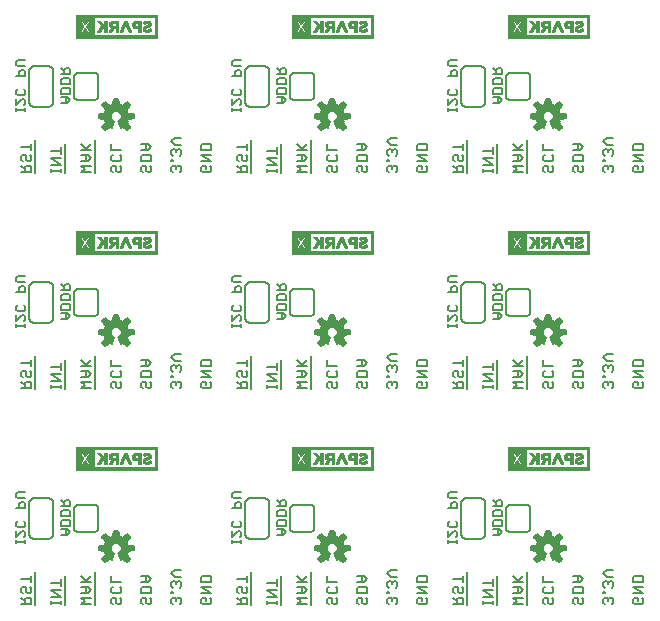
<source format=gbo>
G75*
%MOIN*%
%OFA0B0*%
%FSLAX25Y25*%
%IPPOS*%
%LPD*%
%AMOC8*
5,1,8,0,0,1.08239X$1,22.5*
%
%ADD10C,0.00600*%
%ADD11C,0.00500*%
%ADD12C,0.00591*%
%ADD13C,0.00039*%
D10*
X0005550Y0016360D02*
X0008953Y0016360D01*
X0008953Y0018061D01*
X0008386Y0018629D01*
X0007251Y0018629D01*
X0006684Y0018061D01*
X0006684Y0016360D01*
X0006684Y0017494D02*
X0005550Y0018629D01*
X0006117Y0020043D02*
X0005550Y0020610D01*
X0005550Y0021745D01*
X0006117Y0022312D01*
X0006684Y0022312D01*
X0007251Y0021745D01*
X0007251Y0020610D01*
X0007819Y0020043D01*
X0008386Y0020043D01*
X0008953Y0020610D01*
X0008953Y0021745D01*
X0008386Y0022312D01*
X0008953Y0023726D02*
X0008953Y0025995D01*
X0008953Y0024861D02*
X0005550Y0024861D01*
X0010150Y0027109D02*
X0010150Y0016060D01*
X0015550Y0016360D02*
X0015550Y0017494D01*
X0015550Y0016927D02*
X0018953Y0016927D01*
X0018953Y0016360D02*
X0018953Y0017494D01*
X0018953Y0018815D02*
X0015550Y0018815D01*
X0015550Y0021084D02*
X0018953Y0021084D01*
X0018953Y0022499D02*
X0018953Y0024767D01*
X0018953Y0023633D02*
X0015550Y0023633D01*
X0015550Y0021084D02*
X0018953Y0018815D01*
X0020150Y0016060D02*
X0020150Y0025882D01*
X0025550Y0025995D02*
X0027251Y0024293D01*
X0026684Y0023726D02*
X0028953Y0025995D01*
X0030150Y0027109D02*
X0030150Y0016060D01*
X0028953Y0016360D02*
X0025550Y0016360D01*
X0026684Y0017494D01*
X0025550Y0018629D01*
X0028953Y0018629D01*
X0027819Y0020043D02*
X0028953Y0021177D01*
X0027819Y0022312D01*
X0025550Y0022312D01*
X0025550Y0023726D02*
X0028953Y0023726D01*
X0027251Y0022312D02*
X0027251Y0020043D01*
X0027819Y0020043D02*
X0025550Y0020043D01*
X0035550Y0020610D02*
X0035550Y0021745D01*
X0036117Y0022312D01*
X0035550Y0023726D02*
X0035550Y0025995D01*
X0035550Y0023726D02*
X0038953Y0023726D01*
X0038386Y0022312D02*
X0038953Y0021745D01*
X0038953Y0020610D01*
X0038386Y0020043D01*
X0036117Y0020043D01*
X0035550Y0020610D01*
X0036117Y0018629D02*
X0035550Y0018061D01*
X0035550Y0016927D01*
X0036117Y0016360D01*
X0037251Y0016927D02*
X0037251Y0018061D01*
X0036684Y0018629D01*
X0036117Y0018629D01*
X0037251Y0016927D02*
X0037819Y0016360D01*
X0038386Y0016360D01*
X0038953Y0016927D01*
X0038953Y0018061D01*
X0038386Y0018629D01*
X0045550Y0018061D02*
X0045550Y0016927D01*
X0046117Y0016360D01*
X0047251Y0016927D02*
X0047251Y0018061D01*
X0046684Y0018629D01*
X0046117Y0018629D01*
X0045550Y0018061D01*
X0045550Y0020043D02*
X0045550Y0021745D01*
X0046117Y0022312D01*
X0048386Y0022312D01*
X0048953Y0021745D01*
X0048953Y0020043D01*
X0045550Y0020043D01*
X0045550Y0023726D02*
X0047819Y0023726D01*
X0048953Y0024861D01*
X0047819Y0025995D01*
X0045550Y0025995D01*
X0047251Y0025995D02*
X0047251Y0023726D01*
X0048386Y0018629D02*
X0048953Y0018061D01*
X0048953Y0016927D01*
X0048386Y0016360D01*
X0047819Y0016360D01*
X0047251Y0016927D01*
X0055550Y0016927D02*
X0056117Y0016360D01*
X0055550Y0016927D02*
X0055550Y0018061D01*
X0056117Y0018629D01*
X0056684Y0018629D01*
X0057251Y0018061D01*
X0057251Y0017494D01*
X0057251Y0018061D02*
X0057819Y0018629D01*
X0058386Y0018629D01*
X0058953Y0018061D01*
X0058953Y0016927D01*
X0058386Y0016360D01*
X0056117Y0020043D02*
X0056117Y0020610D01*
X0055550Y0020610D01*
X0055550Y0020043D01*
X0056117Y0020043D01*
X0056117Y0021885D02*
X0055550Y0022452D01*
X0055550Y0023586D01*
X0056117Y0024153D01*
X0056684Y0024153D01*
X0057251Y0023586D01*
X0057251Y0023019D01*
X0057251Y0023586D02*
X0057819Y0024153D01*
X0058386Y0024153D01*
X0058953Y0023586D01*
X0058953Y0022452D01*
X0058386Y0021885D01*
X0058953Y0025568D02*
X0056684Y0025568D01*
X0055550Y0026702D01*
X0056684Y0027836D01*
X0058953Y0027836D01*
X0065550Y0025428D02*
X0065550Y0023726D01*
X0068953Y0023726D01*
X0068953Y0025428D01*
X0068386Y0025995D01*
X0066117Y0025995D01*
X0065550Y0025428D01*
X0065550Y0022312D02*
X0068953Y0022312D01*
X0068953Y0020043D02*
X0065550Y0022312D01*
X0065550Y0020043D02*
X0068953Y0020043D01*
X0068386Y0018629D02*
X0068953Y0018061D01*
X0068953Y0016927D01*
X0068386Y0016360D01*
X0066117Y0016360D01*
X0065550Y0016927D01*
X0065550Y0018061D01*
X0066117Y0018629D01*
X0067251Y0018629D01*
X0067251Y0017494D01*
X0077550Y0016360D02*
X0080953Y0016360D01*
X0080953Y0018061D01*
X0080386Y0018629D01*
X0079251Y0018629D01*
X0078684Y0018061D01*
X0078684Y0016360D01*
X0078684Y0017494D02*
X0077550Y0018629D01*
X0078117Y0020043D02*
X0077550Y0020610D01*
X0077550Y0021745D01*
X0078117Y0022312D01*
X0078684Y0022312D01*
X0079251Y0021745D01*
X0079251Y0020610D01*
X0079819Y0020043D01*
X0080386Y0020043D01*
X0080953Y0020610D01*
X0080953Y0021745D01*
X0080386Y0022312D01*
X0080953Y0023726D02*
X0080953Y0025995D01*
X0080953Y0024861D02*
X0077550Y0024861D01*
X0082150Y0027109D02*
X0082150Y0016060D01*
X0087550Y0016360D02*
X0087550Y0017494D01*
X0087550Y0016927D02*
X0090953Y0016927D01*
X0090953Y0016360D02*
X0090953Y0017494D01*
X0090953Y0018815D02*
X0087550Y0021084D01*
X0090953Y0021084D01*
X0090953Y0022499D02*
X0090953Y0024767D01*
X0090953Y0023633D02*
X0087550Y0023633D01*
X0087550Y0018815D02*
X0090953Y0018815D01*
X0092150Y0016060D02*
X0092150Y0025882D01*
X0097550Y0025995D02*
X0099251Y0024293D01*
X0098684Y0023726D02*
X0100953Y0025995D01*
X0102150Y0027109D02*
X0102150Y0016060D01*
X0100953Y0016360D02*
X0097550Y0016360D01*
X0098684Y0017494D01*
X0097550Y0018629D01*
X0100953Y0018629D01*
X0099819Y0020043D02*
X0100953Y0021177D01*
X0099819Y0022312D01*
X0097550Y0022312D01*
X0097550Y0023726D02*
X0100953Y0023726D01*
X0099251Y0022312D02*
X0099251Y0020043D01*
X0099819Y0020043D02*
X0097550Y0020043D01*
X0107550Y0020610D02*
X0107550Y0021745D01*
X0108117Y0022312D01*
X0107550Y0023726D02*
X0107550Y0025995D01*
X0107550Y0023726D02*
X0110953Y0023726D01*
X0110386Y0022312D02*
X0110953Y0021745D01*
X0110953Y0020610D01*
X0110386Y0020043D01*
X0108117Y0020043D01*
X0107550Y0020610D01*
X0108117Y0018629D02*
X0107550Y0018061D01*
X0107550Y0016927D01*
X0108117Y0016360D01*
X0109251Y0016927D02*
X0109251Y0018061D01*
X0108684Y0018629D01*
X0108117Y0018629D01*
X0109251Y0016927D02*
X0109819Y0016360D01*
X0110386Y0016360D01*
X0110953Y0016927D01*
X0110953Y0018061D01*
X0110386Y0018629D01*
X0117550Y0018061D02*
X0117550Y0016927D01*
X0118117Y0016360D01*
X0119251Y0016927D02*
X0119251Y0018061D01*
X0118684Y0018629D01*
X0118117Y0018629D01*
X0117550Y0018061D01*
X0117550Y0020043D02*
X0117550Y0021745D01*
X0118117Y0022312D01*
X0120386Y0022312D01*
X0120953Y0021745D01*
X0120953Y0020043D01*
X0117550Y0020043D01*
X0120386Y0018629D02*
X0120953Y0018061D01*
X0120953Y0016927D01*
X0120386Y0016360D01*
X0119819Y0016360D01*
X0119251Y0016927D01*
X0119251Y0023726D02*
X0119251Y0025995D01*
X0119819Y0025995D02*
X0117550Y0025995D01*
X0119819Y0025995D02*
X0120953Y0024861D01*
X0119819Y0023726D01*
X0117550Y0023726D01*
X0127550Y0023586D02*
X0127550Y0022452D01*
X0128117Y0021885D01*
X0128117Y0020610D02*
X0127550Y0020610D01*
X0127550Y0020043D01*
X0128117Y0020043D01*
X0128117Y0020610D01*
X0128117Y0018629D02*
X0127550Y0018061D01*
X0127550Y0016927D01*
X0128117Y0016360D01*
X0129251Y0017494D02*
X0129251Y0018061D01*
X0128684Y0018629D01*
X0128117Y0018629D01*
X0129251Y0018061D02*
X0129819Y0018629D01*
X0130386Y0018629D01*
X0130953Y0018061D01*
X0130953Y0016927D01*
X0130386Y0016360D01*
X0130386Y0021885D02*
X0130953Y0022452D01*
X0130953Y0023586D01*
X0130386Y0024153D01*
X0129819Y0024153D01*
X0129251Y0023586D01*
X0128684Y0024153D01*
X0128117Y0024153D01*
X0127550Y0023586D01*
X0129251Y0023586D02*
X0129251Y0023019D01*
X0128684Y0025568D02*
X0127550Y0026702D01*
X0128684Y0027836D01*
X0130953Y0027836D01*
X0130953Y0025568D02*
X0128684Y0025568D01*
X0137550Y0025428D02*
X0137550Y0023726D01*
X0140953Y0023726D01*
X0140953Y0025428D01*
X0140386Y0025995D01*
X0138117Y0025995D01*
X0137550Y0025428D01*
X0137550Y0022312D02*
X0140953Y0022312D01*
X0140953Y0020043D02*
X0137550Y0022312D01*
X0137550Y0020043D02*
X0140953Y0020043D01*
X0140386Y0018629D02*
X0140953Y0018061D01*
X0140953Y0016927D01*
X0140386Y0016360D01*
X0138117Y0016360D01*
X0137550Y0016927D01*
X0137550Y0018061D01*
X0138117Y0018629D01*
X0139251Y0018629D01*
X0139251Y0017494D01*
X0149550Y0016360D02*
X0152953Y0016360D01*
X0152953Y0018061D01*
X0152386Y0018629D01*
X0151251Y0018629D01*
X0150684Y0018061D01*
X0150684Y0016360D01*
X0150684Y0017494D02*
X0149550Y0018629D01*
X0150117Y0020043D02*
X0149550Y0020610D01*
X0149550Y0021745D01*
X0150117Y0022312D01*
X0150684Y0022312D01*
X0151251Y0021745D01*
X0151251Y0020610D01*
X0151819Y0020043D01*
X0152386Y0020043D01*
X0152953Y0020610D01*
X0152953Y0021745D01*
X0152386Y0022312D01*
X0152953Y0023726D02*
X0152953Y0025995D01*
X0152953Y0024861D02*
X0149550Y0024861D01*
X0154150Y0027109D02*
X0154150Y0016060D01*
X0159550Y0016360D02*
X0159550Y0017494D01*
X0159550Y0016927D02*
X0162953Y0016927D01*
X0162953Y0016360D02*
X0162953Y0017494D01*
X0162953Y0018815D02*
X0159550Y0021084D01*
X0162953Y0021084D01*
X0162953Y0022499D02*
X0162953Y0024767D01*
X0162953Y0023633D02*
X0159550Y0023633D01*
X0159550Y0018815D02*
X0162953Y0018815D01*
X0164150Y0016060D02*
X0164150Y0025882D01*
X0169550Y0025995D02*
X0171251Y0024293D01*
X0170684Y0023726D02*
X0172953Y0025995D01*
X0174150Y0027109D02*
X0174150Y0016060D01*
X0172953Y0016360D02*
X0169550Y0016360D01*
X0170684Y0017494D01*
X0169550Y0018629D01*
X0172953Y0018629D01*
X0171819Y0020043D02*
X0169550Y0020043D01*
X0171251Y0020043D02*
X0171251Y0022312D01*
X0171819Y0022312D02*
X0169550Y0022312D01*
X0169550Y0023726D02*
X0172953Y0023726D01*
X0171819Y0022312D02*
X0172953Y0021177D01*
X0171819Y0020043D01*
X0179550Y0020610D02*
X0179550Y0021745D01*
X0180117Y0022312D01*
X0179550Y0023726D02*
X0179550Y0025995D01*
X0179550Y0023726D02*
X0182953Y0023726D01*
X0182386Y0022312D02*
X0182953Y0021745D01*
X0182953Y0020610D01*
X0182386Y0020043D01*
X0180117Y0020043D01*
X0179550Y0020610D01*
X0180117Y0018629D02*
X0179550Y0018061D01*
X0179550Y0016927D01*
X0180117Y0016360D01*
X0181251Y0016927D02*
X0181251Y0018061D01*
X0180684Y0018629D01*
X0180117Y0018629D01*
X0181251Y0016927D02*
X0181819Y0016360D01*
X0182386Y0016360D01*
X0182953Y0016927D01*
X0182953Y0018061D01*
X0182386Y0018629D01*
X0189550Y0018061D02*
X0189550Y0016927D01*
X0190117Y0016360D01*
X0191251Y0016927D02*
X0191251Y0018061D01*
X0190684Y0018629D01*
X0190117Y0018629D01*
X0189550Y0018061D01*
X0189550Y0020043D02*
X0189550Y0021745D01*
X0190117Y0022312D01*
X0192386Y0022312D01*
X0192953Y0021745D01*
X0192953Y0020043D01*
X0189550Y0020043D01*
X0192386Y0018629D02*
X0192953Y0018061D01*
X0192953Y0016927D01*
X0192386Y0016360D01*
X0191819Y0016360D01*
X0191251Y0016927D01*
X0191251Y0023726D02*
X0191251Y0025995D01*
X0191819Y0025995D02*
X0189550Y0025995D01*
X0191819Y0025995D02*
X0192953Y0024861D01*
X0191819Y0023726D01*
X0189550Y0023726D01*
X0199550Y0023586D02*
X0199550Y0022452D01*
X0200117Y0021885D01*
X0200117Y0020610D02*
X0199550Y0020610D01*
X0199550Y0020043D01*
X0200117Y0020043D01*
X0200117Y0020610D01*
X0200117Y0018629D02*
X0199550Y0018061D01*
X0199550Y0016927D01*
X0200117Y0016360D01*
X0201251Y0017494D02*
X0201251Y0018061D01*
X0200684Y0018629D01*
X0200117Y0018629D01*
X0201251Y0018061D02*
X0201819Y0018629D01*
X0202386Y0018629D01*
X0202953Y0018061D01*
X0202953Y0016927D01*
X0202386Y0016360D01*
X0202386Y0021885D02*
X0202953Y0022452D01*
X0202953Y0023586D01*
X0202386Y0024153D01*
X0201819Y0024153D01*
X0201251Y0023586D01*
X0200684Y0024153D01*
X0200117Y0024153D01*
X0199550Y0023586D01*
X0201251Y0023586D02*
X0201251Y0023019D01*
X0200684Y0025568D02*
X0199550Y0026702D01*
X0200684Y0027836D01*
X0202953Y0027836D01*
X0202953Y0025568D02*
X0200684Y0025568D01*
X0209550Y0025428D02*
X0209550Y0023726D01*
X0212953Y0023726D01*
X0212953Y0025428D01*
X0212386Y0025995D01*
X0210117Y0025995D01*
X0209550Y0025428D01*
X0209550Y0022312D02*
X0212953Y0022312D01*
X0212953Y0020043D02*
X0209550Y0022312D01*
X0209550Y0020043D02*
X0212953Y0020043D01*
X0212386Y0018629D02*
X0212953Y0018061D01*
X0212953Y0016927D01*
X0212386Y0016360D01*
X0210117Y0016360D01*
X0209550Y0016927D01*
X0209550Y0018061D01*
X0210117Y0018629D01*
X0211251Y0018629D01*
X0211251Y0017494D01*
X0175250Y0041660D02*
X0175250Y0048460D01*
X0175248Y0048520D01*
X0175243Y0048581D01*
X0175234Y0048640D01*
X0175221Y0048699D01*
X0175205Y0048758D01*
X0175185Y0048815D01*
X0175162Y0048870D01*
X0175135Y0048925D01*
X0175106Y0048977D01*
X0175073Y0049028D01*
X0175037Y0049077D01*
X0174999Y0049123D01*
X0174957Y0049167D01*
X0174913Y0049209D01*
X0174867Y0049247D01*
X0174818Y0049283D01*
X0174767Y0049316D01*
X0174715Y0049345D01*
X0174660Y0049372D01*
X0174605Y0049395D01*
X0174548Y0049415D01*
X0174489Y0049431D01*
X0174430Y0049444D01*
X0174371Y0049453D01*
X0174310Y0049458D01*
X0174250Y0049460D01*
X0168250Y0049460D01*
X0168190Y0049458D01*
X0168129Y0049453D01*
X0168070Y0049444D01*
X0168011Y0049431D01*
X0167952Y0049415D01*
X0167895Y0049395D01*
X0167840Y0049372D01*
X0167785Y0049345D01*
X0167733Y0049316D01*
X0167682Y0049283D01*
X0167633Y0049247D01*
X0167587Y0049209D01*
X0167543Y0049167D01*
X0167501Y0049123D01*
X0167463Y0049077D01*
X0167427Y0049028D01*
X0167394Y0048977D01*
X0167365Y0048925D01*
X0167338Y0048870D01*
X0167315Y0048815D01*
X0167295Y0048758D01*
X0167279Y0048699D01*
X0167266Y0048640D01*
X0167257Y0048581D01*
X0167252Y0048520D01*
X0167250Y0048460D01*
X0167250Y0041660D01*
X0167252Y0041600D01*
X0167257Y0041539D01*
X0167266Y0041480D01*
X0167279Y0041421D01*
X0167295Y0041362D01*
X0167315Y0041305D01*
X0167338Y0041250D01*
X0167365Y0041195D01*
X0167394Y0041143D01*
X0167427Y0041092D01*
X0167463Y0041043D01*
X0167501Y0040997D01*
X0167543Y0040953D01*
X0167587Y0040911D01*
X0167633Y0040873D01*
X0167682Y0040837D01*
X0167733Y0040804D01*
X0167785Y0040775D01*
X0167840Y0040748D01*
X0167895Y0040725D01*
X0167952Y0040705D01*
X0168011Y0040689D01*
X0168070Y0040676D01*
X0168129Y0040667D01*
X0168190Y0040662D01*
X0168250Y0040660D01*
X0174250Y0040660D01*
X0174310Y0040662D01*
X0174371Y0040667D01*
X0174430Y0040676D01*
X0174489Y0040689D01*
X0174548Y0040705D01*
X0174605Y0040725D01*
X0174660Y0040748D01*
X0174715Y0040775D01*
X0174767Y0040804D01*
X0174818Y0040837D01*
X0174867Y0040873D01*
X0174913Y0040911D01*
X0174957Y0040953D01*
X0174999Y0040997D01*
X0175037Y0041043D01*
X0175073Y0041092D01*
X0175106Y0041143D01*
X0175135Y0041195D01*
X0175162Y0041250D01*
X0175185Y0041305D01*
X0175205Y0041362D01*
X0175221Y0041421D01*
X0175234Y0041480D01*
X0175243Y0041539D01*
X0175248Y0041600D01*
X0175250Y0041660D01*
X0160250Y0040060D02*
X0160250Y0050060D01*
X0160248Y0050143D01*
X0160242Y0050226D01*
X0160233Y0050309D01*
X0160219Y0050391D01*
X0160202Y0050472D01*
X0160181Y0050553D01*
X0160157Y0050632D01*
X0160128Y0050710D01*
X0160097Y0050787D01*
X0160061Y0050862D01*
X0160023Y0050936D01*
X0159980Y0051008D01*
X0159935Y0051077D01*
X0159886Y0051145D01*
X0159835Y0051210D01*
X0159780Y0051273D01*
X0159723Y0051333D01*
X0159663Y0051390D01*
X0159600Y0051445D01*
X0159535Y0051496D01*
X0159467Y0051545D01*
X0159398Y0051590D01*
X0159326Y0051633D01*
X0159252Y0051671D01*
X0159177Y0051707D01*
X0159100Y0051738D01*
X0159022Y0051767D01*
X0158943Y0051791D01*
X0158862Y0051812D01*
X0158781Y0051829D01*
X0158699Y0051843D01*
X0158616Y0051852D01*
X0158533Y0051858D01*
X0158450Y0051860D01*
X0154050Y0051860D01*
X0153967Y0051858D01*
X0153884Y0051852D01*
X0153801Y0051843D01*
X0153719Y0051829D01*
X0153638Y0051812D01*
X0153557Y0051791D01*
X0153478Y0051767D01*
X0153400Y0051738D01*
X0153323Y0051707D01*
X0153248Y0051671D01*
X0153174Y0051633D01*
X0153102Y0051590D01*
X0153033Y0051545D01*
X0152965Y0051496D01*
X0152900Y0051445D01*
X0152837Y0051390D01*
X0152777Y0051333D01*
X0152720Y0051273D01*
X0152665Y0051210D01*
X0152614Y0051145D01*
X0152565Y0051077D01*
X0152520Y0051008D01*
X0152477Y0050936D01*
X0152439Y0050862D01*
X0152403Y0050787D01*
X0152372Y0050710D01*
X0152343Y0050632D01*
X0152319Y0050553D01*
X0152298Y0050472D01*
X0152281Y0050391D01*
X0152267Y0050309D01*
X0152258Y0050226D01*
X0152252Y0050143D01*
X0152250Y0050060D01*
X0152250Y0040060D01*
X0152252Y0039977D01*
X0152258Y0039894D01*
X0152267Y0039811D01*
X0152281Y0039729D01*
X0152298Y0039648D01*
X0152319Y0039567D01*
X0152343Y0039488D01*
X0152372Y0039410D01*
X0152403Y0039333D01*
X0152439Y0039258D01*
X0152477Y0039184D01*
X0152520Y0039112D01*
X0152565Y0039043D01*
X0152614Y0038975D01*
X0152665Y0038910D01*
X0152720Y0038847D01*
X0152777Y0038787D01*
X0152837Y0038730D01*
X0152900Y0038675D01*
X0152965Y0038624D01*
X0153033Y0038575D01*
X0153102Y0038530D01*
X0153174Y0038487D01*
X0153248Y0038449D01*
X0153323Y0038413D01*
X0153400Y0038382D01*
X0153478Y0038353D01*
X0153557Y0038329D01*
X0153638Y0038308D01*
X0153719Y0038291D01*
X0153801Y0038277D01*
X0153884Y0038268D01*
X0153967Y0038262D01*
X0154050Y0038260D01*
X0158450Y0038260D01*
X0158533Y0038262D01*
X0158616Y0038268D01*
X0158699Y0038277D01*
X0158781Y0038291D01*
X0158862Y0038308D01*
X0158943Y0038329D01*
X0159022Y0038353D01*
X0159100Y0038382D01*
X0159177Y0038413D01*
X0159252Y0038449D01*
X0159326Y0038487D01*
X0159398Y0038530D01*
X0159467Y0038575D01*
X0159535Y0038624D01*
X0159600Y0038675D01*
X0159663Y0038730D01*
X0159723Y0038787D01*
X0159780Y0038847D01*
X0159835Y0038910D01*
X0159886Y0038975D01*
X0159935Y0039043D01*
X0159980Y0039112D01*
X0160023Y0039184D01*
X0160061Y0039258D01*
X0160097Y0039333D01*
X0160128Y0039410D01*
X0160157Y0039488D01*
X0160181Y0039567D01*
X0160202Y0039648D01*
X0160219Y0039729D01*
X0160233Y0039811D01*
X0160242Y0039894D01*
X0160248Y0039977D01*
X0160250Y0040060D01*
X0164150Y0088060D02*
X0164150Y0097882D01*
X0162953Y0096767D02*
X0162953Y0094499D01*
X0162953Y0095633D02*
X0159550Y0095633D01*
X0159550Y0093084D02*
X0162953Y0093084D01*
X0162953Y0090815D02*
X0159550Y0090815D01*
X0159550Y0089494D02*
X0159550Y0088360D01*
X0159550Y0088927D02*
X0162953Y0088927D01*
X0162953Y0088360D02*
X0162953Y0089494D01*
X0162953Y0090815D02*
X0159550Y0093084D01*
X0154150Y0088060D02*
X0154150Y0099109D01*
X0152953Y0097995D02*
X0152953Y0095726D01*
X0152953Y0096861D02*
X0149550Y0096861D01*
X0150117Y0094312D02*
X0149550Y0093745D01*
X0149550Y0092610D01*
X0150117Y0092043D01*
X0151251Y0092610D02*
X0151251Y0093745D01*
X0150684Y0094312D01*
X0150117Y0094312D01*
X0151251Y0092610D02*
X0151819Y0092043D01*
X0152386Y0092043D01*
X0152953Y0092610D01*
X0152953Y0093745D01*
X0152386Y0094312D01*
X0152386Y0090629D02*
X0151251Y0090629D01*
X0150684Y0090061D01*
X0150684Y0088360D01*
X0149550Y0088360D02*
X0152953Y0088360D01*
X0152953Y0090061D01*
X0152386Y0090629D01*
X0150684Y0089494D02*
X0149550Y0090629D01*
X0140953Y0090061D02*
X0140953Y0088927D01*
X0140386Y0088360D01*
X0138117Y0088360D01*
X0137550Y0088927D01*
X0137550Y0090061D01*
X0138117Y0090629D01*
X0139251Y0090629D01*
X0139251Y0089494D01*
X0140386Y0090629D02*
X0140953Y0090061D01*
X0140953Y0092043D02*
X0137550Y0094312D01*
X0140953Y0094312D01*
X0140953Y0095726D02*
X0140953Y0097428D01*
X0140386Y0097995D01*
X0138117Y0097995D01*
X0137550Y0097428D01*
X0137550Y0095726D01*
X0140953Y0095726D01*
X0140953Y0092043D02*
X0137550Y0092043D01*
X0130953Y0090061D02*
X0130386Y0090629D01*
X0129819Y0090629D01*
X0129251Y0090061D01*
X0128684Y0090629D01*
X0128117Y0090629D01*
X0127550Y0090061D01*
X0127550Y0088927D01*
X0128117Y0088360D01*
X0129251Y0089494D02*
X0129251Y0090061D01*
X0130953Y0090061D02*
X0130953Y0088927D01*
X0130386Y0088360D01*
X0128117Y0092043D02*
X0128117Y0092610D01*
X0127550Y0092610D01*
X0127550Y0092043D01*
X0128117Y0092043D01*
X0128117Y0093885D02*
X0127550Y0094452D01*
X0127550Y0095586D01*
X0128117Y0096153D01*
X0128684Y0096153D01*
X0129251Y0095586D01*
X0129251Y0095019D01*
X0129251Y0095586D02*
X0129819Y0096153D01*
X0130386Y0096153D01*
X0130953Y0095586D01*
X0130953Y0094452D01*
X0130386Y0093885D01*
X0130953Y0097568D02*
X0128684Y0097568D01*
X0127550Y0098702D01*
X0128684Y0099836D01*
X0130953Y0099836D01*
X0120953Y0096861D02*
X0119819Y0097995D01*
X0117550Y0097995D01*
X0119251Y0097995D02*
X0119251Y0095726D01*
X0119819Y0095726D02*
X0120953Y0096861D01*
X0119819Y0095726D02*
X0117550Y0095726D01*
X0118117Y0094312D02*
X0120386Y0094312D01*
X0120953Y0093745D01*
X0120953Y0092043D01*
X0117550Y0092043D01*
X0117550Y0093745D01*
X0118117Y0094312D01*
X0118117Y0090629D02*
X0117550Y0090061D01*
X0117550Y0088927D01*
X0118117Y0088360D01*
X0119251Y0088927D02*
X0119251Y0090061D01*
X0118684Y0090629D01*
X0118117Y0090629D01*
X0119251Y0088927D02*
X0119819Y0088360D01*
X0120386Y0088360D01*
X0120953Y0088927D01*
X0120953Y0090061D01*
X0120386Y0090629D01*
X0110953Y0090061D02*
X0110953Y0088927D01*
X0110386Y0088360D01*
X0109819Y0088360D01*
X0109251Y0088927D01*
X0109251Y0090061D01*
X0108684Y0090629D01*
X0108117Y0090629D01*
X0107550Y0090061D01*
X0107550Y0088927D01*
X0108117Y0088360D01*
X0110386Y0090629D02*
X0110953Y0090061D01*
X0110386Y0092043D02*
X0108117Y0092043D01*
X0107550Y0092610D01*
X0107550Y0093745D01*
X0108117Y0094312D01*
X0107550Y0095726D02*
X0107550Y0097995D01*
X0107550Y0095726D02*
X0110953Y0095726D01*
X0110386Y0094312D02*
X0110953Y0093745D01*
X0110953Y0092610D01*
X0110386Y0092043D01*
X0102150Y0088060D02*
X0102150Y0099109D01*
X0100953Y0097995D02*
X0098684Y0095726D01*
X0099251Y0096293D02*
X0097550Y0097995D01*
X0097550Y0095726D02*
X0100953Y0095726D01*
X0099819Y0094312D02*
X0097550Y0094312D01*
X0099251Y0094312D02*
X0099251Y0092043D01*
X0099819Y0092043D02*
X0100953Y0093177D01*
X0099819Y0094312D01*
X0099819Y0092043D02*
X0097550Y0092043D01*
X0097550Y0090629D02*
X0100953Y0090629D01*
X0100953Y0088360D02*
X0097550Y0088360D01*
X0098684Y0089494D01*
X0097550Y0090629D01*
X0092150Y0088060D02*
X0092150Y0097882D01*
X0090953Y0096767D02*
X0090953Y0094499D01*
X0090953Y0095633D02*
X0087550Y0095633D01*
X0087550Y0093084D02*
X0090953Y0093084D01*
X0090953Y0090815D02*
X0087550Y0090815D01*
X0087550Y0089494D02*
X0087550Y0088360D01*
X0087550Y0088927D02*
X0090953Y0088927D01*
X0090953Y0088360D02*
X0090953Y0089494D01*
X0090953Y0090815D02*
X0087550Y0093084D01*
X0082150Y0088060D02*
X0082150Y0099109D01*
X0080953Y0097995D02*
X0080953Y0095726D01*
X0080953Y0096861D02*
X0077550Y0096861D01*
X0078117Y0094312D02*
X0077550Y0093745D01*
X0077550Y0092610D01*
X0078117Y0092043D01*
X0079251Y0092610D02*
X0079251Y0093745D01*
X0078684Y0094312D01*
X0078117Y0094312D01*
X0079251Y0092610D02*
X0079819Y0092043D01*
X0080386Y0092043D01*
X0080953Y0092610D01*
X0080953Y0093745D01*
X0080386Y0094312D01*
X0080386Y0090629D02*
X0079251Y0090629D01*
X0078684Y0090061D01*
X0078684Y0088360D01*
X0077550Y0088360D02*
X0080953Y0088360D01*
X0080953Y0090061D01*
X0080386Y0090629D01*
X0078684Y0089494D02*
X0077550Y0090629D01*
X0068953Y0090061D02*
X0068953Y0088927D01*
X0068386Y0088360D01*
X0066117Y0088360D01*
X0065550Y0088927D01*
X0065550Y0090061D01*
X0066117Y0090629D01*
X0067251Y0090629D01*
X0067251Y0089494D01*
X0068386Y0090629D02*
X0068953Y0090061D01*
X0068953Y0092043D02*
X0065550Y0094312D01*
X0068953Y0094312D01*
X0068953Y0095726D02*
X0068953Y0097428D01*
X0068386Y0097995D01*
X0066117Y0097995D01*
X0065550Y0097428D01*
X0065550Y0095726D01*
X0068953Y0095726D01*
X0068953Y0092043D02*
X0065550Y0092043D01*
X0058953Y0090061D02*
X0058386Y0090629D01*
X0057819Y0090629D01*
X0057251Y0090061D01*
X0056684Y0090629D01*
X0056117Y0090629D01*
X0055550Y0090061D01*
X0055550Y0088927D01*
X0056117Y0088360D01*
X0057251Y0089494D02*
X0057251Y0090061D01*
X0058953Y0090061D02*
X0058953Y0088927D01*
X0058386Y0088360D01*
X0056117Y0092043D02*
X0056117Y0092610D01*
X0055550Y0092610D01*
X0055550Y0092043D01*
X0056117Y0092043D01*
X0056117Y0093885D02*
X0055550Y0094452D01*
X0055550Y0095586D01*
X0056117Y0096153D01*
X0056684Y0096153D01*
X0057251Y0095586D01*
X0057251Y0095019D01*
X0057251Y0095586D02*
X0057819Y0096153D01*
X0058386Y0096153D01*
X0058953Y0095586D01*
X0058953Y0094452D01*
X0058386Y0093885D01*
X0058953Y0097568D02*
X0056684Y0097568D01*
X0055550Y0098702D01*
X0056684Y0099836D01*
X0058953Y0099836D01*
X0048953Y0096861D02*
X0047819Y0097995D01*
X0045550Y0097995D01*
X0047251Y0097995D02*
X0047251Y0095726D01*
X0047819Y0095726D02*
X0048953Y0096861D01*
X0047819Y0095726D02*
X0045550Y0095726D01*
X0046117Y0094312D02*
X0045550Y0093745D01*
X0045550Y0092043D01*
X0048953Y0092043D01*
X0048953Y0093745D01*
X0048386Y0094312D01*
X0046117Y0094312D01*
X0046117Y0090629D02*
X0045550Y0090061D01*
X0045550Y0088927D01*
X0046117Y0088360D01*
X0047251Y0088927D02*
X0047819Y0088360D01*
X0048386Y0088360D01*
X0048953Y0088927D01*
X0048953Y0090061D01*
X0048386Y0090629D01*
X0047251Y0090061D02*
X0046684Y0090629D01*
X0046117Y0090629D01*
X0047251Y0090061D02*
X0047251Y0088927D01*
X0038953Y0088927D02*
X0038386Y0088360D01*
X0037819Y0088360D01*
X0037251Y0088927D01*
X0037251Y0090061D01*
X0036684Y0090629D01*
X0036117Y0090629D01*
X0035550Y0090061D01*
X0035550Y0088927D01*
X0036117Y0088360D01*
X0038953Y0088927D02*
X0038953Y0090061D01*
X0038386Y0090629D01*
X0038386Y0092043D02*
X0036117Y0092043D01*
X0035550Y0092610D01*
X0035550Y0093745D01*
X0036117Y0094312D01*
X0035550Y0095726D02*
X0035550Y0097995D01*
X0035550Y0095726D02*
X0038953Y0095726D01*
X0038386Y0094312D02*
X0038953Y0093745D01*
X0038953Y0092610D01*
X0038386Y0092043D01*
X0030150Y0088060D02*
X0030150Y0099109D01*
X0028953Y0097995D02*
X0026684Y0095726D01*
X0027251Y0096293D02*
X0025550Y0097995D01*
X0025550Y0095726D02*
X0028953Y0095726D01*
X0027819Y0094312D02*
X0025550Y0094312D01*
X0027251Y0094312D02*
X0027251Y0092043D01*
X0027819Y0092043D02*
X0028953Y0093177D01*
X0027819Y0094312D01*
X0027819Y0092043D02*
X0025550Y0092043D01*
X0025550Y0090629D02*
X0028953Y0090629D01*
X0028953Y0088360D02*
X0025550Y0088360D01*
X0026684Y0089494D01*
X0025550Y0090629D01*
X0020150Y0088060D02*
X0020150Y0097882D01*
X0018953Y0096767D02*
X0018953Y0094499D01*
X0018953Y0095633D02*
X0015550Y0095633D01*
X0015550Y0093084D02*
X0018953Y0093084D01*
X0018953Y0090815D02*
X0015550Y0093084D01*
X0015550Y0090815D02*
X0018953Y0090815D01*
X0018953Y0089494D02*
X0018953Y0088360D01*
X0018953Y0088927D02*
X0015550Y0088927D01*
X0015550Y0088360D02*
X0015550Y0089494D01*
X0010150Y0088060D02*
X0010150Y0099109D01*
X0008953Y0097995D02*
X0008953Y0095726D01*
X0008953Y0096861D02*
X0005550Y0096861D01*
X0006117Y0094312D02*
X0005550Y0093745D01*
X0005550Y0092610D01*
X0006117Y0092043D01*
X0007251Y0092610D02*
X0007251Y0093745D01*
X0006684Y0094312D01*
X0006117Y0094312D01*
X0007251Y0092610D02*
X0007819Y0092043D01*
X0008386Y0092043D01*
X0008953Y0092610D01*
X0008953Y0093745D01*
X0008386Y0094312D01*
X0008386Y0090629D02*
X0007251Y0090629D01*
X0006684Y0090061D01*
X0006684Y0088360D01*
X0005550Y0088360D02*
X0008953Y0088360D01*
X0008953Y0090061D01*
X0008386Y0090629D01*
X0006684Y0089494D02*
X0005550Y0090629D01*
X0010050Y0110260D02*
X0014450Y0110260D01*
X0014533Y0110262D01*
X0014616Y0110268D01*
X0014699Y0110277D01*
X0014781Y0110291D01*
X0014862Y0110308D01*
X0014943Y0110329D01*
X0015022Y0110353D01*
X0015100Y0110382D01*
X0015177Y0110413D01*
X0015252Y0110449D01*
X0015326Y0110487D01*
X0015398Y0110530D01*
X0015467Y0110575D01*
X0015535Y0110624D01*
X0015600Y0110675D01*
X0015663Y0110730D01*
X0015723Y0110787D01*
X0015780Y0110847D01*
X0015835Y0110910D01*
X0015886Y0110975D01*
X0015935Y0111043D01*
X0015980Y0111112D01*
X0016023Y0111184D01*
X0016061Y0111258D01*
X0016097Y0111333D01*
X0016128Y0111410D01*
X0016157Y0111488D01*
X0016181Y0111567D01*
X0016202Y0111648D01*
X0016219Y0111729D01*
X0016233Y0111811D01*
X0016242Y0111894D01*
X0016248Y0111977D01*
X0016250Y0112060D01*
X0016250Y0122060D01*
X0016248Y0122143D01*
X0016242Y0122226D01*
X0016233Y0122309D01*
X0016219Y0122391D01*
X0016202Y0122472D01*
X0016181Y0122553D01*
X0016157Y0122632D01*
X0016128Y0122710D01*
X0016097Y0122787D01*
X0016061Y0122862D01*
X0016023Y0122936D01*
X0015980Y0123008D01*
X0015935Y0123077D01*
X0015886Y0123145D01*
X0015835Y0123210D01*
X0015780Y0123273D01*
X0015723Y0123333D01*
X0015663Y0123390D01*
X0015600Y0123445D01*
X0015535Y0123496D01*
X0015467Y0123545D01*
X0015398Y0123590D01*
X0015326Y0123633D01*
X0015252Y0123671D01*
X0015177Y0123707D01*
X0015100Y0123738D01*
X0015022Y0123767D01*
X0014943Y0123791D01*
X0014862Y0123812D01*
X0014781Y0123829D01*
X0014699Y0123843D01*
X0014616Y0123852D01*
X0014533Y0123858D01*
X0014450Y0123860D01*
X0010050Y0123860D01*
X0009967Y0123858D01*
X0009884Y0123852D01*
X0009801Y0123843D01*
X0009719Y0123829D01*
X0009638Y0123812D01*
X0009557Y0123791D01*
X0009478Y0123767D01*
X0009400Y0123738D01*
X0009323Y0123707D01*
X0009248Y0123671D01*
X0009174Y0123633D01*
X0009102Y0123590D01*
X0009033Y0123545D01*
X0008965Y0123496D01*
X0008900Y0123445D01*
X0008837Y0123390D01*
X0008777Y0123333D01*
X0008720Y0123273D01*
X0008665Y0123210D01*
X0008614Y0123145D01*
X0008565Y0123077D01*
X0008520Y0123008D01*
X0008477Y0122936D01*
X0008439Y0122862D01*
X0008403Y0122787D01*
X0008372Y0122710D01*
X0008343Y0122632D01*
X0008319Y0122553D01*
X0008298Y0122472D01*
X0008281Y0122391D01*
X0008267Y0122309D01*
X0008258Y0122226D01*
X0008252Y0122143D01*
X0008250Y0122060D01*
X0008250Y0112060D01*
X0008252Y0111977D01*
X0008258Y0111894D01*
X0008267Y0111811D01*
X0008281Y0111729D01*
X0008298Y0111648D01*
X0008319Y0111567D01*
X0008343Y0111488D01*
X0008372Y0111410D01*
X0008403Y0111333D01*
X0008439Y0111258D01*
X0008477Y0111184D01*
X0008520Y0111112D01*
X0008565Y0111043D01*
X0008614Y0110975D01*
X0008665Y0110910D01*
X0008720Y0110847D01*
X0008777Y0110787D01*
X0008837Y0110730D01*
X0008900Y0110675D01*
X0008965Y0110624D01*
X0009033Y0110575D01*
X0009102Y0110530D01*
X0009174Y0110487D01*
X0009248Y0110449D01*
X0009323Y0110413D01*
X0009400Y0110382D01*
X0009478Y0110353D01*
X0009557Y0110329D01*
X0009638Y0110308D01*
X0009719Y0110291D01*
X0009801Y0110277D01*
X0009884Y0110268D01*
X0009967Y0110262D01*
X0010050Y0110260D01*
X0023250Y0113660D02*
X0023250Y0120460D01*
X0023252Y0120520D01*
X0023257Y0120581D01*
X0023266Y0120640D01*
X0023279Y0120699D01*
X0023295Y0120758D01*
X0023315Y0120815D01*
X0023338Y0120870D01*
X0023365Y0120925D01*
X0023394Y0120977D01*
X0023427Y0121028D01*
X0023463Y0121077D01*
X0023501Y0121123D01*
X0023543Y0121167D01*
X0023587Y0121209D01*
X0023633Y0121247D01*
X0023682Y0121283D01*
X0023733Y0121316D01*
X0023785Y0121345D01*
X0023840Y0121372D01*
X0023895Y0121395D01*
X0023952Y0121415D01*
X0024011Y0121431D01*
X0024070Y0121444D01*
X0024129Y0121453D01*
X0024190Y0121458D01*
X0024250Y0121460D01*
X0030250Y0121460D01*
X0030310Y0121458D01*
X0030371Y0121453D01*
X0030430Y0121444D01*
X0030489Y0121431D01*
X0030548Y0121415D01*
X0030605Y0121395D01*
X0030660Y0121372D01*
X0030715Y0121345D01*
X0030767Y0121316D01*
X0030818Y0121283D01*
X0030867Y0121247D01*
X0030913Y0121209D01*
X0030957Y0121167D01*
X0030999Y0121123D01*
X0031037Y0121077D01*
X0031073Y0121028D01*
X0031106Y0120977D01*
X0031135Y0120925D01*
X0031162Y0120870D01*
X0031185Y0120815D01*
X0031205Y0120758D01*
X0031221Y0120699D01*
X0031234Y0120640D01*
X0031243Y0120581D01*
X0031248Y0120520D01*
X0031250Y0120460D01*
X0031250Y0113660D01*
X0031248Y0113600D01*
X0031243Y0113539D01*
X0031234Y0113480D01*
X0031221Y0113421D01*
X0031205Y0113362D01*
X0031185Y0113305D01*
X0031162Y0113250D01*
X0031135Y0113195D01*
X0031106Y0113143D01*
X0031073Y0113092D01*
X0031037Y0113043D01*
X0030999Y0112997D01*
X0030957Y0112953D01*
X0030913Y0112911D01*
X0030867Y0112873D01*
X0030818Y0112837D01*
X0030767Y0112804D01*
X0030715Y0112775D01*
X0030660Y0112748D01*
X0030605Y0112725D01*
X0030548Y0112705D01*
X0030489Y0112689D01*
X0030430Y0112676D01*
X0030371Y0112667D01*
X0030310Y0112662D01*
X0030250Y0112660D01*
X0024250Y0112660D01*
X0024190Y0112662D01*
X0024129Y0112667D01*
X0024070Y0112676D01*
X0024011Y0112689D01*
X0023952Y0112705D01*
X0023895Y0112725D01*
X0023840Y0112748D01*
X0023785Y0112775D01*
X0023733Y0112804D01*
X0023682Y0112837D01*
X0023633Y0112873D01*
X0023587Y0112911D01*
X0023543Y0112953D01*
X0023501Y0112997D01*
X0023463Y0113043D01*
X0023427Y0113092D01*
X0023394Y0113143D01*
X0023365Y0113195D01*
X0023338Y0113250D01*
X0023315Y0113305D01*
X0023295Y0113362D01*
X0023279Y0113421D01*
X0023266Y0113480D01*
X0023257Y0113539D01*
X0023252Y0113600D01*
X0023250Y0113660D01*
X0020150Y0160060D02*
X0020150Y0169882D01*
X0018953Y0168767D02*
X0018953Y0166499D01*
X0018953Y0167633D02*
X0015550Y0167633D01*
X0015550Y0165084D02*
X0018953Y0165084D01*
X0018953Y0162815D02*
X0015550Y0162815D01*
X0015550Y0161494D02*
X0015550Y0160360D01*
X0015550Y0160927D02*
X0018953Y0160927D01*
X0018953Y0160360D02*
X0018953Y0161494D01*
X0018953Y0162815D02*
X0015550Y0165084D01*
X0008953Y0164610D02*
X0008386Y0164043D01*
X0007819Y0164043D01*
X0007251Y0164610D01*
X0007251Y0165745D01*
X0006684Y0166312D01*
X0006117Y0166312D01*
X0005550Y0165745D01*
X0005550Y0164610D01*
X0006117Y0164043D01*
X0005550Y0162629D02*
X0006684Y0161494D01*
X0006684Y0162061D02*
X0006684Y0160360D01*
X0005550Y0160360D02*
X0008953Y0160360D01*
X0008953Y0162061D01*
X0008386Y0162629D01*
X0007251Y0162629D01*
X0006684Y0162061D01*
X0008953Y0164610D02*
X0008953Y0165745D01*
X0008386Y0166312D01*
X0008953Y0167726D02*
X0008953Y0169995D01*
X0008953Y0168861D02*
X0005550Y0168861D01*
X0010150Y0171109D02*
X0010150Y0160060D01*
X0025550Y0160360D02*
X0026684Y0161494D01*
X0025550Y0162629D01*
X0028953Y0162629D01*
X0027819Y0164043D02*
X0028953Y0165177D01*
X0027819Y0166312D01*
X0025550Y0166312D01*
X0025550Y0167726D02*
X0028953Y0167726D01*
X0027251Y0168293D02*
X0025550Y0169995D01*
X0026684Y0167726D02*
X0028953Y0169995D01*
X0030150Y0171109D02*
X0030150Y0160060D01*
X0028953Y0160360D02*
X0025550Y0160360D01*
X0025550Y0164043D02*
X0027819Y0164043D01*
X0027251Y0164043D02*
X0027251Y0166312D01*
X0035550Y0165745D02*
X0036117Y0166312D01*
X0035550Y0165745D02*
X0035550Y0164610D01*
X0036117Y0164043D01*
X0038386Y0164043D01*
X0038953Y0164610D01*
X0038953Y0165745D01*
X0038386Y0166312D01*
X0038953Y0167726D02*
X0035550Y0167726D01*
X0035550Y0169995D01*
X0036117Y0162629D02*
X0035550Y0162061D01*
X0035550Y0160927D01*
X0036117Y0160360D01*
X0037251Y0160927D02*
X0037251Y0162061D01*
X0036684Y0162629D01*
X0036117Y0162629D01*
X0037251Y0160927D02*
X0037819Y0160360D01*
X0038386Y0160360D01*
X0038953Y0160927D01*
X0038953Y0162061D01*
X0038386Y0162629D01*
X0045550Y0162061D02*
X0045550Y0160927D01*
X0046117Y0160360D01*
X0047251Y0160927D02*
X0047251Y0162061D01*
X0046684Y0162629D01*
X0046117Y0162629D01*
X0045550Y0162061D01*
X0045550Y0164043D02*
X0045550Y0165745D01*
X0046117Y0166312D01*
X0048386Y0166312D01*
X0048953Y0165745D01*
X0048953Y0164043D01*
X0045550Y0164043D01*
X0045550Y0167726D02*
X0047819Y0167726D01*
X0048953Y0168861D01*
X0047819Y0169995D01*
X0045550Y0169995D01*
X0047251Y0169995D02*
X0047251Y0167726D01*
X0048386Y0162629D02*
X0048953Y0162061D01*
X0048953Y0160927D01*
X0048386Y0160360D01*
X0047819Y0160360D01*
X0047251Y0160927D01*
X0055550Y0160927D02*
X0056117Y0160360D01*
X0055550Y0160927D02*
X0055550Y0162061D01*
X0056117Y0162629D01*
X0056684Y0162629D01*
X0057251Y0162061D01*
X0057251Y0161494D01*
X0057251Y0162061D02*
X0057819Y0162629D01*
X0058386Y0162629D01*
X0058953Y0162061D01*
X0058953Y0160927D01*
X0058386Y0160360D01*
X0056117Y0164043D02*
X0056117Y0164610D01*
X0055550Y0164610D01*
X0055550Y0164043D01*
X0056117Y0164043D01*
X0056117Y0165885D02*
X0055550Y0166452D01*
X0055550Y0167586D01*
X0056117Y0168153D01*
X0056684Y0168153D01*
X0057251Y0167586D01*
X0057251Y0167019D01*
X0057251Y0167586D02*
X0057819Y0168153D01*
X0058386Y0168153D01*
X0058953Y0167586D01*
X0058953Y0166452D01*
X0058386Y0165885D01*
X0058953Y0169568D02*
X0056684Y0169568D01*
X0055550Y0170702D01*
X0056684Y0171836D01*
X0058953Y0171836D01*
X0065550Y0169428D02*
X0065550Y0167726D01*
X0068953Y0167726D01*
X0068953Y0169428D01*
X0068386Y0169995D01*
X0066117Y0169995D01*
X0065550Y0169428D01*
X0065550Y0166312D02*
X0068953Y0166312D01*
X0068953Y0164043D02*
X0065550Y0166312D01*
X0065550Y0164043D02*
X0068953Y0164043D01*
X0068386Y0162629D02*
X0068953Y0162061D01*
X0068953Y0160927D01*
X0068386Y0160360D01*
X0066117Y0160360D01*
X0065550Y0160927D01*
X0065550Y0162061D01*
X0066117Y0162629D01*
X0067251Y0162629D01*
X0067251Y0161494D01*
X0077550Y0160360D02*
X0080953Y0160360D01*
X0080953Y0162061D01*
X0080386Y0162629D01*
X0079251Y0162629D01*
X0078684Y0162061D01*
X0078684Y0160360D01*
X0078684Y0161494D02*
X0077550Y0162629D01*
X0078117Y0164043D02*
X0077550Y0164610D01*
X0077550Y0165745D01*
X0078117Y0166312D01*
X0078684Y0166312D01*
X0079251Y0165745D01*
X0079251Y0164610D01*
X0079819Y0164043D01*
X0080386Y0164043D01*
X0080953Y0164610D01*
X0080953Y0165745D01*
X0080386Y0166312D01*
X0080953Y0167726D02*
X0080953Y0169995D01*
X0080953Y0168861D02*
X0077550Y0168861D01*
X0082150Y0171109D02*
X0082150Y0160060D01*
X0087550Y0160360D02*
X0087550Y0161494D01*
X0087550Y0160927D02*
X0090953Y0160927D01*
X0090953Y0160360D02*
X0090953Y0161494D01*
X0090953Y0162815D02*
X0087550Y0165084D01*
X0090953Y0165084D01*
X0090953Y0166499D02*
X0090953Y0168767D01*
X0090953Y0167633D02*
X0087550Y0167633D01*
X0087550Y0162815D02*
X0090953Y0162815D01*
X0092150Y0160060D02*
X0092150Y0169882D01*
X0097550Y0169995D02*
X0099251Y0168293D01*
X0098684Y0167726D02*
X0100953Y0169995D01*
X0102150Y0171109D02*
X0102150Y0160060D01*
X0100953Y0160360D02*
X0097550Y0160360D01*
X0098684Y0161494D01*
X0097550Y0162629D01*
X0100953Y0162629D01*
X0099819Y0164043D02*
X0100953Y0165177D01*
X0099819Y0166312D01*
X0097550Y0166312D01*
X0097550Y0167726D02*
X0100953Y0167726D01*
X0099251Y0166312D02*
X0099251Y0164043D01*
X0099819Y0164043D02*
X0097550Y0164043D01*
X0107550Y0164610D02*
X0107550Y0165745D01*
X0108117Y0166312D01*
X0107550Y0167726D02*
X0107550Y0169995D01*
X0107550Y0167726D02*
X0110953Y0167726D01*
X0110386Y0166312D02*
X0110953Y0165745D01*
X0110953Y0164610D01*
X0110386Y0164043D01*
X0108117Y0164043D01*
X0107550Y0164610D01*
X0108117Y0162629D02*
X0107550Y0162061D01*
X0107550Y0160927D01*
X0108117Y0160360D01*
X0109251Y0160927D02*
X0109251Y0162061D01*
X0108684Y0162629D01*
X0108117Y0162629D01*
X0109251Y0160927D02*
X0109819Y0160360D01*
X0110386Y0160360D01*
X0110953Y0160927D01*
X0110953Y0162061D01*
X0110386Y0162629D01*
X0117550Y0162061D02*
X0117550Y0160927D01*
X0118117Y0160360D01*
X0119251Y0160927D02*
X0119251Y0162061D01*
X0118684Y0162629D01*
X0118117Y0162629D01*
X0117550Y0162061D01*
X0117550Y0164043D02*
X0117550Y0165745D01*
X0118117Y0166312D01*
X0120386Y0166312D01*
X0120953Y0165745D01*
X0120953Y0164043D01*
X0117550Y0164043D01*
X0120386Y0162629D02*
X0120953Y0162061D01*
X0120953Y0160927D01*
X0120386Y0160360D01*
X0119819Y0160360D01*
X0119251Y0160927D01*
X0119251Y0167726D02*
X0119251Y0169995D01*
X0119819Y0169995D02*
X0117550Y0169995D01*
X0119819Y0169995D02*
X0120953Y0168861D01*
X0119819Y0167726D01*
X0117550Y0167726D01*
X0127550Y0167586D02*
X0127550Y0166452D01*
X0128117Y0165885D01*
X0128117Y0164610D02*
X0127550Y0164610D01*
X0127550Y0164043D01*
X0128117Y0164043D01*
X0128117Y0164610D01*
X0128117Y0162629D02*
X0127550Y0162061D01*
X0127550Y0160927D01*
X0128117Y0160360D01*
X0129251Y0161494D02*
X0129251Y0162061D01*
X0128684Y0162629D01*
X0128117Y0162629D01*
X0129251Y0162061D02*
X0129819Y0162629D01*
X0130386Y0162629D01*
X0130953Y0162061D01*
X0130953Y0160927D01*
X0130386Y0160360D01*
X0130386Y0165885D02*
X0130953Y0166452D01*
X0130953Y0167586D01*
X0130386Y0168153D01*
X0129819Y0168153D01*
X0129251Y0167586D01*
X0128684Y0168153D01*
X0128117Y0168153D01*
X0127550Y0167586D01*
X0129251Y0167586D02*
X0129251Y0167019D01*
X0128684Y0169568D02*
X0127550Y0170702D01*
X0128684Y0171836D01*
X0130953Y0171836D01*
X0130953Y0169568D02*
X0128684Y0169568D01*
X0137550Y0169428D02*
X0137550Y0167726D01*
X0140953Y0167726D01*
X0140953Y0169428D01*
X0140386Y0169995D01*
X0138117Y0169995D01*
X0137550Y0169428D01*
X0137550Y0166312D02*
X0140953Y0166312D01*
X0140953Y0164043D02*
X0137550Y0166312D01*
X0137550Y0164043D02*
X0140953Y0164043D01*
X0140386Y0162629D02*
X0140953Y0162061D01*
X0140953Y0160927D01*
X0140386Y0160360D01*
X0138117Y0160360D01*
X0137550Y0160927D01*
X0137550Y0162061D01*
X0138117Y0162629D01*
X0139251Y0162629D01*
X0139251Y0161494D01*
X0149550Y0160360D02*
X0152953Y0160360D01*
X0152953Y0162061D01*
X0152386Y0162629D01*
X0151251Y0162629D01*
X0150684Y0162061D01*
X0150684Y0160360D01*
X0150684Y0161494D02*
X0149550Y0162629D01*
X0150117Y0164043D02*
X0149550Y0164610D01*
X0149550Y0165745D01*
X0150117Y0166312D01*
X0150684Y0166312D01*
X0151251Y0165745D01*
X0151251Y0164610D01*
X0151819Y0164043D01*
X0152386Y0164043D01*
X0152953Y0164610D01*
X0152953Y0165745D01*
X0152386Y0166312D01*
X0152953Y0167726D02*
X0152953Y0169995D01*
X0152953Y0168861D02*
X0149550Y0168861D01*
X0154150Y0171109D02*
X0154150Y0160060D01*
X0159550Y0160360D02*
X0159550Y0161494D01*
X0159550Y0160927D02*
X0162953Y0160927D01*
X0162953Y0160360D02*
X0162953Y0161494D01*
X0162953Y0162815D02*
X0159550Y0165084D01*
X0162953Y0165084D01*
X0162953Y0166499D02*
X0162953Y0168767D01*
X0162953Y0167633D02*
X0159550Y0167633D01*
X0159550Y0162815D02*
X0162953Y0162815D01*
X0164150Y0160060D02*
X0164150Y0169882D01*
X0169550Y0169995D02*
X0171251Y0168293D01*
X0170684Y0167726D02*
X0172953Y0169995D01*
X0174150Y0171109D02*
X0174150Y0160060D01*
X0172953Y0160360D02*
X0169550Y0160360D01*
X0170684Y0161494D01*
X0169550Y0162629D01*
X0172953Y0162629D01*
X0171819Y0164043D02*
X0169550Y0164043D01*
X0171251Y0164043D02*
X0171251Y0166312D01*
X0171819Y0166312D02*
X0169550Y0166312D01*
X0169550Y0167726D02*
X0172953Y0167726D01*
X0171819Y0166312D02*
X0172953Y0165177D01*
X0171819Y0164043D01*
X0179550Y0164610D02*
X0179550Y0165745D01*
X0180117Y0166312D01*
X0179550Y0167726D02*
X0179550Y0169995D01*
X0179550Y0167726D02*
X0182953Y0167726D01*
X0182386Y0166312D02*
X0182953Y0165745D01*
X0182953Y0164610D01*
X0182386Y0164043D01*
X0180117Y0164043D01*
X0179550Y0164610D01*
X0180117Y0162629D02*
X0179550Y0162061D01*
X0179550Y0160927D01*
X0180117Y0160360D01*
X0181251Y0160927D02*
X0181251Y0162061D01*
X0180684Y0162629D01*
X0180117Y0162629D01*
X0181251Y0160927D02*
X0181819Y0160360D01*
X0182386Y0160360D01*
X0182953Y0160927D01*
X0182953Y0162061D01*
X0182386Y0162629D01*
X0189550Y0162061D02*
X0189550Y0160927D01*
X0190117Y0160360D01*
X0191251Y0160927D02*
X0191251Y0162061D01*
X0190684Y0162629D01*
X0190117Y0162629D01*
X0189550Y0162061D01*
X0189550Y0164043D02*
X0189550Y0165745D01*
X0190117Y0166312D01*
X0192386Y0166312D01*
X0192953Y0165745D01*
X0192953Y0164043D01*
X0189550Y0164043D01*
X0192386Y0162629D02*
X0192953Y0162061D01*
X0192953Y0160927D01*
X0192386Y0160360D01*
X0191819Y0160360D01*
X0191251Y0160927D01*
X0191251Y0167726D02*
X0191251Y0169995D01*
X0191819Y0169995D02*
X0189550Y0169995D01*
X0191819Y0169995D02*
X0192953Y0168861D01*
X0191819Y0167726D01*
X0189550Y0167726D01*
X0199550Y0167586D02*
X0199550Y0166452D01*
X0200117Y0165885D01*
X0200117Y0164610D02*
X0199550Y0164610D01*
X0199550Y0164043D01*
X0200117Y0164043D01*
X0200117Y0164610D01*
X0200117Y0162629D02*
X0199550Y0162061D01*
X0199550Y0160927D01*
X0200117Y0160360D01*
X0201251Y0161494D02*
X0201251Y0162061D01*
X0200684Y0162629D01*
X0200117Y0162629D01*
X0201251Y0162061D02*
X0201819Y0162629D01*
X0202386Y0162629D01*
X0202953Y0162061D01*
X0202953Y0160927D01*
X0202386Y0160360D01*
X0202386Y0165885D02*
X0202953Y0166452D01*
X0202953Y0167586D01*
X0202386Y0168153D01*
X0201819Y0168153D01*
X0201251Y0167586D01*
X0200684Y0168153D01*
X0200117Y0168153D01*
X0199550Y0167586D01*
X0201251Y0167586D02*
X0201251Y0167019D01*
X0200684Y0169568D02*
X0199550Y0170702D01*
X0200684Y0171836D01*
X0202953Y0171836D01*
X0202953Y0169568D02*
X0200684Y0169568D01*
X0209550Y0169428D02*
X0209550Y0167726D01*
X0212953Y0167726D01*
X0212953Y0169428D01*
X0212386Y0169995D01*
X0210117Y0169995D01*
X0209550Y0169428D01*
X0209550Y0166312D02*
X0212953Y0166312D01*
X0212953Y0164043D02*
X0209550Y0166312D01*
X0209550Y0164043D02*
X0212953Y0164043D01*
X0212386Y0162629D02*
X0212953Y0162061D01*
X0212953Y0160927D01*
X0212386Y0160360D01*
X0210117Y0160360D01*
X0209550Y0160927D01*
X0209550Y0162061D01*
X0210117Y0162629D01*
X0211251Y0162629D01*
X0211251Y0161494D01*
X0175250Y0185660D02*
X0175250Y0192460D01*
X0175248Y0192520D01*
X0175243Y0192581D01*
X0175234Y0192640D01*
X0175221Y0192699D01*
X0175205Y0192758D01*
X0175185Y0192815D01*
X0175162Y0192870D01*
X0175135Y0192925D01*
X0175106Y0192977D01*
X0175073Y0193028D01*
X0175037Y0193077D01*
X0174999Y0193123D01*
X0174957Y0193167D01*
X0174913Y0193209D01*
X0174867Y0193247D01*
X0174818Y0193283D01*
X0174767Y0193316D01*
X0174715Y0193345D01*
X0174660Y0193372D01*
X0174605Y0193395D01*
X0174548Y0193415D01*
X0174489Y0193431D01*
X0174430Y0193444D01*
X0174371Y0193453D01*
X0174310Y0193458D01*
X0174250Y0193460D01*
X0168250Y0193460D01*
X0168190Y0193458D01*
X0168129Y0193453D01*
X0168070Y0193444D01*
X0168011Y0193431D01*
X0167952Y0193415D01*
X0167895Y0193395D01*
X0167840Y0193372D01*
X0167785Y0193345D01*
X0167733Y0193316D01*
X0167682Y0193283D01*
X0167633Y0193247D01*
X0167587Y0193209D01*
X0167543Y0193167D01*
X0167501Y0193123D01*
X0167463Y0193077D01*
X0167427Y0193028D01*
X0167394Y0192977D01*
X0167365Y0192925D01*
X0167338Y0192870D01*
X0167315Y0192815D01*
X0167295Y0192758D01*
X0167279Y0192699D01*
X0167266Y0192640D01*
X0167257Y0192581D01*
X0167252Y0192520D01*
X0167250Y0192460D01*
X0167250Y0185660D01*
X0167252Y0185600D01*
X0167257Y0185539D01*
X0167266Y0185480D01*
X0167279Y0185421D01*
X0167295Y0185362D01*
X0167315Y0185305D01*
X0167338Y0185250D01*
X0167365Y0185195D01*
X0167394Y0185143D01*
X0167427Y0185092D01*
X0167463Y0185043D01*
X0167501Y0184997D01*
X0167543Y0184953D01*
X0167587Y0184911D01*
X0167633Y0184873D01*
X0167682Y0184837D01*
X0167733Y0184804D01*
X0167785Y0184775D01*
X0167840Y0184748D01*
X0167895Y0184725D01*
X0167952Y0184705D01*
X0168011Y0184689D01*
X0168070Y0184676D01*
X0168129Y0184667D01*
X0168190Y0184662D01*
X0168250Y0184660D01*
X0174250Y0184660D01*
X0174310Y0184662D01*
X0174371Y0184667D01*
X0174430Y0184676D01*
X0174489Y0184689D01*
X0174548Y0184705D01*
X0174605Y0184725D01*
X0174660Y0184748D01*
X0174715Y0184775D01*
X0174767Y0184804D01*
X0174818Y0184837D01*
X0174867Y0184873D01*
X0174913Y0184911D01*
X0174957Y0184953D01*
X0174999Y0184997D01*
X0175037Y0185043D01*
X0175073Y0185092D01*
X0175106Y0185143D01*
X0175135Y0185195D01*
X0175162Y0185250D01*
X0175185Y0185305D01*
X0175205Y0185362D01*
X0175221Y0185421D01*
X0175234Y0185480D01*
X0175243Y0185539D01*
X0175248Y0185600D01*
X0175250Y0185660D01*
X0160250Y0184060D02*
X0160250Y0194060D01*
X0160248Y0194143D01*
X0160242Y0194226D01*
X0160233Y0194309D01*
X0160219Y0194391D01*
X0160202Y0194472D01*
X0160181Y0194553D01*
X0160157Y0194632D01*
X0160128Y0194710D01*
X0160097Y0194787D01*
X0160061Y0194862D01*
X0160023Y0194936D01*
X0159980Y0195008D01*
X0159935Y0195077D01*
X0159886Y0195145D01*
X0159835Y0195210D01*
X0159780Y0195273D01*
X0159723Y0195333D01*
X0159663Y0195390D01*
X0159600Y0195445D01*
X0159535Y0195496D01*
X0159467Y0195545D01*
X0159398Y0195590D01*
X0159326Y0195633D01*
X0159252Y0195671D01*
X0159177Y0195707D01*
X0159100Y0195738D01*
X0159022Y0195767D01*
X0158943Y0195791D01*
X0158862Y0195812D01*
X0158781Y0195829D01*
X0158699Y0195843D01*
X0158616Y0195852D01*
X0158533Y0195858D01*
X0158450Y0195860D01*
X0154050Y0195860D01*
X0153967Y0195858D01*
X0153884Y0195852D01*
X0153801Y0195843D01*
X0153719Y0195829D01*
X0153638Y0195812D01*
X0153557Y0195791D01*
X0153478Y0195767D01*
X0153400Y0195738D01*
X0153323Y0195707D01*
X0153248Y0195671D01*
X0153174Y0195633D01*
X0153102Y0195590D01*
X0153033Y0195545D01*
X0152965Y0195496D01*
X0152900Y0195445D01*
X0152837Y0195390D01*
X0152777Y0195333D01*
X0152720Y0195273D01*
X0152665Y0195210D01*
X0152614Y0195145D01*
X0152565Y0195077D01*
X0152520Y0195008D01*
X0152477Y0194936D01*
X0152439Y0194862D01*
X0152403Y0194787D01*
X0152372Y0194710D01*
X0152343Y0194632D01*
X0152319Y0194553D01*
X0152298Y0194472D01*
X0152281Y0194391D01*
X0152267Y0194309D01*
X0152258Y0194226D01*
X0152252Y0194143D01*
X0152250Y0194060D01*
X0152250Y0184060D01*
X0152252Y0183977D01*
X0152258Y0183894D01*
X0152267Y0183811D01*
X0152281Y0183729D01*
X0152298Y0183648D01*
X0152319Y0183567D01*
X0152343Y0183488D01*
X0152372Y0183410D01*
X0152403Y0183333D01*
X0152439Y0183258D01*
X0152477Y0183184D01*
X0152520Y0183112D01*
X0152565Y0183043D01*
X0152614Y0182975D01*
X0152665Y0182910D01*
X0152720Y0182847D01*
X0152777Y0182787D01*
X0152837Y0182730D01*
X0152900Y0182675D01*
X0152965Y0182624D01*
X0153033Y0182575D01*
X0153102Y0182530D01*
X0153174Y0182487D01*
X0153248Y0182449D01*
X0153323Y0182413D01*
X0153400Y0182382D01*
X0153478Y0182353D01*
X0153557Y0182329D01*
X0153638Y0182308D01*
X0153719Y0182291D01*
X0153801Y0182277D01*
X0153884Y0182268D01*
X0153967Y0182262D01*
X0154050Y0182260D01*
X0158450Y0182260D01*
X0158533Y0182262D01*
X0158616Y0182268D01*
X0158699Y0182277D01*
X0158781Y0182291D01*
X0158862Y0182308D01*
X0158943Y0182329D01*
X0159022Y0182353D01*
X0159100Y0182382D01*
X0159177Y0182413D01*
X0159252Y0182449D01*
X0159326Y0182487D01*
X0159398Y0182530D01*
X0159467Y0182575D01*
X0159535Y0182624D01*
X0159600Y0182675D01*
X0159663Y0182730D01*
X0159723Y0182787D01*
X0159780Y0182847D01*
X0159835Y0182910D01*
X0159886Y0182975D01*
X0159935Y0183043D01*
X0159980Y0183112D01*
X0160023Y0183184D01*
X0160061Y0183258D01*
X0160097Y0183333D01*
X0160128Y0183410D01*
X0160157Y0183488D01*
X0160181Y0183567D01*
X0160202Y0183648D01*
X0160219Y0183729D01*
X0160233Y0183811D01*
X0160242Y0183894D01*
X0160248Y0183977D01*
X0160250Y0184060D01*
X0103250Y0185660D02*
X0103250Y0192460D01*
X0103248Y0192520D01*
X0103243Y0192581D01*
X0103234Y0192640D01*
X0103221Y0192699D01*
X0103205Y0192758D01*
X0103185Y0192815D01*
X0103162Y0192870D01*
X0103135Y0192925D01*
X0103106Y0192977D01*
X0103073Y0193028D01*
X0103037Y0193077D01*
X0102999Y0193123D01*
X0102957Y0193167D01*
X0102913Y0193209D01*
X0102867Y0193247D01*
X0102818Y0193283D01*
X0102767Y0193316D01*
X0102715Y0193345D01*
X0102660Y0193372D01*
X0102605Y0193395D01*
X0102548Y0193415D01*
X0102489Y0193431D01*
X0102430Y0193444D01*
X0102371Y0193453D01*
X0102310Y0193458D01*
X0102250Y0193460D01*
X0096250Y0193460D01*
X0096190Y0193458D01*
X0096129Y0193453D01*
X0096070Y0193444D01*
X0096011Y0193431D01*
X0095952Y0193415D01*
X0095895Y0193395D01*
X0095840Y0193372D01*
X0095785Y0193345D01*
X0095733Y0193316D01*
X0095682Y0193283D01*
X0095633Y0193247D01*
X0095587Y0193209D01*
X0095543Y0193167D01*
X0095501Y0193123D01*
X0095463Y0193077D01*
X0095427Y0193028D01*
X0095394Y0192977D01*
X0095365Y0192925D01*
X0095338Y0192870D01*
X0095315Y0192815D01*
X0095295Y0192758D01*
X0095279Y0192699D01*
X0095266Y0192640D01*
X0095257Y0192581D01*
X0095252Y0192520D01*
X0095250Y0192460D01*
X0095250Y0185660D01*
X0095252Y0185600D01*
X0095257Y0185539D01*
X0095266Y0185480D01*
X0095279Y0185421D01*
X0095295Y0185362D01*
X0095315Y0185305D01*
X0095338Y0185250D01*
X0095365Y0185195D01*
X0095394Y0185143D01*
X0095427Y0185092D01*
X0095463Y0185043D01*
X0095501Y0184997D01*
X0095543Y0184953D01*
X0095587Y0184911D01*
X0095633Y0184873D01*
X0095682Y0184837D01*
X0095733Y0184804D01*
X0095785Y0184775D01*
X0095840Y0184748D01*
X0095895Y0184725D01*
X0095952Y0184705D01*
X0096011Y0184689D01*
X0096070Y0184676D01*
X0096129Y0184667D01*
X0096190Y0184662D01*
X0096250Y0184660D01*
X0102250Y0184660D01*
X0102310Y0184662D01*
X0102371Y0184667D01*
X0102430Y0184676D01*
X0102489Y0184689D01*
X0102548Y0184705D01*
X0102605Y0184725D01*
X0102660Y0184748D01*
X0102715Y0184775D01*
X0102767Y0184804D01*
X0102818Y0184837D01*
X0102867Y0184873D01*
X0102913Y0184911D01*
X0102957Y0184953D01*
X0102999Y0184997D01*
X0103037Y0185043D01*
X0103073Y0185092D01*
X0103106Y0185143D01*
X0103135Y0185195D01*
X0103162Y0185250D01*
X0103185Y0185305D01*
X0103205Y0185362D01*
X0103221Y0185421D01*
X0103234Y0185480D01*
X0103243Y0185539D01*
X0103248Y0185600D01*
X0103250Y0185660D01*
X0088250Y0184060D02*
X0088250Y0194060D01*
X0088248Y0194143D01*
X0088242Y0194226D01*
X0088233Y0194309D01*
X0088219Y0194391D01*
X0088202Y0194472D01*
X0088181Y0194553D01*
X0088157Y0194632D01*
X0088128Y0194710D01*
X0088097Y0194787D01*
X0088061Y0194862D01*
X0088023Y0194936D01*
X0087980Y0195008D01*
X0087935Y0195077D01*
X0087886Y0195145D01*
X0087835Y0195210D01*
X0087780Y0195273D01*
X0087723Y0195333D01*
X0087663Y0195390D01*
X0087600Y0195445D01*
X0087535Y0195496D01*
X0087467Y0195545D01*
X0087398Y0195590D01*
X0087326Y0195633D01*
X0087252Y0195671D01*
X0087177Y0195707D01*
X0087100Y0195738D01*
X0087022Y0195767D01*
X0086943Y0195791D01*
X0086862Y0195812D01*
X0086781Y0195829D01*
X0086699Y0195843D01*
X0086616Y0195852D01*
X0086533Y0195858D01*
X0086450Y0195860D01*
X0082050Y0195860D01*
X0081967Y0195858D01*
X0081884Y0195852D01*
X0081801Y0195843D01*
X0081719Y0195829D01*
X0081638Y0195812D01*
X0081557Y0195791D01*
X0081478Y0195767D01*
X0081400Y0195738D01*
X0081323Y0195707D01*
X0081248Y0195671D01*
X0081174Y0195633D01*
X0081102Y0195590D01*
X0081033Y0195545D01*
X0080965Y0195496D01*
X0080900Y0195445D01*
X0080837Y0195390D01*
X0080777Y0195333D01*
X0080720Y0195273D01*
X0080665Y0195210D01*
X0080614Y0195145D01*
X0080565Y0195077D01*
X0080520Y0195008D01*
X0080477Y0194936D01*
X0080439Y0194862D01*
X0080403Y0194787D01*
X0080372Y0194710D01*
X0080343Y0194632D01*
X0080319Y0194553D01*
X0080298Y0194472D01*
X0080281Y0194391D01*
X0080267Y0194309D01*
X0080258Y0194226D01*
X0080252Y0194143D01*
X0080250Y0194060D01*
X0080250Y0184060D01*
X0080252Y0183977D01*
X0080258Y0183894D01*
X0080267Y0183811D01*
X0080281Y0183729D01*
X0080298Y0183648D01*
X0080319Y0183567D01*
X0080343Y0183488D01*
X0080372Y0183410D01*
X0080403Y0183333D01*
X0080439Y0183258D01*
X0080477Y0183184D01*
X0080520Y0183112D01*
X0080565Y0183043D01*
X0080614Y0182975D01*
X0080665Y0182910D01*
X0080720Y0182847D01*
X0080777Y0182787D01*
X0080837Y0182730D01*
X0080900Y0182675D01*
X0080965Y0182624D01*
X0081033Y0182575D01*
X0081102Y0182530D01*
X0081174Y0182487D01*
X0081248Y0182449D01*
X0081323Y0182413D01*
X0081400Y0182382D01*
X0081478Y0182353D01*
X0081557Y0182329D01*
X0081638Y0182308D01*
X0081719Y0182291D01*
X0081801Y0182277D01*
X0081884Y0182268D01*
X0081967Y0182262D01*
X0082050Y0182260D01*
X0086450Y0182260D01*
X0086533Y0182262D01*
X0086616Y0182268D01*
X0086699Y0182277D01*
X0086781Y0182291D01*
X0086862Y0182308D01*
X0086943Y0182329D01*
X0087022Y0182353D01*
X0087100Y0182382D01*
X0087177Y0182413D01*
X0087252Y0182449D01*
X0087326Y0182487D01*
X0087398Y0182530D01*
X0087467Y0182575D01*
X0087535Y0182624D01*
X0087600Y0182675D01*
X0087663Y0182730D01*
X0087723Y0182787D01*
X0087780Y0182847D01*
X0087835Y0182910D01*
X0087886Y0182975D01*
X0087935Y0183043D01*
X0087980Y0183112D01*
X0088023Y0183184D01*
X0088061Y0183258D01*
X0088097Y0183333D01*
X0088128Y0183410D01*
X0088157Y0183488D01*
X0088181Y0183567D01*
X0088202Y0183648D01*
X0088219Y0183729D01*
X0088233Y0183811D01*
X0088242Y0183894D01*
X0088248Y0183977D01*
X0088250Y0184060D01*
X0031250Y0185660D02*
X0031250Y0192460D01*
X0031248Y0192520D01*
X0031243Y0192581D01*
X0031234Y0192640D01*
X0031221Y0192699D01*
X0031205Y0192758D01*
X0031185Y0192815D01*
X0031162Y0192870D01*
X0031135Y0192925D01*
X0031106Y0192977D01*
X0031073Y0193028D01*
X0031037Y0193077D01*
X0030999Y0193123D01*
X0030957Y0193167D01*
X0030913Y0193209D01*
X0030867Y0193247D01*
X0030818Y0193283D01*
X0030767Y0193316D01*
X0030715Y0193345D01*
X0030660Y0193372D01*
X0030605Y0193395D01*
X0030548Y0193415D01*
X0030489Y0193431D01*
X0030430Y0193444D01*
X0030371Y0193453D01*
X0030310Y0193458D01*
X0030250Y0193460D01*
X0024250Y0193460D01*
X0024190Y0193458D01*
X0024129Y0193453D01*
X0024070Y0193444D01*
X0024011Y0193431D01*
X0023952Y0193415D01*
X0023895Y0193395D01*
X0023840Y0193372D01*
X0023785Y0193345D01*
X0023733Y0193316D01*
X0023682Y0193283D01*
X0023633Y0193247D01*
X0023587Y0193209D01*
X0023543Y0193167D01*
X0023501Y0193123D01*
X0023463Y0193077D01*
X0023427Y0193028D01*
X0023394Y0192977D01*
X0023365Y0192925D01*
X0023338Y0192870D01*
X0023315Y0192815D01*
X0023295Y0192758D01*
X0023279Y0192699D01*
X0023266Y0192640D01*
X0023257Y0192581D01*
X0023252Y0192520D01*
X0023250Y0192460D01*
X0023250Y0185660D01*
X0023252Y0185600D01*
X0023257Y0185539D01*
X0023266Y0185480D01*
X0023279Y0185421D01*
X0023295Y0185362D01*
X0023315Y0185305D01*
X0023338Y0185250D01*
X0023365Y0185195D01*
X0023394Y0185143D01*
X0023427Y0185092D01*
X0023463Y0185043D01*
X0023501Y0184997D01*
X0023543Y0184953D01*
X0023587Y0184911D01*
X0023633Y0184873D01*
X0023682Y0184837D01*
X0023733Y0184804D01*
X0023785Y0184775D01*
X0023840Y0184748D01*
X0023895Y0184725D01*
X0023952Y0184705D01*
X0024011Y0184689D01*
X0024070Y0184676D01*
X0024129Y0184667D01*
X0024190Y0184662D01*
X0024250Y0184660D01*
X0030250Y0184660D01*
X0030310Y0184662D01*
X0030371Y0184667D01*
X0030430Y0184676D01*
X0030489Y0184689D01*
X0030548Y0184705D01*
X0030605Y0184725D01*
X0030660Y0184748D01*
X0030715Y0184775D01*
X0030767Y0184804D01*
X0030818Y0184837D01*
X0030867Y0184873D01*
X0030913Y0184911D01*
X0030957Y0184953D01*
X0030999Y0184997D01*
X0031037Y0185043D01*
X0031073Y0185092D01*
X0031106Y0185143D01*
X0031135Y0185195D01*
X0031162Y0185250D01*
X0031185Y0185305D01*
X0031205Y0185362D01*
X0031221Y0185421D01*
X0031234Y0185480D01*
X0031243Y0185539D01*
X0031248Y0185600D01*
X0031250Y0185660D01*
X0016250Y0184060D02*
X0016250Y0194060D01*
X0016248Y0194143D01*
X0016242Y0194226D01*
X0016233Y0194309D01*
X0016219Y0194391D01*
X0016202Y0194472D01*
X0016181Y0194553D01*
X0016157Y0194632D01*
X0016128Y0194710D01*
X0016097Y0194787D01*
X0016061Y0194862D01*
X0016023Y0194936D01*
X0015980Y0195008D01*
X0015935Y0195077D01*
X0015886Y0195145D01*
X0015835Y0195210D01*
X0015780Y0195273D01*
X0015723Y0195333D01*
X0015663Y0195390D01*
X0015600Y0195445D01*
X0015535Y0195496D01*
X0015467Y0195545D01*
X0015398Y0195590D01*
X0015326Y0195633D01*
X0015252Y0195671D01*
X0015177Y0195707D01*
X0015100Y0195738D01*
X0015022Y0195767D01*
X0014943Y0195791D01*
X0014862Y0195812D01*
X0014781Y0195829D01*
X0014699Y0195843D01*
X0014616Y0195852D01*
X0014533Y0195858D01*
X0014450Y0195860D01*
X0010050Y0195860D01*
X0009967Y0195858D01*
X0009884Y0195852D01*
X0009801Y0195843D01*
X0009719Y0195829D01*
X0009638Y0195812D01*
X0009557Y0195791D01*
X0009478Y0195767D01*
X0009400Y0195738D01*
X0009323Y0195707D01*
X0009248Y0195671D01*
X0009174Y0195633D01*
X0009102Y0195590D01*
X0009033Y0195545D01*
X0008965Y0195496D01*
X0008900Y0195445D01*
X0008837Y0195390D01*
X0008777Y0195333D01*
X0008720Y0195273D01*
X0008665Y0195210D01*
X0008614Y0195145D01*
X0008565Y0195077D01*
X0008520Y0195008D01*
X0008477Y0194936D01*
X0008439Y0194862D01*
X0008403Y0194787D01*
X0008372Y0194710D01*
X0008343Y0194632D01*
X0008319Y0194553D01*
X0008298Y0194472D01*
X0008281Y0194391D01*
X0008267Y0194309D01*
X0008258Y0194226D01*
X0008252Y0194143D01*
X0008250Y0194060D01*
X0008250Y0184060D01*
X0008252Y0183977D01*
X0008258Y0183894D01*
X0008267Y0183811D01*
X0008281Y0183729D01*
X0008298Y0183648D01*
X0008319Y0183567D01*
X0008343Y0183488D01*
X0008372Y0183410D01*
X0008403Y0183333D01*
X0008439Y0183258D01*
X0008477Y0183184D01*
X0008520Y0183112D01*
X0008565Y0183043D01*
X0008614Y0182975D01*
X0008665Y0182910D01*
X0008720Y0182847D01*
X0008777Y0182787D01*
X0008837Y0182730D01*
X0008900Y0182675D01*
X0008965Y0182624D01*
X0009033Y0182575D01*
X0009102Y0182530D01*
X0009174Y0182487D01*
X0009248Y0182449D01*
X0009323Y0182413D01*
X0009400Y0182382D01*
X0009478Y0182353D01*
X0009557Y0182329D01*
X0009638Y0182308D01*
X0009719Y0182291D01*
X0009801Y0182277D01*
X0009884Y0182268D01*
X0009967Y0182262D01*
X0010050Y0182260D01*
X0014450Y0182260D01*
X0014533Y0182262D01*
X0014616Y0182268D01*
X0014699Y0182277D01*
X0014781Y0182291D01*
X0014862Y0182308D01*
X0014943Y0182329D01*
X0015022Y0182353D01*
X0015100Y0182382D01*
X0015177Y0182413D01*
X0015252Y0182449D01*
X0015326Y0182487D01*
X0015398Y0182530D01*
X0015467Y0182575D01*
X0015535Y0182624D01*
X0015600Y0182675D01*
X0015663Y0182730D01*
X0015723Y0182787D01*
X0015780Y0182847D01*
X0015835Y0182910D01*
X0015886Y0182975D01*
X0015935Y0183043D01*
X0015980Y0183112D01*
X0016023Y0183184D01*
X0016061Y0183258D01*
X0016097Y0183333D01*
X0016128Y0183410D01*
X0016157Y0183488D01*
X0016181Y0183567D01*
X0016202Y0183648D01*
X0016219Y0183729D01*
X0016233Y0183811D01*
X0016242Y0183894D01*
X0016248Y0183977D01*
X0016250Y0184060D01*
X0080250Y0122060D02*
X0080250Y0112060D01*
X0080252Y0111977D01*
X0080258Y0111894D01*
X0080267Y0111811D01*
X0080281Y0111729D01*
X0080298Y0111648D01*
X0080319Y0111567D01*
X0080343Y0111488D01*
X0080372Y0111410D01*
X0080403Y0111333D01*
X0080439Y0111258D01*
X0080477Y0111184D01*
X0080520Y0111112D01*
X0080565Y0111043D01*
X0080614Y0110975D01*
X0080665Y0110910D01*
X0080720Y0110847D01*
X0080777Y0110787D01*
X0080837Y0110730D01*
X0080900Y0110675D01*
X0080965Y0110624D01*
X0081033Y0110575D01*
X0081102Y0110530D01*
X0081174Y0110487D01*
X0081248Y0110449D01*
X0081323Y0110413D01*
X0081400Y0110382D01*
X0081478Y0110353D01*
X0081557Y0110329D01*
X0081638Y0110308D01*
X0081719Y0110291D01*
X0081801Y0110277D01*
X0081884Y0110268D01*
X0081967Y0110262D01*
X0082050Y0110260D01*
X0086450Y0110260D01*
X0086533Y0110262D01*
X0086616Y0110268D01*
X0086699Y0110277D01*
X0086781Y0110291D01*
X0086862Y0110308D01*
X0086943Y0110329D01*
X0087022Y0110353D01*
X0087100Y0110382D01*
X0087177Y0110413D01*
X0087252Y0110449D01*
X0087326Y0110487D01*
X0087398Y0110530D01*
X0087467Y0110575D01*
X0087535Y0110624D01*
X0087600Y0110675D01*
X0087663Y0110730D01*
X0087723Y0110787D01*
X0087780Y0110847D01*
X0087835Y0110910D01*
X0087886Y0110975D01*
X0087935Y0111043D01*
X0087980Y0111112D01*
X0088023Y0111184D01*
X0088061Y0111258D01*
X0088097Y0111333D01*
X0088128Y0111410D01*
X0088157Y0111488D01*
X0088181Y0111567D01*
X0088202Y0111648D01*
X0088219Y0111729D01*
X0088233Y0111811D01*
X0088242Y0111894D01*
X0088248Y0111977D01*
X0088250Y0112060D01*
X0088250Y0122060D01*
X0088248Y0122143D01*
X0088242Y0122226D01*
X0088233Y0122309D01*
X0088219Y0122391D01*
X0088202Y0122472D01*
X0088181Y0122553D01*
X0088157Y0122632D01*
X0088128Y0122710D01*
X0088097Y0122787D01*
X0088061Y0122862D01*
X0088023Y0122936D01*
X0087980Y0123008D01*
X0087935Y0123077D01*
X0087886Y0123145D01*
X0087835Y0123210D01*
X0087780Y0123273D01*
X0087723Y0123333D01*
X0087663Y0123390D01*
X0087600Y0123445D01*
X0087535Y0123496D01*
X0087467Y0123545D01*
X0087398Y0123590D01*
X0087326Y0123633D01*
X0087252Y0123671D01*
X0087177Y0123707D01*
X0087100Y0123738D01*
X0087022Y0123767D01*
X0086943Y0123791D01*
X0086862Y0123812D01*
X0086781Y0123829D01*
X0086699Y0123843D01*
X0086616Y0123852D01*
X0086533Y0123858D01*
X0086450Y0123860D01*
X0082050Y0123860D01*
X0081967Y0123858D01*
X0081884Y0123852D01*
X0081801Y0123843D01*
X0081719Y0123829D01*
X0081638Y0123812D01*
X0081557Y0123791D01*
X0081478Y0123767D01*
X0081400Y0123738D01*
X0081323Y0123707D01*
X0081248Y0123671D01*
X0081174Y0123633D01*
X0081102Y0123590D01*
X0081033Y0123545D01*
X0080965Y0123496D01*
X0080900Y0123445D01*
X0080837Y0123390D01*
X0080777Y0123333D01*
X0080720Y0123273D01*
X0080665Y0123210D01*
X0080614Y0123145D01*
X0080565Y0123077D01*
X0080520Y0123008D01*
X0080477Y0122936D01*
X0080439Y0122862D01*
X0080403Y0122787D01*
X0080372Y0122710D01*
X0080343Y0122632D01*
X0080319Y0122553D01*
X0080298Y0122472D01*
X0080281Y0122391D01*
X0080267Y0122309D01*
X0080258Y0122226D01*
X0080252Y0122143D01*
X0080250Y0122060D01*
X0095250Y0120460D02*
X0095250Y0113660D01*
X0095252Y0113600D01*
X0095257Y0113539D01*
X0095266Y0113480D01*
X0095279Y0113421D01*
X0095295Y0113362D01*
X0095315Y0113305D01*
X0095338Y0113250D01*
X0095365Y0113195D01*
X0095394Y0113143D01*
X0095427Y0113092D01*
X0095463Y0113043D01*
X0095501Y0112997D01*
X0095543Y0112953D01*
X0095587Y0112911D01*
X0095633Y0112873D01*
X0095682Y0112837D01*
X0095733Y0112804D01*
X0095785Y0112775D01*
X0095840Y0112748D01*
X0095895Y0112725D01*
X0095952Y0112705D01*
X0096011Y0112689D01*
X0096070Y0112676D01*
X0096129Y0112667D01*
X0096190Y0112662D01*
X0096250Y0112660D01*
X0102250Y0112660D01*
X0102310Y0112662D01*
X0102371Y0112667D01*
X0102430Y0112676D01*
X0102489Y0112689D01*
X0102548Y0112705D01*
X0102605Y0112725D01*
X0102660Y0112748D01*
X0102715Y0112775D01*
X0102767Y0112804D01*
X0102818Y0112837D01*
X0102867Y0112873D01*
X0102913Y0112911D01*
X0102957Y0112953D01*
X0102999Y0112997D01*
X0103037Y0113043D01*
X0103073Y0113092D01*
X0103106Y0113143D01*
X0103135Y0113195D01*
X0103162Y0113250D01*
X0103185Y0113305D01*
X0103205Y0113362D01*
X0103221Y0113421D01*
X0103234Y0113480D01*
X0103243Y0113539D01*
X0103248Y0113600D01*
X0103250Y0113660D01*
X0103250Y0120460D01*
X0103248Y0120520D01*
X0103243Y0120581D01*
X0103234Y0120640D01*
X0103221Y0120699D01*
X0103205Y0120758D01*
X0103185Y0120815D01*
X0103162Y0120870D01*
X0103135Y0120925D01*
X0103106Y0120977D01*
X0103073Y0121028D01*
X0103037Y0121077D01*
X0102999Y0121123D01*
X0102957Y0121167D01*
X0102913Y0121209D01*
X0102867Y0121247D01*
X0102818Y0121283D01*
X0102767Y0121316D01*
X0102715Y0121345D01*
X0102660Y0121372D01*
X0102605Y0121395D01*
X0102548Y0121415D01*
X0102489Y0121431D01*
X0102430Y0121444D01*
X0102371Y0121453D01*
X0102310Y0121458D01*
X0102250Y0121460D01*
X0096250Y0121460D01*
X0096190Y0121458D01*
X0096129Y0121453D01*
X0096070Y0121444D01*
X0096011Y0121431D01*
X0095952Y0121415D01*
X0095895Y0121395D01*
X0095840Y0121372D01*
X0095785Y0121345D01*
X0095733Y0121316D01*
X0095682Y0121283D01*
X0095633Y0121247D01*
X0095587Y0121209D01*
X0095543Y0121167D01*
X0095501Y0121123D01*
X0095463Y0121077D01*
X0095427Y0121028D01*
X0095394Y0120977D01*
X0095365Y0120925D01*
X0095338Y0120870D01*
X0095315Y0120815D01*
X0095295Y0120758D01*
X0095279Y0120699D01*
X0095266Y0120640D01*
X0095257Y0120581D01*
X0095252Y0120520D01*
X0095250Y0120460D01*
X0152250Y0122060D02*
X0152250Y0112060D01*
X0152252Y0111977D01*
X0152258Y0111894D01*
X0152267Y0111811D01*
X0152281Y0111729D01*
X0152298Y0111648D01*
X0152319Y0111567D01*
X0152343Y0111488D01*
X0152372Y0111410D01*
X0152403Y0111333D01*
X0152439Y0111258D01*
X0152477Y0111184D01*
X0152520Y0111112D01*
X0152565Y0111043D01*
X0152614Y0110975D01*
X0152665Y0110910D01*
X0152720Y0110847D01*
X0152777Y0110787D01*
X0152837Y0110730D01*
X0152900Y0110675D01*
X0152965Y0110624D01*
X0153033Y0110575D01*
X0153102Y0110530D01*
X0153174Y0110487D01*
X0153248Y0110449D01*
X0153323Y0110413D01*
X0153400Y0110382D01*
X0153478Y0110353D01*
X0153557Y0110329D01*
X0153638Y0110308D01*
X0153719Y0110291D01*
X0153801Y0110277D01*
X0153884Y0110268D01*
X0153967Y0110262D01*
X0154050Y0110260D01*
X0158450Y0110260D01*
X0158533Y0110262D01*
X0158616Y0110268D01*
X0158699Y0110277D01*
X0158781Y0110291D01*
X0158862Y0110308D01*
X0158943Y0110329D01*
X0159022Y0110353D01*
X0159100Y0110382D01*
X0159177Y0110413D01*
X0159252Y0110449D01*
X0159326Y0110487D01*
X0159398Y0110530D01*
X0159467Y0110575D01*
X0159535Y0110624D01*
X0159600Y0110675D01*
X0159663Y0110730D01*
X0159723Y0110787D01*
X0159780Y0110847D01*
X0159835Y0110910D01*
X0159886Y0110975D01*
X0159935Y0111043D01*
X0159980Y0111112D01*
X0160023Y0111184D01*
X0160061Y0111258D01*
X0160097Y0111333D01*
X0160128Y0111410D01*
X0160157Y0111488D01*
X0160181Y0111567D01*
X0160202Y0111648D01*
X0160219Y0111729D01*
X0160233Y0111811D01*
X0160242Y0111894D01*
X0160248Y0111977D01*
X0160250Y0112060D01*
X0160250Y0122060D01*
X0160248Y0122143D01*
X0160242Y0122226D01*
X0160233Y0122309D01*
X0160219Y0122391D01*
X0160202Y0122472D01*
X0160181Y0122553D01*
X0160157Y0122632D01*
X0160128Y0122710D01*
X0160097Y0122787D01*
X0160061Y0122862D01*
X0160023Y0122936D01*
X0159980Y0123008D01*
X0159935Y0123077D01*
X0159886Y0123145D01*
X0159835Y0123210D01*
X0159780Y0123273D01*
X0159723Y0123333D01*
X0159663Y0123390D01*
X0159600Y0123445D01*
X0159535Y0123496D01*
X0159467Y0123545D01*
X0159398Y0123590D01*
X0159326Y0123633D01*
X0159252Y0123671D01*
X0159177Y0123707D01*
X0159100Y0123738D01*
X0159022Y0123767D01*
X0158943Y0123791D01*
X0158862Y0123812D01*
X0158781Y0123829D01*
X0158699Y0123843D01*
X0158616Y0123852D01*
X0158533Y0123858D01*
X0158450Y0123860D01*
X0154050Y0123860D01*
X0153967Y0123858D01*
X0153884Y0123852D01*
X0153801Y0123843D01*
X0153719Y0123829D01*
X0153638Y0123812D01*
X0153557Y0123791D01*
X0153478Y0123767D01*
X0153400Y0123738D01*
X0153323Y0123707D01*
X0153248Y0123671D01*
X0153174Y0123633D01*
X0153102Y0123590D01*
X0153033Y0123545D01*
X0152965Y0123496D01*
X0152900Y0123445D01*
X0152837Y0123390D01*
X0152777Y0123333D01*
X0152720Y0123273D01*
X0152665Y0123210D01*
X0152614Y0123145D01*
X0152565Y0123077D01*
X0152520Y0123008D01*
X0152477Y0122936D01*
X0152439Y0122862D01*
X0152403Y0122787D01*
X0152372Y0122710D01*
X0152343Y0122632D01*
X0152319Y0122553D01*
X0152298Y0122472D01*
X0152281Y0122391D01*
X0152267Y0122309D01*
X0152258Y0122226D01*
X0152252Y0122143D01*
X0152250Y0122060D01*
X0167250Y0120460D02*
X0167250Y0113660D01*
X0167252Y0113600D01*
X0167257Y0113539D01*
X0167266Y0113480D01*
X0167279Y0113421D01*
X0167295Y0113362D01*
X0167315Y0113305D01*
X0167338Y0113250D01*
X0167365Y0113195D01*
X0167394Y0113143D01*
X0167427Y0113092D01*
X0167463Y0113043D01*
X0167501Y0112997D01*
X0167543Y0112953D01*
X0167587Y0112911D01*
X0167633Y0112873D01*
X0167682Y0112837D01*
X0167733Y0112804D01*
X0167785Y0112775D01*
X0167840Y0112748D01*
X0167895Y0112725D01*
X0167952Y0112705D01*
X0168011Y0112689D01*
X0168070Y0112676D01*
X0168129Y0112667D01*
X0168190Y0112662D01*
X0168250Y0112660D01*
X0174250Y0112660D01*
X0174310Y0112662D01*
X0174371Y0112667D01*
X0174430Y0112676D01*
X0174489Y0112689D01*
X0174548Y0112705D01*
X0174605Y0112725D01*
X0174660Y0112748D01*
X0174715Y0112775D01*
X0174767Y0112804D01*
X0174818Y0112837D01*
X0174867Y0112873D01*
X0174913Y0112911D01*
X0174957Y0112953D01*
X0174999Y0112997D01*
X0175037Y0113043D01*
X0175073Y0113092D01*
X0175106Y0113143D01*
X0175135Y0113195D01*
X0175162Y0113250D01*
X0175185Y0113305D01*
X0175205Y0113362D01*
X0175221Y0113421D01*
X0175234Y0113480D01*
X0175243Y0113539D01*
X0175248Y0113600D01*
X0175250Y0113660D01*
X0175250Y0120460D01*
X0175248Y0120520D01*
X0175243Y0120581D01*
X0175234Y0120640D01*
X0175221Y0120699D01*
X0175205Y0120758D01*
X0175185Y0120815D01*
X0175162Y0120870D01*
X0175135Y0120925D01*
X0175106Y0120977D01*
X0175073Y0121028D01*
X0175037Y0121077D01*
X0174999Y0121123D01*
X0174957Y0121167D01*
X0174913Y0121209D01*
X0174867Y0121247D01*
X0174818Y0121283D01*
X0174767Y0121316D01*
X0174715Y0121345D01*
X0174660Y0121372D01*
X0174605Y0121395D01*
X0174548Y0121415D01*
X0174489Y0121431D01*
X0174430Y0121444D01*
X0174371Y0121453D01*
X0174310Y0121458D01*
X0174250Y0121460D01*
X0168250Y0121460D01*
X0168190Y0121458D01*
X0168129Y0121453D01*
X0168070Y0121444D01*
X0168011Y0121431D01*
X0167952Y0121415D01*
X0167895Y0121395D01*
X0167840Y0121372D01*
X0167785Y0121345D01*
X0167733Y0121316D01*
X0167682Y0121283D01*
X0167633Y0121247D01*
X0167587Y0121209D01*
X0167543Y0121167D01*
X0167501Y0121123D01*
X0167463Y0121077D01*
X0167427Y0121028D01*
X0167394Y0120977D01*
X0167365Y0120925D01*
X0167338Y0120870D01*
X0167315Y0120815D01*
X0167295Y0120758D01*
X0167279Y0120699D01*
X0167266Y0120640D01*
X0167257Y0120581D01*
X0167252Y0120520D01*
X0167250Y0120460D01*
X0174150Y0099109D02*
X0174150Y0088060D01*
X0172953Y0088360D02*
X0169550Y0088360D01*
X0170684Y0089494D01*
X0169550Y0090629D01*
X0172953Y0090629D01*
X0171819Y0092043D02*
X0169550Y0092043D01*
X0171251Y0092043D02*
X0171251Y0094312D01*
X0171819Y0094312D02*
X0169550Y0094312D01*
X0169550Y0095726D02*
X0172953Y0095726D01*
X0171251Y0096293D02*
X0169550Y0097995D01*
X0170684Y0095726D02*
X0172953Y0097995D01*
X0171819Y0094312D02*
X0172953Y0093177D01*
X0171819Y0092043D01*
X0179550Y0092610D02*
X0179550Y0093745D01*
X0180117Y0094312D01*
X0179550Y0095726D02*
X0179550Y0097995D01*
X0179550Y0095726D02*
X0182953Y0095726D01*
X0182386Y0094312D02*
X0182953Y0093745D01*
X0182953Y0092610D01*
X0182386Y0092043D01*
X0180117Y0092043D01*
X0179550Y0092610D01*
X0180117Y0090629D02*
X0179550Y0090061D01*
X0179550Y0088927D01*
X0180117Y0088360D01*
X0181251Y0088927D02*
X0181819Y0088360D01*
X0182386Y0088360D01*
X0182953Y0088927D01*
X0182953Y0090061D01*
X0182386Y0090629D01*
X0181251Y0090061D02*
X0180684Y0090629D01*
X0180117Y0090629D01*
X0181251Y0090061D02*
X0181251Y0088927D01*
X0189550Y0088927D02*
X0190117Y0088360D01*
X0189550Y0088927D02*
X0189550Y0090061D01*
X0190117Y0090629D01*
X0190684Y0090629D01*
X0191251Y0090061D01*
X0191251Y0088927D01*
X0191819Y0088360D01*
X0192386Y0088360D01*
X0192953Y0088927D01*
X0192953Y0090061D01*
X0192386Y0090629D01*
X0192953Y0092043D02*
X0189550Y0092043D01*
X0189550Y0093745D01*
X0190117Y0094312D01*
X0192386Y0094312D01*
X0192953Y0093745D01*
X0192953Y0092043D01*
X0191819Y0095726D02*
X0189550Y0095726D01*
X0191251Y0095726D02*
X0191251Y0097995D01*
X0191819Y0097995D02*
X0189550Y0097995D01*
X0191819Y0097995D02*
X0192953Y0096861D01*
X0191819Y0095726D01*
X0199550Y0095586D02*
X0199550Y0094452D01*
X0200117Y0093885D01*
X0200117Y0092610D02*
X0199550Y0092610D01*
X0199550Y0092043D01*
X0200117Y0092043D01*
X0200117Y0092610D01*
X0200117Y0090629D02*
X0199550Y0090061D01*
X0199550Y0088927D01*
X0200117Y0088360D01*
X0201251Y0089494D02*
X0201251Y0090061D01*
X0200684Y0090629D01*
X0200117Y0090629D01*
X0201251Y0090061D02*
X0201819Y0090629D01*
X0202386Y0090629D01*
X0202953Y0090061D01*
X0202953Y0088927D01*
X0202386Y0088360D01*
X0202386Y0093885D02*
X0202953Y0094452D01*
X0202953Y0095586D01*
X0202386Y0096153D01*
X0201819Y0096153D01*
X0201251Y0095586D01*
X0200684Y0096153D01*
X0200117Y0096153D01*
X0199550Y0095586D01*
X0201251Y0095586D02*
X0201251Y0095019D01*
X0200684Y0097568D02*
X0199550Y0098702D01*
X0200684Y0099836D01*
X0202953Y0099836D01*
X0202953Y0097568D02*
X0200684Y0097568D01*
X0209550Y0097428D02*
X0210117Y0097995D01*
X0212386Y0097995D01*
X0212953Y0097428D01*
X0212953Y0095726D01*
X0209550Y0095726D01*
X0209550Y0097428D01*
X0209550Y0094312D02*
X0212953Y0094312D01*
X0212953Y0092043D02*
X0209550Y0094312D01*
X0209550Y0092043D02*
X0212953Y0092043D01*
X0212386Y0090629D02*
X0212953Y0090061D01*
X0212953Y0088927D01*
X0212386Y0088360D01*
X0210117Y0088360D01*
X0209550Y0088927D01*
X0209550Y0090061D01*
X0210117Y0090629D01*
X0211251Y0090629D01*
X0211251Y0089494D01*
X0103250Y0048460D02*
X0103250Y0041660D01*
X0103248Y0041600D01*
X0103243Y0041539D01*
X0103234Y0041480D01*
X0103221Y0041421D01*
X0103205Y0041362D01*
X0103185Y0041305D01*
X0103162Y0041250D01*
X0103135Y0041195D01*
X0103106Y0041143D01*
X0103073Y0041092D01*
X0103037Y0041043D01*
X0102999Y0040997D01*
X0102957Y0040953D01*
X0102913Y0040911D01*
X0102867Y0040873D01*
X0102818Y0040837D01*
X0102767Y0040804D01*
X0102715Y0040775D01*
X0102660Y0040748D01*
X0102605Y0040725D01*
X0102548Y0040705D01*
X0102489Y0040689D01*
X0102430Y0040676D01*
X0102371Y0040667D01*
X0102310Y0040662D01*
X0102250Y0040660D01*
X0096250Y0040660D01*
X0096190Y0040662D01*
X0096129Y0040667D01*
X0096070Y0040676D01*
X0096011Y0040689D01*
X0095952Y0040705D01*
X0095895Y0040725D01*
X0095840Y0040748D01*
X0095785Y0040775D01*
X0095733Y0040804D01*
X0095682Y0040837D01*
X0095633Y0040873D01*
X0095587Y0040911D01*
X0095543Y0040953D01*
X0095501Y0040997D01*
X0095463Y0041043D01*
X0095427Y0041092D01*
X0095394Y0041143D01*
X0095365Y0041195D01*
X0095338Y0041250D01*
X0095315Y0041305D01*
X0095295Y0041362D01*
X0095279Y0041421D01*
X0095266Y0041480D01*
X0095257Y0041539D01*
X0095252Y0041600D01*
X0095250Y0041660D01*
X0095250Y0048460D01*
X0095252Y0048520D01*
X0095257Y0048581D01*
X0095266Y0048640D01*
X0095279Y0048699D01*
X0095295Y0048758D01*
X0095315Y0048815D01*
X0095338Y0048870D01*
X0095365Y0048925D01*
X0095394Y0048977D01*
X0095427Y0049028D01*
X0095463Y0049077D01*
X0095501Y0049123D01*
X0095543Y0049167D01*
X0095587Y0049209D01*
X0095633Y0049247D01*
X0095682Y0049283D01*
X0095733Y0049316D01*
X0095785Y0049345D01*
X0095840Y0049372D01*
X0095895Y0049395D01*
X0095952Y0049415D01*
X0096011Y0049431D01*
X0096070Y0049444D01*
X0096129Y0049453D01*
X0096190Y0049458D01*
X0096250Y0049460D01*
X0102250Y0049460D01*
X0102310Y0049458D01*
X0102371Y0049453D01*
X0102430Y0049444D01*
X0102489Y0049431D01*
X0102548Y0049415D01*
X0102605Y0049395D01*
X0102660Y0049372D01*
X0102715Y0049345D01*
X0102767Y0049316D01*
X0102818Y0049283D01*
X0102867Y0049247D01*
X0102913Y0049209D01*
X0102957Y0049167D01*
X0102999Y0049123D01*
X0103037Y0049077D01*
X0103073Y0049028D01*
X0103106Y0048977D01*
X0103135Y0048925D01*
X0103162Y0048870D01*
X0103185Y0048815D01*
X0103205Y0048758D01*
X0103221Y0048699D01*
X0103234Y0048640D01*
X0103243Y0048581D01*
X0103248Y0048520D01*
X0103250Y0048460D01*
X0088250Y0050060D02*
X0088250Y0040060D01*
X0088248Y0039977D01*
X0088242Y0039894D01*
X0088233Y0039811D01*
X0088219Y0039729D01*
X0088202Y0039648D01*
X0088181Y0039567D01*
X0088157Y0039488D01*
X0088128Y0039410D01*
X0088097Y0039333D01*
X0088061Y0039258D01*
X0088023Y0039184D01*
X0087980Y0039112D01*
X0087935Y0039043D01*
X0087886Y0038975D01*
X0087835Y0038910D01*
X0087780Y0038847D01*
X0087723Y0038787D01*
X0087663Y0038730D01*
X0087600Y0038675D01*
X0087535Y0038624D01*
X0087467Y0038575D01*
X0087398Y0038530D01*
X0087326Y0038487D01*
X0087252Y0038449D01*
X0087177Y0038413D01*
X0087100Y0038382D01*
X0087022Y0038353D01*
X0086943Y0038329D01*
X0086862Y0038308D01*
X0086781Y0038291D01*
X0086699Y0038277D01*
X0086616Y0038268D01*
X0086533Y0038262D01*
X0086450Y0038260D01*
X0082050Y0038260D01*
X0081967Y0038262D01*
X0081884Y0038268D01*
X0081801Y0038277D01*
X0081719Y0038291D01*
X0081638Y0038308D01*
X0081557Y0038329D01*
X0081478Y0038353D01*
X0081400Y0038382D01*
X0081323Y0038413D01*
X0081248Y0038449D01*
X0081174Y0038487D01*
X0081102Y0038530D01*
X0081033Y0038575D01*
X0080965Y0038624D01*
X0080900Y0038675D01*
X0080837Y0038730D01*
X0080777Y0038787D01*
X0080720Y0038847D01*
X0080665Y0038910D01*
X0080614Y0038975D01*
X0080565Y0039043D01*
X0080520Y0039112D01*
X0080477Y0039184D01*
X0080439Y0039258D01*
X0080403Y0039333D01*
X0080372Y0039410D01*
X0080343Y0039488D01*
X0080319Y0039567D01*
X0080298Y0039648D01*
X0080281Y0039729D01*
X0080267Y0039811D01*
X0080258Y0039894D01*
X0080252Y0039977D01*
X0080250Y0040060D01*
X0080250Y0050060D01*
X0080252Y0050143D01*
X0080258Y0050226D01*
X0080267Y0050309D01*
X0080281Y0050391D01*
X0080298Y0050472D01*
X0080319Y0050553D01*
X0080343Y0050632D01*
X0080372Y0050710D01*
X0080403Y0050787D01*
X0080439Y0050862D01*
X0080477Y0050936D01*
X0080520Y0051008D01*
X0080565Y0051077D01*
X0080614Y0051145D01*
X0080665Y0051210D01*
X0080720Y0051273D01*
X0080777Y0051333D01*
X0080837Y0051390D01*
X0080900Y0051445D01*
X0080965Y0051496D01*
X0081033Y0051545D01*
X0081102Y0051590D01*
X0081174Y0051633D01*
X0081248Y0051671D01*
X0081323Y0051707D01*
X0081400Y0051738D01*
X0081478Y0051767D01*
X0081557Y0051791D01*
X0081638Y0051812D01*
X0081719Y0051829D01*
X0081801Y0051843D01*
X0081884Y0051852D01*
X0081967Y0051858D01*
X0082050Y0051860D01*
X0086450Y0051860D01*
X0086533Y0051858D01*
X0086616Y0051852D01*
X0086699Y0051843D01*
X0086781Y0051829D01*
X0086862Y0051812D01*
X0086943Y0051791D01*
X0087022Y0051767D01*
X0087100Y0051738D01*
X0087177Y0051707D01*
X0087252Y0051671D01*
X0087326Y0051633D01*
X0087398Y0051590D01*
X0087467Y0051545D01*
X0087535Y0051496D01*
X0087600Y0051445D01*
X0087663Y0051390D01*
X0087723Y0051333D01*
X0087780Y0051273D01*
X0087835Y0051210D01*
X0087886Y0051145D01*
X0087935Y0051077D01*
X0087980Y0051008D01*
X0088023Y0050936D01*
X0088061Y0050862D01*
X0088097Y0050787D01*
X0088128Y0050710D01*
X0088157Y0050632D01*
X0088181Y0050553D01*
X0088202Y0050472D01*
X0088219Y0050391D01*
X0088233Y0050309D01*
X0088242Y0050226D01*
X0088248Y0050143D01*
X0088250Y0050060D01*
X0031250Y0048460D02*
X0031250Y0041660D01*
X0031248Y0041600D01*
X0031243Y0041539D01*
X0031234Y0041480D01*
X0031221Y0041421D01*
X0031205Y0041362D01*
X0031185Y0041305D01*
X0031162Y0041250D01*
X0031135Y0041195D01*
X0031106Y0041143D01*
X0031073Y0041092D01*
X0031037Y0041043D01*
X0030999Y0040997D01*
X0030957Y0040953D01*
X0030913Y0040911D01*
X0030867Y0040873D01*
X0030818Y0040837D01*
X0030767Y0040804D01*
X0030715Y0040775D01*
X0030660Y0040748D01*
X0030605Y0040725D01*
X0030548Y0040705D01*
X0030489Y0040689D01*
X0030430Y0040676D01*
X0030371Y0040667D01*
X0030310Y0040662D01*
X0030250Y0040660D01*
X0024250Y0040660D01*
X0024190Y0040662D01*
X0024129Y0040667D01*
X0024070Y0040676D01*
X0024011Y0040689D01*
X0023952Y0040705D01*
X0023895Y0040725D01*
X0023840Y0040748D01*
X0023785Y0040775D01*
X0023733Y0040804D01*
X0023682Y0040837D01*
X0023633Y0040873D01*
X0023587Y0040911D01*
X0023543Y0040953D01*
X0023501Y0040997D01*
X0023463Y0041043D01*
X0023427Y0041092D01*
X0023394Y0041143D01*
X0023365Y0041195D01*
X0023338Y0041250D01*
X0023315Y0041305D01*
X0023295Y0041362D01*
X0023279Y0041421D01*
X0023266Y0041480D01*
X0023257Y0041539D01*
X0023252Y0041600D01*
X0023250Y0041660D01*
X0023250Y0048460D01*
X0023252Y0048520D01*
X0023257Y0048581D01*
X0023266Y0048640D01*
X0023279Y0048699D01*
X0023295Y0048758D01*
X0023315Y0048815D01*
X0023338Y0048870D01*
X0023365Y0048925D01*
X0023394Y0048977D01*
X0023427Y0049028D01*
X0023463Y0049077D01*
X0023501Y0049123D01*
X0023543Y0049167D01*
X0023587Y0049209D01*
X0023633Y0049247D01*
X0023682Y0049283D01*
X0023733Y0049316D01*
X0023785Y0049345D01*
X0023840Y0049372D01*
X0023895Y0049395D01*
X0023952Y0049415D01*
X0024011Y0049431D01*
X0024070Y0049444D01*
X0024129Y0049453D01*
X0024190Y0049458D01*
X0024250Y0049460D01*
X0030250Y0049460D01*
X0030310Y0049458D01*
X0030371Y0049453D01*
X0030430Y0049444D01*
X0030489Y0049431D01*
X0030548Y0049415D01*
X0030605Y0049395D01*
X0030660Y0049372D01*
X0030715Y0049345D01*
X0030767Y0049316D01*
X0030818Y0049283D01*
X0030867Y0049247D01*
X0030913Y0049209D01*
X0030957Y0049167D01*
X0030999Y0049123D01*
X0031037Y0049077D01*
X0031073Y0049028D01*
X0031106Y0048977D01*
X0031135Y0048925D01*
X0031162Y0048870D01*
X0031185Y0048815D01*
X0031205Y0048758D01*
X0031221Y0048699D01*
X0031234Y0048640D01*
X0031243Y0048581D01*
X0031248Y0048520D01*
X0031250Y0048460D01*
X0016250Y0050060D02*
X0016250Y0040060D01*
X0016248Y0039977D01*
X0016242Y0039894D01*
X0016233Y0039811D01*
X0016219Y0039729D01*
X0016202Y0039648D01*
X0016181Y0039567D01*
X0016157Y0039488D01*
X0016128Y0039410D01*
X0016097Y0039333D01*
X0016061Y0039258D01*
X0016023Y0039184D01*
X0015980Y0039112D01*
X0015935Y0039043D01*
X0015886Y0038975D01*
X0015835Y0038910D01*
X0015780Y0038847D01*
X0015723Y0038787D01*
X0015663Y0038730D01*
X0015600Y0038675D01*
X0015535Y0038624D01*
X0015467Y0038575D01*
X0015398Y0038530D01*
X0015326Y0038487D01*
X0015252Y0038449D01*
X0015177Y0038413D01*
X0015100Y0038382D01*
X0015022Y0038353D01*
X0014943Y0038329D01*
X0014862Y0038308D01*
X0014781Y0038291D01*
X0014699Y0038277D01*
X0014616Y0038268D01*
X0014533Y0038262D01*
X0014450Y0038260D01*
X0010050Y0038260D01*
X0009967Y0038262D01*
X0009884Y0038268D01*
X0009801Y0038277D01*
X0009719Y0038291D01*
X0009638Y0038308D01*
X0009557Y0038329D01*
X0009478Y0038353D01*
X0009400Y0038382D01*
X0009323Y0038413D01*
X0009248Y0038449D01*
X0009174Y0038487D01*
X0009102Y0038530D01*
X0009033Y0038575D01*
X0008965Y0038624D01*
X0008900Y0038675D01*
X0008837Y0038730D01*
X0008777Y0038787D01*
X0008720Y0038847D01*
X0008665Y0038910D01*
X0008614Y0038975D01*
X0008565Y0039043D01*
X0008520Y0039112D01*
X0008477Y0039184D01*
X0008439Y0039258D01*
X0008403Y0039333D01*
X0008372Y0039410D01*
X0008343Y0039488D01*
X0008319Y0039567D01*
X0008298Y0039648D01*
X0008281Y0039729D01*
X0008267Y0039811D01*
X0008258Y0039894D01*
X0008252Y0039977D01*
X0008250Y0040060D01*
X0008250Y0050060D01*
X0008252Y0050143D01*
X0008258Y0050226D01*
X0008267Y0050309D01*
X0008281Y0050391D01*
X0008298Y0050472D01*
X0008319Y0050553D01*
X0008343Y0050632D01*
X0008372Y0050710D01*
X0008403Y0050787D01*
X0008439Y0050862D01*
X0008477Y0050936D01*
X0008520Y0051008D01*
X0008565Y0051077D01*
X0008614Y0051145D01*
X0008665Y0051210D01*
X0008720Y0051273D01*
X0008777Y0051333D01*
X0008837Y0051390D01*
X0008900Y0051445D01*
X0008965Y0051496D01*
X0009033Y0051545D01*
X0009102Y0051590D01*
X0009174Y0051633D01*
X0009248Y0051671D01*
X0009323Y0051707D01*
X0009400Y0051738D01*
X0009478Y0051767D01*
X0009557Y0051791D01*
X0009638Y0051812D01*
X0009719Y0051829D01*
X0009801Y0051843D01*
X0009884Y0051852D01*
X0009967Y0051858D01*
X0010050Y0051860D01*
X0014450Y0051860D01*
X0014533Y0051858D01*
X0014616Y0051852D01*
X0014699Y0051843D01*
X0014781Y0051829D01*
X0014862Y0051812D01*
X0014943Y0051791D01*
X0015022Y0051767D01*
X0015100Y0051738D01*
X0015177Y0051707D01*
X0015252Y0051671D01*
X0015326Y0051633D01*
X0015398Y0051590D01*
X0015467Y0051545D01*
X0015535Y0051496D01*
X0015600Y0051445D01*
X0015663Y0051390D01*
X0015723Y0051333D01*
X0015780Y0051273D01*
X0015835Y0051210D01*
X0015886Y0051145D01*
X0015935Y0051077D01*
X0015980Y0051008D01*
X0016023Y0050936D01*
X0016061Y0050862D01*
X0016097Y0050787D01*
X0016128Y0050710D01*
X0016157Y0050632D01*
X0016181Y0050553D01*
X0016202Y0050472D01*
X0016219Y0050391D01*
X0016233Y0050309D01*
X0016242Y0050226D01*
X0016248Y0050143D01*
X0016250Y0050060D01*
D11*
X0019000Y0051034D02*
X0020001Y0050034D01*
X0020001Y0050534D02*
X0020001Y0049033D01*
X0019000Y0049033D02*
X0022003Y0049033D01*
X0022003Y0050534D01*
X0021502Y0051034D01*
X0020501Y0051034D01*
X0020001Y0050534D01*
X0019500Y0047812D02*
X0021502Y0047812D01*
X0022003Y0047311D01*
X0022003Y0045810D01*
X0019000Y0045810D01*
X0019000Y0047311D01*
X0019500Y0047812D01*
X0019500Y0044589D02*
X0021502Y0044589D01*
X0022003Y0044089D01*
X0022003Y0042587D01*
X0019000Y0042587D01*
X0019000Y0044089D01*
X0019500Y0044589D01*
X0019000Y0041366D02*
X0021002Y0041366D01*
X0022003Y0040365D01*
X0021002Y0039364D01*
X0019000Y0039364D01*
X0020501Y0039364D02*
X0020501Y0041366D01*
X0007003Y0040329D02*
X0007003Y0039328D01*
X0006502Y0038827D01*
X0007003Y0037680D02*
X0007003Y0036679D01*
X0007003Y0037179D02*
X0004000Y0037179D01*
X0004000Y0036679D02*
X0004000Y0037680D01*
X0004000Y0038827D02*
X0006002Y0040829D01*
X0006502Y0040829D01*
X0007003Y0040329D01*
X0006502Y0042050D02*
X0007003Y0042551D01*
X0007003Y0043551D01*
X0006502Y0044052D01*
X0004500Y0044052D02*
X0004000Y0043551D01*
X0004000Y0042551D01*
X0004500Y0042050D01*
X0006502Y0042050D01*
X0004000Y0040829D02*
X0004000Y0038827D01*
X0004000Y0048496D02*
X0007003Y0048496D01*
X0007003Y0049997D01*
X0006502Y0050497D01*
X0005501Y0050497D01*
X0005001Y0049997D01*
X0005001Y0048496D01*
X0004500Y0051718D02*
X0004000Y0052219D01*
X0004000Y0053220D01*
X0004500Y0053720D01*
X0007003Y0053720D01*
X0007003Y0051718D02*
X0004500Y0051718D01*
X0004000Y0108679D02*
X0004000Y0109680D01*
X0004000Y0109179D02*
X0007003Y0109179D01*
X0007003Y0108679D02*
X0007003Y0109680D01*
X0006502Y0110827D02*
X0007003Y0111328D01*
X0007003Y0112329D01*
X0006502Y0112829D01*
X0006002Y0112829D01*
X0004000Y0110827D01*
X0004000Y0112829D01*
X0004500Y0114050D02*
X0004000Y0114551D01*
X0004000Y0115551D01*
X0004500Y0116052D01*
X0004500Y0114050D02*
X0006502Y0114050D01*
X0007003Y0114551D01*
X0007003Y0115551D01*
X0006502Y0116052D01*
X0007003Y0120496D02*
X0004000Y0120496D01*
X0005001Y0120496D02*
X0005001Y0121997D01*
X0005501Y0122497D01*
X0006502Y0122497D01*
X0007003Y0121997D01*
X0007003Y0120496D01*
X0007003Y0123718D02*
X0004500Y0123718D01*
X0004000Y0124219D01*
X0004000Y0125220D01*
X0004500Y0125720D01*
X0007003Y0125720D01*
X0019000Y0123034D02*
X0020001Y0122034D01*
X0020001Y0122534D02*
X0020001Y0121033D01*
X0019000Y0121033D02*
X0022003Y0121033D01*
X0022003Y0122534D01*
X0021502Y0123034D01*
X0020501Y0123034D01*
X0020001Y0122534D01*
X0019500Y0119812D02*
X0021502Y0119812D01*
X0022003Y0119311D01*
X0022003Y0117810D01*
X0019000Y0117810D01*
X0019000Y0119311D01*
X0019500Y0119812D01*
X0019500Y0116589D02*
X0021502Y0116589D01*
X0022003Y0116089D01*
X0022003Y0114587D01*
X0019000Y0114587D01*
X0019000Y0116089D01*
X0019500Y0116589D01*
X0019000Y0113366D02*
X0021002Y0113366D01*
X0022003Y0112365D01*
X0021002Y0111364D01*
X0019000Y0111364D01*
X0020501Y0111364D02*
X0020501Y0113366D01*
X0076000Y0112829D02*
X0076000Y0110827D01*
X0078002Y0112829D01*
X0078502Y0112829D01*
X0079003Y0112329D01*
X0079003Y0111328D01*
X0078502Y0110827D01*
X0079003Y0109680D02*
X0079003Y0108679D01*
X0079003Y0109179D02*
X0076000Y0109179D01*
X0076000Y0108679D02*
X0076000Y0109680D01*
X0076500Y0114050D02*
X0076000Y0114551D01*
X0076000Y0115551D01*
X0076500Y0116052D01*
X0076500Y0114050D02*
X0078502Y0114050D01*
X0079003Y0114551D01*
X0079003Y0115551D01*
X0078502Y0116052D01*
X0079003Y0120496D02*
X0076000Y0120496D01*
X0077001Y0120496D02*
X0077001Y0121997D01*
X0077501Y0122497D01*
X0078502Y0122497D01*
X0079003Y0121997D01*
X0079003Y0120496D01*
X0079003Y0123718D02*
X0076500Y0123718D01*
X0076000Y0124219D01*
X0076000Y0125220D01*
X0076500Y0125720D01*
X0079003Y0125720D01*
X0091000Y0123034D02*
X0092001Y0122034D01*
X0092001Y0122534D02*
X0092001Y0121033D01*
X0091000Y0121033D02*
X0094003Y0121033D01*
X0094003Y0122534D01*
X0093502Y0123034D01*
X0092501Y0123034D01*
X0092001Y0122534D01*
X0091500Y0119812D02*
X0093502Y0119812D01*
X0094003Y0119311D01*
X0094003Y0117810D01*
X0091000Y0117810D01*
X0091000Y0119311D01*
X0091500Y0119812D01*
X0091500Y0116589D02*
X0093502Y0116589D01*
X0094003Y0116089D01*
X0094003Y0114587D01*
X0091000Y0114587D01*
X0091000Y0116089D01*
X0091500Y0116589D01*
X0091000Y0113366D02*
X0093002Y0113366D01*
X0094003Y0112365D01*
X0093002Y0111364D01*
X0091000Y0111364D01*
X0092501Y0111364D02*
X0092501Y0113366D01*
X0148000Y0112829D02*
X0148000Y0110827D01*
X0150002Y0112829D01*
X0150502Y0112829D01*
X0151003Y0112329D01*
X0151003Y0111328D01*
X0150502Y0110827D01*
X0151003Y0109680D02*
X0151003Y0108679D01*
X0151003Y0109179D02*
X0148000Y0109179D01*
X0148000Y0108679D02*
X0148000Y0109680D01*
X0148500Y0114050D02*
X0148000Y0114551D01*
X0148000Y0115551D01*
X0148500Y0116052D01*
X0148500Y0114050D02*
X0150502Y0114050D01*
X0151003Y0114551D01*
X0151003Y0115551D01*
X0150502Y0116052D01*
X0151003Y0120496D02*
X0148000Y0120496D01*
X0149001Y0120496D02*
X0149001Y0121997D01*
X0149501Y0122497D01*
X0150502Y0122497D01*
X0151003Y0121997D01*
X0151003Y0120496D01*
X0151003Y0123718D02*
X0148500Y0123718D01*
X0148000Y0124219D01*
X0148000Y0125220D01*
X0148500Y0125720D01*
X0151003Y0125720D01*
X0163000Y0123034D02*
X0164001Y0122034D01*
X0164001Y0122534D02*
X0164001Y0121033D01*
X0163000Y0121033D02*
X0166003Y0121033D01*
X0166003Y0122534D01*
X0165502Y0123034D01*
X0164501Y0123034D01*
X0164001Y0122534D01*
X0163500Y0119812D02*
X0165502Y0119812D01*
X0166003Y0119311D01*
X0166003Y0117810D01*
X0163000Y0117810D01*
X0163000Y0119311D01*
X0163500Y0119812D01*
X0163500Y0116589D02*
X0165502Y0116589D01*
X0166003Y0116089D01*
X0166003Y0114587D01*
X0163000Y0114587D01*
X0163000Y0116089D01*
X0163500Y0116589D01*
X0163000Y0113366D02*
X0165002Y0113366D01*
X0166003Y0112365D01*
X0165002Y0111364D01*
X0163000Y0111364D01*
X0164501Y0111364D02*
X0164501Y0113366D01*
X0151003Y0053720D02*
X0148500Y0053720D01*
X0148000Y0053220D01*
X0148000Y0052219D01*
X0148500Y0051718D01*
X0151003Y0051718D01*
X0150502Y0050497D02*
X0149501Y0050497D01*
X0149001Y0049997D01*
X0149001Y0048496D01*
X0148000Y0048496D02*
X0151003Y0048496D01*
X0151003Y0049997D01*
X0150502Y0050497D01*
X0150502Y0044052D02*
X0151003Y0043551D01*
X0151003Y0042551D01*
X0150502Y0042050D01*
X0148500Y0042050D01*
X0148000Y0042551D01*
X0148000Y0043551D01*
X0148500Y0044052D01*
X0148000Y0040829D02*
X0148000Y0038827D01*
X0150002Y0040829D01*
X0150502Y0040829D01*
X0151003Y0040329D01*
X0151003Y0039328D01*
X0150502Y0038827D01*
X0151003Y0037680D02*
X0151003Y0036679D01*
X0151003Y0037179D02*
X0148000Y0037179D01*
X0148000Y0036679D02*
X0148000Y0037680D01*
X0163000Y0039364D02*
X0165002Y0039364D01*
X0166003Y0040365D01*
X0165002Y0041366D01*
X0163000Y0041366D01*
X0163000Y0042587D02*
X0163000Y0044089D01*
X0163500Y0044589D01*
X0165502Y0044589D01*
X0166003Y0044089D01*
X0166003Y0042587D01*
X0163000Y0042587D01*
X0164501Y0041366D02*
X0164501Y0039364D01*
X0163000Y0045810D02*
X0163000Y0047311D01*
X0163500Y0047812D01*
X0165502Y0047812D01*
X0166003Y0047311D01*
X0166003Y0045810D01*
X0163000Y0045810D01*
X0163000Y0049033D02*
X0166003Y0049033D01*
X0166003Y0050534D01*
X0165502Y0051034D01*
X0164501Y0051034D01*
X0164001Y0050534D01*
X0164001Y0049033D01*
X0164001Y0050034D02*
X0163000Y0051034D01*
X0094003Y0050534D02*
X0093502Y0051034D01*
X0092501Y0051034D01*
X0092001Y0050534D01*
X0092001Y0049033D01*
X0092001Y0050034D02*
X0091000Y0051034D01*
X0091000Y0049033D02*
X0094003Y0049033D01*
X0094003Y0050534D01*
X0093502Y0047812D02*
X0091500Y0047812D01*
X0091000Y0047311D01*
X0091000Y0045810D01*
X0094003Y0045810D01*
X0094003Y0047311D01*
X0093502Y0047812D01*
X0093502Y0044589D02*
X0091500Y0044589D01*
X0091000Y0044089D01*
X0091000Y0042587D01*
X0094003Y0042587D01*
X0094003Y0044089D01*
X0093502Y0044589D01*
X0093002Y0041366D02*
X0091000Y0041366D01*
X0092501Y0041366D02*
X0092501Y0039364D01*
X0093002Y0039364D02*
X0094003Y0040365D01*
X0093002Y0041366D01*
X0093002Y0039364D02*
X0091000Y0039364D01*
X0079003Y0039328D02*
X0078502Y0038827D01*
X0079003Y0039328D02*
X0079003Y0040329D01*
X0078502Y0040829D01*
X0078002Y0040829D01*
X0076000Y0038827D01*
X0076000Y0040829D01*
X0076500Y0042050D02*
X0076000Y0042551D01*
X0076000Y0043551D01*
X0076500Y0044052D01*
X0076500Y0042050D02*
X0078502Y0042050D01*
X0079003Y0042551D01*
X0079003Y0043551D01*
X0078502Y0044052D01*
X0079003Y0048496D02*
X0076000Y0048496D01*
X0077001Y0048496D02*
X0077001Y0049997D01*
X0077501Y0050497D01*
X0078502Y0050497D01*
X0079003Y0049997D01*
X0079003Y0048496D01*
X0079003Y0051718D02*
X0076500Y0051718D01*
X0076000Y0052219D01*
X0076000Y0053220D01*
X0076500Y0053720D01*
X0079003Y0053720D01*
X0079003Y0037680D02*
X0079003Y0036679D01*
X0079003Y0037179D02*
X0076000Y0037179D01*
X0076000Y0036679D02*
X0076000Y0037680D01*
X0076000Y0180679D02*
X0076000Y0181680D01*
X0076000Y0181179D02*
X0079003Y0181179D01*
X0079003Y0180679D02*
X0079003Y0181680D01*
X0078502Y0182827D02*
X0079003Y0183328D01*
X0079003Y0184329D01*
X0078502Y0184829D01*
X0078002Y0184829D01*
X0076000Y0182827D01*
X0076000Y0184829D01*
X0076500Y0186050D02*
X0076000Y0186551D01*
X0076000Y0187551D01*
X0076500Y0188052D01*
X0076500Y0186050D02*
X0078502Y0186050D01*
X0079003Y0186551D01*
X0079003Y0187551D01*
X0078502Y0188052D01*
X0079003Y0192496D02*
X0076000Y0192496D01*
X0077001Y0192496D02*
X0077001Y0193997D01*
X0077501Y0194497D01*
X0078502Y0194497D01*
X0079003Y0193997D01*
X0079003Y0192496D01*
X0079003Y0195718D02*
X0076500Y0195718D01*
X0076000Y0196219D01*
X0076000Y0197220D01*
X0076500Y0197720D01*
X0079003Y0197720D01*
X0091000Y0195034D02*
X0092001Y0194034D01*
X0092001Y0194534D02*
X0092001Y0193033D01*
X0091000Y0193033D02*
X0094003Y0193033D01*
X0094003Y0194534D01*
X0093502Y0195034D01*
X0092501Y0195034D01*
X0092001Y0194534D01*
X0091500Y0191812D02*
X0093502Y0191812D01*
X0094003Y0191311D01*
X0094003Y0189810D01*
X0091000Y0189810D01*
X0091000Y0191311D01*
X0091500Y0191812D01*
X0091500Y0188589D02*
X0093502Y0188589D01*
X0094003Y0188089D01*
X0094003Y0186587D01*
X0091000Y0186587D01*
X0091000Y0188089D01*
X0091500Y0188589D01*
X0091000Y0185366D02*
X0093002Y0185366D01*
X0094003Y0184365D01*
X0093002Y0183364D01*
X0091000Y0183364D01*
X0092501Y0183364D02*
X0092501Y0185366D01*
X0148000Y0184829D02*
X0148000Y0182827D01*
X0150002Y0184829D01*
X0150502Y0184829D01*
X0151003Y0184329D01*
X0151003Y0183328D01*
X0150502Y0182827D01*
X0151003Y0181680D02*
X0151003Y0180679D01*
X0151003Y0181179D02*
X0148000Y0181179D01*
X0148000Y0180679D02*
X0148000Y0181680D01*
X0148500Y0186050D02*
X0148000Y0186551D01*
X0148000Y0187551D01*
X0148500Y0188052D01*
X0148500Y0186050D02*
X0150502Y0186050D01*
X0151003Y0186551D01*
X0151003Y0187551D01*
X0150502Y0188052D01*
X0151003Y0192496D02*
X0148000Y0192496D01*
X0149001Y0192496D02*
X0149001Y0193997D01*
X0149501Y0194497D01*
X0150502Y0194497D01*
X0151003Y0193997D01*
X0151003Y0192496D01*
X0151003Y0195718D02*
X0148500Y0195718D01*
X0148000Y0196219D01*
X0148000Y0197220D01*
X0148500Y0197720D01*
X0151003Y0197720D01*
X0163000Y0195034D02*
X0164001Y0194034D01*
X0164001Y0194534D02*
X0164001Y0193033D01*
X0163000Y0193033D02*
X0166003Y0193033D01*
X0166003Y0194534D01*
X0165502Y0195034D01*
X0164501Y0195034D01*
X0164001Y0194534D01*
X0163500Y0191812D02*
X0165502Y0191812D01*
X0166003Y0191311D01*
X0166003Y0189810D01*
X0163000Y0189810D01*
X0163000Y0191311D01*
X0163500Y0191812D01*
X0163500Y0188589D02*
X0165502Y0188589D01*
X0166003Y0188089D01*
X0166003Y0186587D01*
X0163000Y0186587D01*
X0163000Y0188089D01*
X0163500Y0188589D01*
X0163000Y0185366D02*
X0165002Y0185366D01*
X0166003Y0184365D01*
X0165002Y0183364D01*
X0163000Y0183364D01*
X0164501Y0183364D02*
X0164501Y0185366D01*
X0022003Y0184365D02*
X0021002Y0185366D01*
X0019000Y0185366D01*
X0019000Y0186587D02*
X0019000Y0188089D01*
X0019500Y0188589D01*
X0021502Y0188589D01*
X0022003Y0188089D01*
X0022003Y0186587D01*
X0019000Y0186587D01*
X0020501Y0185366D02*
X0020501Y0183364D01*
X0021002Y0183364D02*
X0022003Y0184365D01*
X0021002Y0183364D02*
X0019000Y0183364D01*
X0019000Y0189810D02*
X0019000Y0191311D01*
X0019500Y0191812D01*
X0021502Y0191812D01*
X0022003Y0191311D01*
X0022003Y0189810D01*
X0019000Y0189810D01*
X0019000Y0193033D02*
X0022003Y0193033D01*
X0022003Y0194534D01*
X0021502Y0195034D01*
X0020501Y0195034D01*
X0020001Y0194534D01*
X0020001Y0193033D01*
X0020001Y0194034D02*
X0019000Y0195034D01*
X0007003Y0195718D02*
X0004500Y0195718D01*
X0004000Y0196219D01*
X0004000Y0197220D01*
X0004500Y0197720D01*
X0007003Y0197720D01*
X0006502Y0194497D02*
X0005501Y0194497D01*
X0005001Y0193997D01*
X0005001Y0192496D01*
X0004000Y0192496D02*
X0007003Y0192496D01*
X0007003Y0193997D01*
X0006502Y0194497D01*
X0006502Y0188052D02*
X0007003Y0187551D01*
X0007003Y0186551D01*
X0006502Y0186050D01*
X0004500Y0186050D01*
X0004000Y0186551D01*
X0004000Y0187551D01*
X0004500Y0188052D01*
X0004000Y0184829D02*
X0004000Y0182827D01*
X0006002Y0184829D01*
X0006502Y0184829D01*
X0007003Y0184329D01*
X0007003Y0183328D01*
X0006502Y0182827D01*
X0007003Y0181680D02*
X0007003Y0180679D01*
X0007003Y0181179D02*
X0004000Y0181179D01*
X0004000Y0180679D02*
X0004000Y0181680D01*
D12*
X0031389Y0179780D02*
X0031389Y0178340D01*
X0033294Y0178147D01*
X0033499Y0177506D01*
X0033807Y0176908D01*
X0032596Y0175424D01*
X0033614Y0174406D01*
X0035098Y0175617D01*
X0035696Y0175309D01*
X0036544Y0177355D01*
X0036159Y0177572D01*
X0035836Y0177874D01*
X0035595Y0178244D01*
X0035449Y0178660D01*
X0035405Y0179100D01*
X0035468Y0179537D01*
X0035632Y0179947D01*
X0035890Y0180306D01*
X0036225Y0180594D01*
X0036619Y0180794D01*
X0037049Y0180894D01*
X0037491Y0180889D01*
X0037919Y0180780D01*
X0038309Y0180571D01*
X0038638Y0180277D01*
X0038887Y0179912D01*
X0039043Y0179499D01*
X0039096Y0179060D01*
X0039045Y0178629D01*
X0038895Y0178222D01*
X0038653Y0177861D01*
X0038335Y0177567D01*
X0037956Y0177355D01*
X0038804Y0175309D01*
X0039402Y0175617D01*
X0040886Y0174406D01*
X0041904Y0175424D01*
X0040693Y0176908D01*
X0041001Y0177506D01*
X0041206Y0178147D01*
X0043111Y0178340D01*
X0043111Y0179780D01*
X0041206Y0179973D01*
X0041001Y0180614D01*
X0040693Y0181212D01*
X0041904Y0182696D01*
X0040886Y0183714D01*
X0039402Y0182503D01*
X0038804Y0182811D01*
X0038163Y0183016D01*
X0037970Y0184921D01*
X0036530Y0184921D01*
X0036337Y0183016D01*
X0035696Y0182811D01*
X0035098Y0182503D01*
X0033614Y0183714D01*
X0032596Y0182696D01*
X0033807Y0181212D01*
X0033499Y0180614D01*
X0033294Y0179973D01*
X0031389Y0179780D01*
X0031389Y0179422D02*
X0035451Y0179422D01*
X0035432Y0178833D02*
X0031389Y0178833D01*
X0032332Y0178244D02*
X0035595Y0178244D01*
X0036070Y0177655D02*
X0033451Y0177655D01*
X0033725Y0177066D02*
X0036424Y0177066D01*
X0036180Y0176477D02*
X0033455Y0176477D01*
X0032975Y0175888D02*
X0035936Y0175888D01*
X0034709Y0175299D02*
X0032722Y0175299D01*
X0033311Y0174710D02*
X0033986Y0174710D01*
X0038320Y0176477D02*
X0041045Y0176477D01*
X0040775Y0177066D02*
X0038076Y0177066D01*
X0038431Y0177655D02*
X0041049Y0177655D01*
X0042168Y0178244D02*
X0038903Y0178244D01*
X0039069Y0178833D02*
X0043111Y0178833D01*
X0043111Y0179422D02*
X0039052Y0179422D01*
X0038819Y0180012D02*
X0041194Y0180012D01*
X0041005Y0180601D02*
X0038254Y0180601D01*
X0036238Y0180601D02*
X0033495Y0180601D01*
X0033306Y0180012D02*
X0035679Y0180012D01*
X0033795Y0181190D02*
X0040705Y0181190D01*
X0041156Y0181779D02*
X0033344Y0181779D01*
X0032864Y0182368D02*
X0041636Y0182368D01*
X0041642Y0182957D02*
X0039958Y0182957D01*
X0040680Y0183546D02*
X0041053Y0183546D01*
X0038349Y0182957D02*
X0036151Y0182957D01*
X0036390Y0183546D02*
X0038110Y0183546D01*
X0038050Y0184135D02*
X0036450Y0184135D01*
X0036510Y0184724D02*
X0037990Y0184724D01*
X0034542Y0182957D02*
X0032858Y0182957D01*
X0033447Y0183546D02*
X0033820Y0183546D01*
X0038564Y0175888D02*
X0041525Y0175888D01*
X0041778Y0175299D02*
X0039791Y0175299D01*
X0040514Y0174710D02*
X0041189Y0174710D01*
X0037970Y0112921D02*
X0036530Y0112921D01*
X0036337Y0111016D01*
X0035696Y0110811D01*
X0035098Y0110503D01*
X0033614Y0111714D01*
X0032596Y0110696D01*
X0033807Y0109212D01*
X0033499Y0108614D01*
X0033294Y0107973D01*
X0031389Y0107780D01*
X0031389Y0106340D01*
X0033294Y0106147D01*
X0033499Y0105506D01*
X0033807Y0104908D01*
X0032596Y0103424D01*
X0033614Y0102406D01*
X0035098Y0103617D01*
X0035696Y0103309D01*
X0036544Y0105355D01*
X0036159Y0105572D01*
X0035836Y0105874D01*
X0035595Y0106244D01*
X0035449Y0106660D01*
X0035405Y0107100D01*
X0035468Y0107537D01*
X0035632Y0107947D01*
X0035890Y0108306D01*
X0036225Y0108594D01*
X0036619Y0108794D01*
X0037049Y0108894D01*
X0037491Y0108889D01*
X0037919Y0108780D01*
X0038309Y0108571D01*
X0038638Y0108277D01*
X0038887Y0107912D01*
X0039043Y0107499D01*
X0039096Y0107060D01*
X0039045Y0106629D01*
X0038895Y0106222D01*
X0038653Y0105861D01*
X0038335Y0105567D01*
X0037956Y0105355D01*
X0038804Y0103309D01*
X0039402Y0103617D01*
X0040886Y0102406D01*
X0041904Y0103424D01*
X0040693Y0104908D01*
X0041001Y0105506D01*
X0041206Y0106147D01*
X0043111Y0106340D01*
X0043111Y0107780D01*
X0041206Y0107973D01*
X0041001Y0108614D01*
X0040693Y0109212D01*
X0041904Y0110696D01*
X0040886Y0111714D01*
X0039402Y0110503D01*
X0038804Y0110811D01*
X0038163Y0111016D01*
X0037970Y0112921D01*
X0037976Y0112858D02*
X0036524Y0112858D01*
X0036464Y0112269D02*
X0038036Y0112269D01*
X0038096Y0111680D02*
X0036404Y0111680D01*
X0036344Y0111091D02*
X0038156Y0111091D01*
X0040123Y0111091D02*
X0041508Y0111091D01*
X0041746Y0110502D02*
X0032754Y0110502D01*
X0032992Y0111091D02*
X0034377Y0111091D01*
X0033655Y0111680D02*
X0033581Y0111680D01*
X0033235Y0109913D02*
X0041265Y0109913D01*
X0040785Y0109324D02*
X0033715Y0109324D01*
X0033561Y0108735D02*
X0036503Y0108735D01*
X0035775Y0108146D02*
X0033349Y0108146D01*
X0031389Y0107557D02*
X0035476Y0107557D01*
X0035418Y0106968D02*
X0031389Y0106968D01*
X0031389Y0106379D02*
X0035548Y0106379D01*
X0035926Y0105790D02*
X0033408Y0105790D01*
X0033656Y0105201D02*
X0036480Y0105201D01*
X0036236Y0104612D02*
X0033565Y0104612D01*
X0033084Y0104022D02*
X0035992Y0104022D01*
X0035748Y0103433D02*
X0035454Y0103433D01*
X0034874Y0103433D02*
X0032604Y0103433D01*
X0033176Y0102844D02*
X0034151Y0102844D01*
X0038264Y0104612D02*
X0040935Y0104612D01*
X0040844Y0105201D02*
X0038020Y0105201D01*
X0038576Y0105790D02*
X0041092Y0105790D01*
X0041416Y0104022D02*
X0038508Y0104022D01*
X0038752Y0103433D02*
X0039046Y0103433D01*
X0039626Y0103433D02*
X0041896Y0103433D01*
X0041324Y0102844D02*
X0040349Y0102844D01*
X0038952Y0106379D02*
X0043111Y0106379D01*
X0043111Y0106968D02*
X0039085Y0106968D01*
X0039021Y0107557D02*
X0043111Y0107557D01*
X0041151Y0108146D02*
X0038727Y0108146D01*
X0038002Y0108735D02*
X0040939Y0108735D01*
X0040919Y0111680D02*
X0040845Y0111680D01*
X0103389Y0107780D02*
X0103389Y0106340D01*
X0105294Y0106147D01*
X0105499Y0105506D01*
X0105807Y0104908D01*
X0104596Y0103424D01*
X0105614Y0102406D01*
X0107098Y0103617D01*
X0107696Y0103309D01*
X0108544Y0105355D01*
X0108159Y0105572D01*
X0107836Y0105874D01*
X0107595Y0106244D01*
X0107449Y0106660D01*
X0107405Y0107100D01*
X0107468Y0107537D01*
X0107632Y0107947D01*
X0107890Y0108306D01*
X0108225Y0108594D01*
X0108619Y0108794D01*
X0109049Y0108894D01*
X0109491Y0108889D01*
X0109919Y0108780D01*
X0110309Y0108571D01*
X0110638Y0108277D01*
X0110887Y0107912D01*
X0111043Y0107499D01*
X0111096Y0107060D01*
X0111045Y0106629D01*
X0110895Y0106222D01*
X0110653Y0105861D01*
X0110335Y0105567D01*
X0109956Y0105355D01*
X0110804Y0103309D01*
X0111402Y0103617D01*
X0112886Y0102406D01*
X0113904Y0103424D01*
X0112693Y0104908D01*
X0113001Y0105506D01*
X0113206Y0106147D01*
X0115111Y0106340D01*
X0115111Y0107780D01*
X0113206Y0107973D01*
X0113001Y0108614D01*
X0112693Y0109212D01*
X0113904Y0110696D01*
X0112886Y0111714D01*
X0111402Y0110503D01*
X0110804Y0110811D01*
X0110163Y0111016D01*
X0109970Y0112921D01*
X0108530Y0112921D01*
X0108337Y0111016D01*
X0107696Y0110811D01*
X0107098Y0110503D01*
X0105614Y0111714D01*
X0104596Y0110696D01*
X0105807Y0109212D01*
X0105499Y0108614D01*
X0105294Y0107973D01*
X0103389Y0107780D01*
X0103389Y0107557D02*
X0107476Y0107557D01*
X0107418Y0106968D02*
X0103389Y0106968D01*
X0103389Y0106379D02*
X0107548Y0106379D01*
X0107926Y0105790D02*
X0105408Y0105790D01*
X0105656Y0105201D02*
X0108480Y0105201D01*
X0108236Y0104612D02*
X0105565Y0104612D01*
X0105084Y0104022D02*
X0107992Y0104022D01*
X0107748Y0103433D02*
X0107454Y0103433D01*
X0106874Y0103433D02*
X0104604Y0103433D01*
X0105176Y0102844D02*
X0106151Y0102844D01*
X0110264Y0104612D02*
X0112935Y0104612D01*
X0112844Y0105201D02*
X0110020Y0105201D01*
X0110576Y0105790D02*
X0113092Y0105790D01*
X0113416Y0104022D02*
X0110508Y0104022D01*
X0110752Y0103433D02*
X0111046Y0103433D01*
X0111626Y0103433D02*
X0113896Y0103433D01*
X0113324Y0102844D02*
X0112349Y0102844D01*
X0110952Y0106379D02*
X0115111Y0106379D01*
X0115111Y0106968D02*
X0111085Y0106968D01*
X0111021Y0107557D02*
X0115111Y0107557D01*
X0113151Y0108146D02*
X0110727Y0108146D01*
X0110002Y0108735D02*
X0112939Y0108735D01*
X0112785Y0109324D02*
X0105715Y0109324D01*
X0105561Y0108735D02*
X0108503Y0108735D01*
X0107775Y0108146D02*
X0105349Y0108146D01*
X0105235Y0109913D02*
X0113265Y0109913D01*
X0113746Y0110502D02*
X0104754Y0110502D01*
X0104992Y0111091D02*
X0106377Y0111091D01*
X0105655Y0111680D02*
X0105581Y0111680D01*
X0108404Y0111680D02*
X0110096Y0111680D01*
X0110156Y0111091D02*
X0108344Y0111091D01*
X0108464Y0112269D02*
X0110036Y0112269D01*
X0109976Y0112858D02*
X0108524Y0112858D01*
X0112123Y0111091D02*
X0113508Y0111091D01*
X0112919Y0111680D02*
X0112845Y0111680D01*
X0175389Y0107780D02*
X0175389Y0106340D01*
X0177294Y0106147D01*
X0177499Y0105506D01*
X0177807Y0104908D01*
X0176596Y0103424D01*
X0177614Y0102406D01*
X0179098Y0103617D01*
X0179696Y0103309D01*
X0180544Y0105355D01*
X0180159Y0105572D01*
X0179836Y0105874D01*
X0179595Y0106244D01*
X0179449Y0106660D01*
X0179405Y0107100D01*
X0179468Y0107537D01*
X0179632Y0107947D01*
X0179890Y0108306D01*
X0180225Y0108594D01*
X0180619Y0108794D01*
X0181049Y0108894D01*
X0181491Y0108889D01*
X0181919Y0108780D01*
X0182309Y0108571D01*
X0182638Y0108277D01*
X0182887Y0107912D01*
X0183043Y0107499D01*
X0183096Y0107060D01*
X0183045Y0106629D01*
X0182895Y0106222D01*
X0182653Y0105861D01*
X0182335Y0105567D01*
X0181956Y0105355D01*
X0182804Y0103309D01*
X0183402Y0103617D01*
X0184886Y0102406D01*
X0185904Y0103424D01*
X0184693Y0104908D01*
X0185001Y0105506D01*
X0185206Y0106147D01*
X0187111Y0106340D01*
X0187111Y0107780D01*
X0185206Y0107973D01*
X0185001Y0108614D01*
X0184693Y0109212D01*
X0185904Y0110696D01*
X0184886Y0111714D01*
X0183402Y0110503D01*
X0182804Y0110811D01*
X0182163Y0111016D01*
X0181970Y0112921D01*
X0180530Y0112921D01*
X0180337Y0111016D01*
X0179696Y0110811D01*
X0179098Y0110503D01*
X0177614Y0111714D01*
X0176596Y0110696D01*
X0177807Y0109212D01*
X0177499Y0108614D01*
X0177294Y0107973D01*
X0175389Y0107780D01*
X0175389Y0107557D02*
X0179476Y0107557D01*
X0179418Y0106968D02*
X0175389Y0106968D01*
X0175389Y0106379D02*
X0179548Y0106379D01*
X0179926Y0105790D02*
X0177408Y0105790D01*
X0177656Y0105201D02*
X0180480Y0105201D01*
X0180236Y0104612D02*
X0177565Y0104612D01*
X0177084Y0104022D02*
X0179992Y0104022D01*
X0179748Y0103433D02*
X0179454Y0103433D01*
X0178874Y0103433D02*
X0176604Y0103433D01*
X0177176Y0102844D02*
X0178151Y0102844D01*
X0182264Y0104612D02*
X0184935Y0104612D01*
X0184844Y0105201D02*
X0182020Y0105201D01*
X0182576Y0105790D02*
X0185092Y0105790D01*
X0185416Y0104022D02*
X0182508Y0104022D01*
X0182752Y0103433D02*
X0183046Y0103433D01*
X0183626Y0103433D02*
X0185896Y0103433D01*
X0185324Y0102844D02*
X0184349Y0102844D01*
X0182952Y0106379D02*
X0187111Y0106379D01*
X0187111Y0106968D02*
X0183085Y0106968D01*
X0183021Y0107557D02*
X0187111Y0107557D01*
X0185151Y0108146D02*
X0182727Y0108146D01*
X0182002Y0108735D02*
X0184939Y0108735D01*
X0184785Y0109324D02*
X0177715Y0109324D01*
X0177561Y0108735D02*
X0180503Y0108735D01*
X0179775Y0108146D02*
X0177349Y0108146D01*
X0177235Y0109913D02*
X0185265Y0109913D01*
X0185746Y0110502D02*
X0176754Y0110502D01*
X0176992Y0111091D02*
X0178377Y0111091D01*
X0177655Y0111680D02*
X0177581Y0111680D01*
X0180404Y0111680D02*
X0182096Y0111680D01*
X0182156Y0111091D02*
X0180344Y0111091D01*
X0180464Y0112269D02*
X0182036Y0112269D01*
X0181976Y0112858D02*
X0180524Y0112858D01*
X0184123Y0111091D02*
X0185508Y0111091D01*
X0184919Y0111680D02*
X0184845Y0111680D01*
X0184886Y0174406D02*
X0183402Y0175617D01*
X0182804Y0175309D01*
X0181956Y0177355D01*
X0182335Y0177567D01*
X0182653Y0177861D01*
X0182895Y0178222D01*
X0183045Y0178629D01*
X0183096Y0179060D01*
X0183043Y0179499D01*
X0182887Y0179912D01*
X0182638Y0180277D01*
X0182309Y0180571D01*
X0181919Y0180780D01*
X0181491Y0180889D01*
X0181049Y0180894D01*
X0180619Y0180794D01*
X0180225Y0180594D01*
X0179890Y0180306D01*
X0179632Y0179947D01*
X0179468Y0179537D01*
X0179405Y0179100D01*
X0179449Y0178660D01*
X0179595Y0178244D01*
X0179836Y0177874D01*
X0180159Y0177572D01*
X0180544Y0177355D01*
X0179696Y0175309D01*
X0179098Y0175617D01*
X0177614Y0174406D01*
X0176596Y0175424D01*
X0177807Y0176908D01*
X0177499Y0177506D01*
X0177294Y0178147D01*
X0175389Y0178340D01*
X0175389Y0179780D01*
X0177294Y0179973D01*
X0177499Y0180614D01*
X0177807Y0181212D01*
X0176596Y0182696D01*
X0177614Y0183714D01*
X0179098Y0182503D01*
X0179696Y0182811D01*
X0180337Y0183016D01*
X0180530Y0184921D01*
X0181970Y0184921D01*
X0182163Y0183016D01*
X0182804Y0182811D01*
X0183402Y0182503D01*
X0184886Y0183714D01*
X0185904Y0182696D01*
X0184693Y0181212D01*
X0185001Y0180614D01*
X0185206Y0179973D01*
X0187111Y0179780D01*
X0187111Y0178340D01*
X0185206Y0178147D01*
X0185001Y0177506D01*
X0184693Y0176908D01*
X0185904Y0175424D01*
X0184886Y0174406D01*
X0185189Y0174710D02*
X0184514Y0174710D01*
X0183791Y0175299D02*
X0185778Y0175299D01*
X0185525Y0175888D02*
X0182564Y0175888D01*
X0182320Y0176477D02*
X0185045Y0176477D01*
X0184775Y0177066D02*
X0182076Y0177066D01*
X0182431Y0177655D02*
X0185049Y0177655D01*
X0186168Y0178244D02*
X0182903Y0178244D01*
X0183069Y0178833D02*
X0187111Y0178833D01*
X0187111Y0179422D02*
X0183052Y0179422D01*
X0182819Y0180012D02*
X0185194Y0180012D01*
X0185005Y0180601D02*
X0182254Y0180601D01*
X0180238Y0180601D02*
X0177495Y0180601D01*
X0177306Y0180012D02*
X0179679Y0180012D01*
X0179451Y0179422D02*
X0175389Y0179422D01*
X0175389Y0178833D02*
X0179432Y0178833D01*
X0179595Y0178244D02*
X0176332Y0178244D01*
X0177451Y0177655D02*
X0180070Y0177655D01*
X0180424Y0177066D02*
X0177725Y0177066D01*
X0177455Y0176477D02*
X0180180Y0176477D01*
X0179936Y0175888D02*
X0176975Y0175888D01*
X0176722Y0175299D02*
X0178709Y0175299D01*
X0177986Y0174710D02*
X0177311Y0174710D01*
X0177795Y0181190D02*
X0184705Y0181190D01*
X0185156Y0181779D02*
X0177344Y0181779D01*
X0176864Y0182368D02*
X0185636Y0182368D01*
X0185642Y0182957D02*
X0183958Y0182957D01*
X0184680Y0183546D02*
X0185053Y0183546D01*
X0182349Y0182957D02*
X0180151Y0182957D01*
X0180390Y0183546D02*
X0182110Y0183546D01*
X0182050Y0184135D02*
X0180450Y0184135D01*
X0180510Y0184724D02*
X0181990Y0184724D01*
X0178542Y0182957D02*
X0176858Y0182957D01*
X0177447Y0183546D02*
X0177820Y0183546D01*
X0115111Y0179780D02*
X0115111Y0178340D01*
X0113206Y0178147D01*
X0113001Y0177506D01*
X0112693Y0176908D01*
X0113904Y0175424D01*
X0112886Y0174406D01*
X0111402Y0175617D01*
X0110804Y0175309D01*
X0109956Y0177355D01*
X0110335Y0177567D01*
X0110653Y0177861D01*
X0110895Y0178222D01*
X0111045Y0178629D01*
X0111096Y0179060D01*
X0111043Y0179499D01*
X0110887Y0179912D01*
X0110638Y0180277D01*
X0110309Y0180571D01*
X0109919Y0180780D01*
X0109491Y0180889D01*
X0109049Y0180894D01*
X0108619Y0180794D01*
X0108225Y0180594D01*
X0107890Y0180306D01*
X0107632Y0179947D01*
X0107468Y0179537D01*
X0107405Y0179100D01*
X0107449Y0178660D01*
X0107595Y0178244D01*
X0107836Y0177874D01*
X0108159Y0177572D01*
X0108544Y0177355D01*
X0107696Y0175309D01*
X0107098Y0175617D01*
X0105614Y0174406D01*
X0104596Y0175424D01*
X0105807Y0176908D01*
X0105499Y0177506D01*
X0105294Y0178147D01*
X0103389Y0178340D01*
X0103389Y0179780D01*
X0105294Y0179973D01*
X0105499Y0180614D01*
X0105807Y0181212D01*
X0104596Y0182696D01*
X0105614Y0183714D01*
X0107098Y0182503D01*
X0107696Y0182811D01*
X0108337Y0183016D01*
X0108530Y0184921D01*
X0109970Y0184921D01*
X0110163Y0183016D01*
X0110804Y0182811D01*
X0111402Y0182503D01*
X0112886Y0183714D01*
X0113904Y0182696D01*
X0112693Y0181212D01*
X0113001Y0180614D01*
X0113206Y0179973D01*
X0115111Y0179780D01*
X0115111Y0179422D02*
X0111052Y0179422D01*
X0111069Y0178833D02*
X0115111Y0178833D01*
X0114168Y0178244D02*
X0110903Y0178244D01*
X0110431Y0177655D02*
X0113049Y0177655D01*
X0112775Y0177066D02*
X0110076Y0177066D01*
X0110320Y0176477D02*
X0113045Y0176477D01*
X0113525Y0175888D02*
X0110564Y0175888D01*
X0111791Y0175299D02*
X0113778Y0175299D01*
X0113189Y0174710D02*
X0112514Y0174710D01*
X0108180Y0176477D02*
X0105455Y0176477D01*
X0105725Y0177066D02*
X0108424Y0177066D01*
X0108070Y0177655D02*
X0105451Y0177655D01*
X0104332Y0178244D02*
X0107595Y0178244D01*
X0107432Y0178833D02*
X0103389Y0178833D01*
X0103389Y0179422D02*
X0107451Y0179422D01*
X0107679Y0180012D02*
X0105306Y0180012D01*
X0105495Y0180601D02*
X0108238Y0180601D01*
X0110254Y0180601D02*
X0113005Y0180601D01*
X0113194Y0180012D02*
X0110819Y0180012D01*
X0112705Y0181190D02*
X0105795Y0181190D01*
X0105344Y0181779D02*
X0113156Y0181779D01*
X0113636Y0182368D02*
X0104864Y0182368D01*
X0104858Y0182957D02*
X0106542Y0182957D01*
X0105820Y0183546D02*
X0105447Y0183546D01*
X0108151Y0182957D02*
X0110349Y0182957D01*
X0110110Y0183546D02*
X0108390Y0183546D01*
X0108450Y0184135D02*
X0110050Y0184135D01*
X0109990Y0184724D02*
X0108510Y0184724D01*
X0111958Y0182957D02*
X0113642Y0182957D01*
X0113053Y0183546D02*
X0112680Y0183546D01*
X0107936Y0175888D02*
X0104975Y0175888D01*
X0104722Y0175299D02*
X0106709Y0175299D01*
X0105986Y0174710D02*
X0105311Y0174710D01*
X0108530Y0040921D02*
X0109970Y0040921D01*
X0110163Y0039016D01*
X0110804Y0038811D01*
X0111402Y0038503D01*
X0112886Y0039714D01*
X0113904Y0038696D01*
X0112693Y0037212D01*
X0113001Y0036614D01*
X0113206Y0035973D01*
X0115111Y0035780D01*
X0115111Y0034340D01*
X0113206Y0034147D01*
X0113001Y0033506D01*
X0112693Y0032908D01*
X0113904Y0031424D01*
X0112886Y0030406D01*
X0111402Y0031617D01*
X0110804Y0031309D01*
X0109956Y0033355D01*
X0110335Y0033567D01*
X0110653Y0033861D01*
X0110895Y0034222D01*
X0111045Y0034629D01*
X0111096Y0035060D01*
X0111043Y0035499D01*
X0110887Y0035912D01*
X0110638Y0036277D01*
X0110309Y0036571D01*
X0109919Y0036780D01*
X0109491Y0036889D01*
X0109049Y0036894D01*
X0108619Y0036794D01*
X0108225Y0036594D01*
X0107890Y0036306D01*
X0107632Y0035947D01*
X0107468Y0035537D01*
X0107405Y0035100D01*
X0107449Y0034660D01*
X0107595Y0034244D01*
X0107836Y0033874D01*
X0108159Y0033572D01*
X0108544Y0033355D01*
X0107696Y0031309D01*
X0107098Y0031617D01*
X0105614Y0030406D01*
X0104596Y0031424D01*
X0105807Y0032908D01*
X0105499Y0033506D01*
X0105294Y0034147D01*
X0103389Y0034340D01*
X0103389Y0035780D01*
X0105294Y0035973D01*
X0105499Y0036614D01*
X0105807Y0037212D01*
X0104596Y0038696D01*
X0105614Y0039714D01*
X0107098Y0038503D01*
X0107696Y0038811D01*
X0108337Y0039016D01*
X0108530Y0040921D01*
X0108478Y0040404D02*
X0110022Y0040404D01*
X0110082Y0039815D02*
X0108418Y0039815D01*
X0108358Y0039226D02*
X0110142Y0039226D01*
X0111143Y0038637D02*
X0107357Y0038637D01*
X0106935Y0038637D02*
X0104645Y0038637D01*
X0105125Y0038047D02*
X0113375Y0038047D01*
X0112895Y0037458D02*
X0105605Y0037458D01*
X0105630Y0036869D02*
X0108944Y0036869D01*
X0109568Y0036869D02*
X0112870Y0036869D01*
X0113108Y0036280D02*
X0110633Y0036280D01*
X0110970Y0035691D02*
X0115111Y0035691D01*
X0115111Y0035102D02*
X0111091Y0035102D01*
X0111002Y0034513D02*
X0115111Y0034513D01*
X0113135Y0033924D02*
X0110695Y0033924D01*
X0109965Y0033335D02*
X0112913Y0033335D01*
X0112826Y0032746D02*
X0110209Y0032746D01*
X0110453Y0032157D02*
X0113306Y0032157D01*
X0113786Y0031568D02*
X0111462Y0031568D01*
X0111307Y0031568D02*
X0110697Y0031568D01*
X0112184Y0030979D02*
X0113458Y0030979D01*
X0108535Y0033335D02*
X0105587Y0033335D01*
X0105674Y0032746D02*
X0108291Y0032746D01*
X0108047Y0032157D02*
X0105194Y0032157D01*
X0104714Y0031568D02*
X0107038Y0031568D01*
X0107193Y0031568D02*
X0107803Y0031568D01*
X0106316Y0030979D02*
X0105042Y0030979D01*
X0105365Y0033924D02*
X0107804Y0033924D01*
X0107500Y0034513D02*
X0103389Y0034513D01*
X0103389Y0035102D02*
X0107406Y0035102D01*
X0107530Y0035691D02*
X0103389Y0035691D01*
X0105392Y0036280D02*
X0107871Y0036280D01*
X0106213Y0039226D02*
X0105126Y0039226D01*
X0111565Y0038637D02*
X0113855Y0038637D01*
X0113374Y0039226D02*
X0112287Y0039226D01*
X0175389Y0035780D02*
X0175389Y0034340D01*
X0177294Y0034147D01*
X0177499Y0033506D01*
X0177807Y0032908D01*
X0176596Y0031424D01*
X0177614Y0030406D01*
X0179098Y0031617D01*
X0179696Y0031309D01*
X0180544Y0033355D01*
X0180159Y0033572D01*
X0179836Y0033874D01*
X0179595Y0034244D01*
X0179449Y0034660D01*
X0179405Y0035100D01*
X0179468Y0035537D01*
X0179632Y0035947D01*
X0179890Y0036306D01*
X0180225Y0036594D01*
X0180619Y0036794D01*
X0181049Y0036894D01*
X0181491Y0036889D01*
X0181919Y0036780D01*
X0182309Y0036571D01*
X0182638Y0036277D01*
X0182887Y0035912D01*
X0183043Y0035499D01*
X0183096Y0035060D01*
X0183045Y0034629D01*
X0182895Y0034222D01*
X0182653Y0033861D01*
X0182335Y0033567D01*
X0181956Y0033355D01*
X0182804Y0031309D01*
X0183402Y0031617D01*
X0184886Y0030406D01*
X0185904Y0031424D01*
X0184693Y0032908D01*
X0185001Y0033506D01*
X0185206Y0034147D01*
X0187111Y0034340D01*
X0187111Y0035780D01*
X0185206Y0035973D01*
X0185001Y0036614D01*
X0184693Y0037212D01*
X0185904Y0038696D01*
X0184886Y0039714D01*
X0183402Y0038503D01*
X0182804Y0038811D01*
X0182163Y0039016D01*
X0181970Y0040921D01*
X0180530Y0040921D01*
X0180337Y0039016D01*
X0179696Y0038811D01*
X0179098Y0038503D01*
X0177614Y0039714D01*
X0176596Y0038696D01*
X0177807Y0037212D01*
X0177499Y0036614D01*
X0177294Y0035973D01*
X0175389Y0035780D01*
X0175389Y0035691D02*
X0179530Y0035691D01*
X0179406Y0035102D02*
X0175389Y0035102D01*
X0175389Y0034513D02*
X0179500Y0034513D01*
X0179804Y0033924D02*
X0177365Y0033924D01*
X0177587Y0033335D02*
X0180535Y0033335D01*
X0180291Y0032746D02*
X0177674Y0032746D01*
X0177194Y0032157D02*
X0180047Y0032157D01*
X0179803Y0031568D02*
X0179193Y0031568D01*
X0179038Y0031568D02*
X0176714Y0031568D01*
X0177042Y0030979D02*
X0178316Y0030979D01*
X0182209Y0032746D02*
X0184826Y0032746D01*
X0184913Y0033335D02*
X0181965Y0033335D01*
X0182695Y0033924D02*
X0185135Y0033924D01*
X0185306Y0032157D02*
X0182453Y0032157D01*
X0182697Y0031568D02*
X0183307Y0031568D01*
X0183462Y0031568D02*
X0185786Y0031568D01*
X0185458Y0030979D02*
X0184184Y0030979D01*
X0183002Y0034513D02*
X0187111Y0034513D01*
X0187111Y0035102D02*
X0183091Y0035102D01*
X0182970Y0035691D02*
X0187111Y0035691D01*
X0185108Y0036280D02*
X0182633Y0036280D01*
X0181568Y0036869D02*
X0184870Y0036869D01*
X0184895Y0037458D02*
X0177605Y0037458D01*
X0177630Y0036869D02*
X0180944Y0036869D01*
X0179871Y0036280D02*
X0177392Y0036280D01*
X0177125Y0038047D02*
X0185375Y0038047D01*
X0185855Y0038637D02*
X0183565Y0038637D01*
X0183143Y0038637D02*
X0179357Y0038637D01*
X0178935Y0038637D02*
X0176645Y0038637D01*
X0177126Y0039226D02*
X0178213Y0039226D01*
X0180358Y0039226D02*
X0182142Y0039226D01*
X0182082Y0039815D02*
X0180418Y0039815D01*
X0180478Y0040404D02*
X0182022Y0040404D01*
X0184287Y0039226D02*
X0185374Y0039226D01*
X0043111Y0035780D02*
X0043111Y0034340D01*
X0041206Y0034147D01*
X0041001Y0033506D01*
X0040693Y0032908D01*
X0041904Y0031424D01*
X0040886Y0030406D01*
X0039402Y0031617D01*
X0038804Y0031309D01*
X0037956Y0033355D01*
X0038335Y0033567D01*
X0038653Y0033861D01*
X0038895Y0034222D01*
X0039045Y0034629D01*
X0039096Y0035060D01*
X0039043Y0035499D01*
X0038887Y0035912D01*
X0038638Y0036277D01*
X0038309Y0036571D01*
X0037919Y0036780D01*
X0037491Y0036889D01*
X0037049Y0036894D01*
X0036619Y0036794D01*
X0036225Y0036594D01*
X0035890Y0036306D01*
X0035632Y0035947D01*
X0035468Y0035537D01*
X0035405Y0035100D01*
X0035449Y0034660D01*
X0035595Y0034244D01*
X0035836Y0033874D01*
X0036159Y0033572D01*
X0036544Y0033355D01*
X0035696Y0031309D01*
X0035098Y0031617D01*
X0033614Y0030406D01*
X0032596Y0031424D01*
X0033807Y0032908D01*
X0033499Y0033506D01*
X0033294Y0034147D01*
X0031389Y0034340D01*
X0031389Y0035780D01*
X0033294Y0035973D01*
X0033499Y0036614D01*
X0033807Y0037212D01*
X0032596Y0038696D01*
X0033614Y0039714D01*
X0035098Y0038503D01*
X0035696Y0038811D01*
X0036337Y0039016D01*
X0036530Y0040921D01*
X0037970Y0040921D01*
X0038163Y0039016D01*
X0038804Y0038811D01*
X0039402Y0038503D01*
X0040886Y0039714D01*
X0041904Y0038696D01*
X0040693Y0037212D01*
X0041001Y0036614D01*
X0041206Y0035973D01*
X0043111Y0035780D01*
X0043111Y0035691D02*
X0038970Y0035691D01*
X0039091Y0035102D02*
X0043111Y0035102D01*
X0043111Y0034513D02*
X0039002Y0034513D01*
X0038695Y0033924D02*
X0041135Y0033924D01*
X0040913Y0033335D02*
X0037965Y0033335D01*
X0038209Y0032746D02*
X0040826Y0032746D01*
X0041306Y0032157D02*
X0038453Y0032157D01*
X0038697Y0031568D02*
X0039307Y0031568D01*
X0039462Y0031568D02*
X0041786Y0031568D01*
X0041458Y0030979D02*
X0040184Y0030979D01*
X0036291Y0032746D02*
X0033674Y0032746D01*
X0033587Y0033335D02*
X0036535Y0033335D01*
X0035804Y0033924D02*
X0033365Y0033924D01*
X0033194Y0032157D02*
X0036047Y0032157D01*
X0035803Y0031568D02*
X0035193Y0031568D01*
X0035038Y0031568D02*
X0032714Y0031568D01*
X0033042Y0030979D02*
X0034316Y0030979D01*
X0035500Y0034513D02*
X0031389Y0034513D01*
X0031389Y0035102D02*
X0035406Y0035102D01*
X0035530Y0035691D02*
X0031389Y0035691D01*
X0033392Y0036280D02*
X0035871Y0036280D01*
X0036944Y0036869D02*
X0033630Y0036869D01*
X0033605Y0037458D02*
X0040895Y0037458D01*
X0040870Y0036869D02*
X0037568Y0036869D01*
X0038633Y0036280D02*
X0041108Y0036280D01*
X0041375Y0038047D02*
X0033125Y0038047D01*
X0032645Y0038637D02*
X0034935Y0038637D01*
X0035357Y0038637D02*
X0039143Y0038637D01*
X0039565Y0038637D02*
X0041855Y0038637D01*
X0041374Y0039226D02*
X0040287Y0039226D01*
X0038142Y0039226D02*
X0036358Y0039226D01*
X0036418Y0039815D02*
X0038082Y0039815D01*
X0038022Y0040404D02*
X0036478Y0040404D01*
X0034213Y0039226D02*
X0033126Y0039226D01*
D13*
X0030025Y0061323D02*
X0023750Y0061323D01*
X0023750Y0064696D01*
X0026015Y0064696D01*
X0025027Y0063248D01*
X0025964Y0063248D01*
X0026777Y0064490D01*
X0027595Y0063248D01*
X0028499Y0063248D01*
X0027506Y0064696D01*
X0029782Y0064696D01*
X0029782Y0062017D01*
X0030025Y0062017D01*
X0030025Y0061323D01*
X0030025Y0062017D01*
X0050056Y0062017D01*
X0050056Y0068103D01*
X0029782Y0068103D01*
X0029782Y0064696D01*
X0027506Y0064696D01*
X0027236Y0065090D01*
X0028445Y0066869D01*
X0027514Y0066869D01*
X0026752Y0065694D01*
X0025986Y0066869D01*
X0025081Y0066869D01*
X0026291Y0065100D01*
X0026015Y0064696D01*
X0023750Y0064696D01*
X0023750Y0068797D01*
X0029782Y0068797D01*
X0050750Y0068797D01*
X0050750Y0061323D01*
X0030025Y0061323D01*
X0030025Y0061352D02*
X0023750Y0061352D01*
X0023750Y0061390D02*
X0030025Y0061390D01*
X0050750Y0061390D01*
X0050750Y0061428D02*
X0030025Y0061428D01*
X0023750Y0061428D01*
X0023750Y0061465D02*
X0030025Y0061465D01*
X0050750Y0061465D01*
X0050750Y0061503D02*
X0030025Y0061503D01*
X0023750Y0061503D01*
X0023750Y0061541D02*
X0030025Y0061541D01*
X0050750Y0061541D01*
X0050750Y0061579D02*
X0030025Y0061579D01*
X0023750Y0061579D01*
X0023750Y0061617D02*
X0030025Y0061617D01*
X0050750Y0061617D01*
X0050750Y0061655D02*
X0030025Y0061655D01*
X0023750Y0061655D01*
X0023750Y0061693D02*
X0030025Y0061693D01*
X0050750Y0061693D01*
X0050750Y0061731D02*
X0030025Y0061731D01*
X0023750Y0061731D01*
X0023750Y0061768D02*
X0030025Y0061768D01*
X0050750Y0061768D01*
X0050750Y0061806D02*
X0030025Y0061806D01*
X0023750Y0061806D01*
X0023750Y0061844D02*
X0030025Y0061844D01*
X0050750Y0061844D01*
X0050750Y0061882D02*
X0030025Y0061882D01*
X0023750Y0061882D01*
X0023750Y0061920D02*
X0030025Y0061920D01*
X0050750Y0061920D01*
X0050750Y0061958D02*
X0030025Y0061958D01*
X0023750Y0061958D01*
X0023750Y0061996D02*
X0030025Y0061996D01*
X0050750Y0061996D01*
X0050750Y0062034D02*
X0050056Y0062034D01*
X0050056Y0062071D02*
X0050750Y0062071D01*
X0050750Y0062109D02*
X0050056Y0062109D01*
X0050056Y0062147D02*
X0050750Y0062147D01*
X0050750Y0062185D02*
X0050056Y0062185D01*
X0050056Y0062223D02*
X0050750Y0062223D01*
X0050750Y0062261D02*
X0050056Y0062261D01*
X0050056Y0062299D02*
X0050750Y0062299D01*
X0050750Y0062337D02*
X0050056Y0062337D01*
X0050056Y0062375D02*
X0050750Y0062375D01*
X0050750Y0062412D02*
X0050056Y0062412D01*
X0050056Y0062450D02*
X0050750Y0062450D01*
X0050750Y0062488D02*
X0050056Y0062488D01*
X0050056Y0062526D02*
X0050750Y0062526D01*
X0050750Y0062564D02*
X0050056Y0062564D01*
X0050056Y0062602D02*
X0050750Y0062602D01*
X0050750Y0062640D02*
X0050056Y0062640D01*
X0050056Y0062678D02*
X0050750Y0062678D01*
X0050750Y0062715D02*
X0050056Y0062715D01*
X0050056Y0062753D02*
X0050750Y0062753D01*
X0050750Y0062791D02*
X0050056Y0062791D01*
X0050056Y0062829D02*
X0050750Y0062829D01*
X0050750Y0062867D02*
X0050056Y0062867D01*
X0050056Y0062905D02*
X0050750Y0062905D01*
X0050750Y0062943D02*
X0050056Y0062943D01*
X0050056Y0062981D02*
X0050750Y0062981D01*
X0050750Y0063019D02*
X0050056Y0063019D01*
X0050056Y0063056D02*
X0050750Y0063056D01*
X0050750Y0063094D02*
X0050056Y0063094D01*
X0050056Y0063132D02*
X0050750Y0063132D01*
X0050750Y0063170D02*
X0050056Y0063170D01*
X0050056Y0063208D02*
X0050750Y0063208D01*
X0050750Y0063246D02*
X0050056Y0063246D01*
X0050056Y0063284D02*
X0050750Y0063284D01*
X0050750Y0063322D02*
X0050056Y0063322D01*
X0050056Y0063359D02*
X0050750Y0063359D01*
X0050750Y0063397D02*
X0050056Y0063397D01*
X0050056Y0063435D02*
X0050750Y0063435D01*
X0050750Y0063473D02*
X0050056Y0063473D01*
X0050056Y0063511D02*
X0050750Y0063511D01*
X0050750Y0063549D02*
X0050056Y0063549D01*
X0050056Y0063587D02*
X0050750Y0063587D01*
X0050750Y0063625D02*
X0050056Y0063625D01*
X0050056Y0063663D02*
X0050750Y0063663D01*
X0050750Y0063700D02*
X0050056Y0063700D01*
X0050056Y0063738D02*
X0050750Y0063738D01*
X0050750Y0063776D02*
X0050056Y0063776D01*
X0050056Y0063814D02*
X0050750Y0063814D01*
X0050750Y0063852D02*
X0050056Y0063852D01*
X0050056Y0063890D02*
X0050750Y0063890D01*
X0050750Y0063928D02*
X0050056Y0063928D01*
X0050056Y0063966D02*
X0050750Y0063966D01*
X0050750Y0064003D02*
X0050056Y0064003D01*
X0050056Y0064041D02*
X0050750Y0064041D01*
X0050750Y0064079D02*
X0050056Y0064079D01*
X0050056Y0064117D02*
X0050750Y0064117D01*
X0050750Y0064155D02*
X0050056Y0064155D01*
X0050056Y0064193D02*
X0050750Y0064193D01*
X0050750Y0064231D02*
X0050056Y0064231D01*
X0050056Y0064269D02*
X0050750Y0064269D01*
X0050750Y0064306D02*
X0050056Y0064306D01*
X0050056Y0064344D02*
X0050750Y0064344D01*
X0050750Y0064382D02*
X0050056Y0064382D01*
X0050056Y0064420D02*
X0050750Y0064420D01*
X0050750Y0064458D02*
X0050056Y0064458D01*
X0050056Y0064496D02*
X0050750Y0064496D01*
X0050750Y0064534D02*
X0050056Y0064534D01*
X0050056Y0064572D02*
X0050750Y0064572D01*
X0050750Y0064610D02*
X0050056Y0064610D01*
X0050056Y0064647D02*
X0050750Y0064647D01*
X0050750Y0064685D02*
X0050056Y0064685D01*
X0050056Y0064723D02*
X0050750Y0064723D01*
X0050750Y0064761D02*
X0050056Y0064761D01*
X0050056Y0064799D02*
X0050750Y0064799D01*
X0050750Y0064837D02*
X0050056Y0064837D01*
X0050056Y0064875D02*
X0050750Y0064875D01*
X0050750Y0064913D02*
X0050056Y0064913D01*
X0050056Y0064950D02*
X0050750Y0064950D01*
X0050750Y0064988D02*
X0050056Y0064988D01*
X0050056Y0065026D02*
X0050750Y0065026D01*
X0050750Y0065064D02*
X0050056Y0065064D01*
X0050056Y0065102D02*
X0050750Y0065102D01*
X0050750Y0065140D02*
X0050056Y0065140D01*
X0050056Y0065178D02*
X0050750Y0065178D01*
X0050750Y0065216D02*
X0050056Y0065216D01*
X0050056Y0065254D02*
X0050750Y0065254D01*
X0050750Y0065291D02*
X0050056Y0065291D01*
X0050056Y0065329D02*
X0050750Y0065329D01*
X0050750Y0065367D02*
X0050056Y0065367D01*
X0050056Y0065405D02*
X0050750Y0065405D01*
X0050750Y0065443D02*
X0050056Y0065443D01*
X0050056Y0065481D02*
X0050750Y0065481D01*
X0050750Y0065519D02*
X0050056Y0065519D01*
X0050056Y0065557D02*
X0050750Y0065557D01*
X0050750Y0065594D02*
X0050056Y0065594D01*
X0050056Y0065632D02*
X0050750Y0065632D01*
X0050750Y0065670D02*
X0050056Y0065670D01*
X0050056Y0065708D02*
X0050750Y0065708D01*
X0050750Y0065746D02*
X0050056Y0065746D01*
X0050056Y0065784D02*
X0050750Y0065784D01*
X0050750Y0065822D02*
X0050056Y0065822D01*
X0050056Y0065860D02*
X0050750Y0065860D01*
X0050750Y0065898D02*
X0050056Y0065898D01*
X0050056Y0065935D02*
X0050750Y0065935D01*
X0050750Y0065973D02*
X0050056Y0065973D01*
X0050056Y0066011D02*
X0050750Y0066011D01*
X0050750Y0066049D02*
X0050056Y0066049D01*
X0050056Y0066087D02*
X0050750Y0066087D01*
X0050750Y0066125D02*
X0050056Y0066125D01*
X0050056Y0066163D02*
X0050750Y0066163D01*
X0050750Y0066201D02*
X0050056Y0066201D01*
X0050056Y0066238D02*
X0050750Y0066238D01*
X0050750Y0066276D02*
X0050056Y0066276D01*
X0050056Y0066314D02*
X0050750Y0066314D01*
X0050750Y0066352D02*
X0050056Y0066352D01*
X0050056Y0066390D02*
X0050750Y0066390D01*
X0050750Y0066428D02*
X0050056Y0066428D01*
X0050056Y0066466D02*
X0050750Y0066466D01*
X0050750Y0066504D02*
X0050056Y0066504D01*
X0050056Y0066541D02*
X0050750Y0066541D01*
X0050750Y0066579D02*
X0050056Y0066579D01*
X0050056Y0066617D02*
X0050750Y0066617D01*
X0050750Y0066655D02*
X0050056Y0066655D01*
X0050056Y0066693D02*
X0050750Y0066693D01*
X0050750Y0066731D02*
X0050056Y0066731D01*
X0050056Y0066769D02*
X0050750Y0066769D01*
X0050750Y0066807D02*
X0050056Y0066807D01*
X0050056Y0066845D02*
X0050750Y0066845D01*
X0050750Y0066882D02*
X0050056Y0066882D01*
X0050056Y0066920D02*
X0050750Y0066920D01*
X0050750Y0066958D02*
X0050056Y0066958D01*
X0050056Y0066996D02*
X0050750Y0066996D01*
X0050750Y0067034D02*
X0050056Y0067034D01*
X0050056Y0067072D02*
X0050750Y0067072D01*
X0050750Y0067110D02*
X0050056Y0067110D01*
X0050056Y0067148D02*
X0050750Y0067148D01*
X0050750Y0067185D02*
X0050056Y0067185D01*
X0050056Y0067223D02*
X0050750Y0067223D01*
X0050750Y0067261D02*
X0050056Y0067261D01*
X0050056Y0067299D02*
X0050750Y0067299D01*
X0050750Y0067337D02*
X0050056Y0067337D01*
X0050056Y0067375D02*
X0050750Y0067375D01*
X0050750Y0067413D02*
X0050056Y0067413D01*
X0050056Y0067451D02*
X0050750Y0067451D01*
X0050750Y0067489D02*
X0050056Y0067489D01*
X0050056Y0067526D02*
X0050750Y0067526D01*
X0050750Y0067564D02*
X0050056Y0067564D01*
X0050056Y0067602D02*
X0050750Y0067602D01*
X0050750Y0067640D02*
X0050056Y0067640D01*
X0050056Y0067678D02*
X0050750Y0067678D01*
X0050750Y0067716D02*
X0050056Y0067716D01*
X0050056Y0067754D02*
X0050750Y0067754D01*
X0050750Y0067792D02*
X0050056Y0067792D01*
X0050056Y0067829D02*
X0050750Y0067829D01*
X0050750Y0067867D02*
X0050056Y0067867D01*
X0050056Y0067905D02*
X0050750Y0067905D01*
X0050750Y0067943D02*
X0050056Y0067943D01*
X0050056Y0067981D02*
X0050750Y0067981D01*
X0050750Y0068019D02*
X0050056Y0068019D01*
X0050056Y0068057D02*
X0050750Y0068057D01*
X0050750Y0068095D02*
X0050056Y0068095D01*
X0050750Y0068133D02*
X0023750Y0068133D01*
X0023750Y0068170D02*
X0050750Y0068170D01*
X0050750Y0068208D02*
X0023750Y0068208D01*
X0023750Y0068246D02*
X0050750Y0068246D01*
X0050750Y0068284D02*
X0023750Y0068284D01*
X0023750Y0068322D02*
X0050750Y0068322D01*
X0050750Y0068360D02*
X0023750Y0068360D01*
X0023750Y0068398D02*
X0050750Y0068398D01*
X0050750Y0068436D02*
X0023750Y0068436D01*
X0023750Y0068473D02*
X0050750Y0068473D01*
X0050750Y0068511D02*
X0023750Y0068511D01*
X0023750Y0068549D02*
X0050750Y0068549D01*
X0050750Y0068587D02*
X0023750Y0068587D01*
X0023750Y0068625D02*
X0050750Y0068625D01*
X0050750Y0068663D02*
X0023750Y0068663D01*
X0023750Y0068701D02*
X0050750Y0068701D01*
X0050750Y0068739D02*
X0023750Y0068739D01*
X0023750Y0068777D02*
X0050750Y0068777D01*
X0048439Y0066618D02*
X0048587Y0066459D01*
X0048698Y0066275D01*
X0048767Y0066064D01*
X0048778Y0065948D01*
X0048790Y0065827D01*
X0048790Y0065816D01*
X0048768Y0065569D01*
X0048703Y0065365D01*
X0048601Y0065199D01*
X0048463Y0065063D01*
X0048085Y0064857D01*
X0047586Y0064706D01*
X0047216Y0064598D01*
X0046992Y0064496D01*
X0046082Y0064496D01*
X0046085Y0064534D02*
X0047075Y0064534D01*
X0047158Y0064572D02*
X0046093Y0064572D01*
X0046087Y0064552D02*
X0046144Y0064739D01*
X0046238Y0064898D01*
X0046368Y0065036D01*
X0046730Y0065252D01*
X0047221Y0065414D01*
X0047607Y0065522D01*
X0047848Y0065619D01*
X0047969Y0065735D01*
X0048001Y0065889D01*
X0048001Y0065900D01*
X0047990Y0065948D01*
X0048778Y0065948D01*
X0047990Y0065948D01*
X0047973Y0066023D01*
X0047885Y0066124D01*
X0047740Y0066192D01*
X0047537Y0066216D01*
X0047305Y0066192D01*
X0047073Y0066121D01*
X0046758Y0065948D01*
X0046597Y0065859D01*
X0046537Y0065948D01*
X0046758Y0065948D01*
X0046537Y0065948D01*
X0046184Y0066459D01*
X0046478Y0066655D01*
X0048385Y0066655D01*
X0048439Y0066618D02*
X0048255Y0066745D01*
X0048039Y0066839D01*
X0047796Y0066898D01*
X0047529Y0066918D01*
X0047147Y0066888D01*
X0046797Y0066799D01*
X0046478Y0066655D01*
X0046421Y0066617D02*
X0048439Y0066617D01*
X0048475Y0066579D02*
X0046365Y0066579D01*
X0046308Y0066541D02*
X0048510Y0066541D01*
X0048545Y0066504D02*
X0046252Y0066504D01*
X0046195Y0066466D02*
X0048581Y0066466D01*
X0048606Y0066428D02*
X0046205Y0066428D01*
X0046232Y0066390D02*
X0048629Y0066390D01*
X0048651Y0066352D02*
X0046258Y0066352D01*
X0046284Y0066314D02*
X0048674Y0066314D01*
X0048697Y0066276D02*
X0046310Y0066276D01*
X0046336Y0066238D02*
X0048710Y0066238D01*
X0048722Y0066201D02*
X0047665Y0066201D01*
X0047802Y0066163D02*
X0048735Y0066163D01*
X0048747Y0066125D02*
X0047883Y0066125D01*
X0047917Y0066087D02*
X0048760Y0066087D01*
X0048769Y0066049D02*
X0047950Y0066049D01*
X0047975Y0066011D02*
X0048772Y0066011D01*
X0048776Y0065973D02*
X0047984Y0065973D01*
X0047993Y0065935D02*
X0048780Y0065935D01*
X0048783Y0065898D02*
X0048001Y0065898D01*
X0047995Y0065860D02*
X0048787Y0065860D01*
X0048790Y0065822D02*
X0047987Y0065822D01*
X0047979Y0065784D02*
X0048787Y0065784D01*
X0048784Y0065746D02*
X0047971Y0065746D01*
X0047941Y0065708D02*
X0048780Y0065708D01*
X0048777Y0065670D02*
X0047901Y0065670D01*
X0047862Y0065632D02*
X0048773Y0065632D01*
X0048770Y0065594D02*
X0047787Y0065594D01*
X0047693Y0065557D02*
X0048764Y0065557D01*
X0048752Y0065519D02*
X0047597Y0065519D01*
X0047461Y0065481D02*
X0048740Y0065481D01*
X0048728Y0065443D02*
X0047326Y0065443D01*
X0047195Y0065405D02*
X0048716Y0065405D01*
X0048704Y0065367D02*
X0047080Y0065367D01*
X0046965Y0065329D02*
X0048681Y0065329D01*
X0048658Y0065291D02*
X0046850Y0065291D01*
X0046735Y0065254D02*
X0048634Y0065254D01*
X0048611Y0065216D02*
X0046669Y0065216D01*
X0046606Y0065178D02*
X0048579Y0065178D01*
X0048541Y0065140D02*
X0046542Y0065140D01*
X0046479Y0065102D02*
X0048503Y0065102D01*
X0048465Y0065064D02*
X0046416Y0065064D01*
X0046359Y0065026D02*
X0048396Y0065026D01*
X0048326Y0064988D02*
X0046323Y0064988D01*
X0046287Y0064950D02*
X0048256Y0064950D01*
X0048187Y0064913D02*
X0046251Y0064913D01*
X0046224Y0064875D02*
X0048117Y0064875D01*
X0048017Y0064837D02*
X0046202Y0064837D01*
X0046179Y0064799D02*
X0047892Y0064799D01*
X0047767Y0064761D02*
X0046157Y0064761D01*
X0046139Y0064723D02*
X0047641Y0064723D01*
X0047514Y0064685D02*
X0046127Y0064685D01*
X0046116Y0064647D02*
X0047384Y0064647D01*
X0047254Y0064610D02*
X0046104Y0064610D01*
X0046087Y0064552D02*
X0046068Y0064331D01*
X0046068Y0064309D01*
X0046092Y0064056D01*
X0046165Y0063831D01*
X0046282Y0063640D01*
X0046438Y0063480D01*
X0046631Y0063356D01*
X0046857Y0063264D01*
X0047112Y0063207D01*
X0047394Y0063189D01*
X0047804Y0063225D01*
X0048207Y0063332D01*
X0048587Y0063512D01*
X0048930Y0063769D01*
X0048460Y0064334D01*
X0048208Y0064152D01*
X0047950Y0064012D01*
X0047676Y0063924D01*
X0047378Y0063894D01*
X0047156Y0063917D01*
X0046992Y0063985D01*
X0046888Y0064093D01*
X0046854Y0064236D01*
X0046854Y0064247D01*
X0046884Y0064385D01*
X0046992Y0064496D01*
X0046955Y0064458D02*
X0046079Y0064458D01*
X0046076Y0064420D02*
X0046918Y0064420D01*
X0046883Y0064382D02*
X0046073Y0064382D01*
X0046069Y0064344D02*
X0046875Y0064344D01*
X0046867Y0064306D02*
X0046068Y0064306D01*
X0046072Y0064269D02*
X0046859Y0064269D01*
X0046855Y0064231D02*
X0046076Y0064231D01*
X0046079Y0064193D02*
X0046864Y0064193D01*
X0046873Y0064155D02*
X0046083Y0064155D01*
X0046087Y0064117D02*
X0046883Y0064117D01*
X0046901Y0064079D02*
X0046090Y0064079D01*
X0046097Y0064041D02*
X0046938Y0064041D01*
X0046974Y0064003D02*
X0046110Y0064003D01*
X0046122Y0063966D02*
X0047040Y0063966D01*
X0047131Y0063928D02*
X0046134Y0063928D01*
X0046146Y0063890D02*
X0048830Y0063890D01*
X0048798Y0063928D02*
X0047689Y0063928D01*
X0047806Y0063966D02*
X0048767Y0063966D01*
X0048735Y0064003D02*
X0047923Y0064003D01*
X0048004Y0064041D02*
X0048704Y0064041D01*
X0048672Y0064079D02*
X0048074Y0064079D01*
X0048144Y0064117D02*
X0048641Y0064117D01*
X0048609Y0064155D02*
X0048213Y0064155D01*
X0048265Y0064193D02*
X0048578Y0064193D01*
X0048546Y0064231D02*
X0048318Y0064231D01*
X0048370Y0064269D02*
X0048515Y0064269D01*
X0048483Y0064306D02*
X0048423Y0064306D01*
X0048861Y0063852D02*
X0046159Y0063852D01*
X0046176Y0063814D02*
X0048893Y0063814D01*
X0048925Y0063776D02*
X0046199Y0063776D01*
X0046222Y0063738D02*
X0048889Y0063738D01*
X0048838Y0063700D02*
X0046245Y0063700D01*
X0046269Y0063663D02*
X0048787Y0063663D01*
X0048737Y0063625D02*
X0046297Y0063625D01*
X0046334Y0063587D02*
X0048686Y0063587D01*
X0048636Y0063549D02*
X0046371Y0063549D01*
X0046408Y0063511D02*
X0048584Y0063511D01*
X0048504Y0063473D02*
X0046450Y0063473D01*
X0046509Y0063435D02*
X0048424Y0063435D01*
X0048344Y0063397D02*
X0046567Y0063397D01*
X0046626Y0063359D02*
X0048265Y0063359D01*
X0048168Y0063322D02*
X0046716Y0063322D01*
X0046809Y0063284D02*
X0048025Y0063284D01*
X0047883Y0063246D02*
X0046940Y0063246D01*
X0047110Y0063208D02*
X0047611Y0063208D01*
X0045377Y0063254D02*
X0045377Y0065948D01*
X0044578Y0065948D01*
X0044578Y0066151D01*
X0043962Y0066151D01*
X0043694Y0066116D01*
X0043490Y0066010D01*
X0043442Y0065948D01*
X0042551Y0065948D01*
X0042604Y0066129D01*
X0042720Y0066344D01*
X0042880Y0066526D01*
X0043077Y0066672D01*
X0043314Y0066783D01*
X0043587Y0066851D01*
X0043897Y0066874D01*
X0045377Y0066874D01*
X0045377Y0065948D01*
X0044578Y0065948D01*
X0044578Y0065044D01*
X0043946Y0065044D01*
X0043680Y0065082D01*
X0043482Y0065200D01*
X0043358Y0065378D01*
X0043317Y0065592D01*
X0043317Y0065603D01*
X0043360Y0065839D01*
X0043442Y0065948D01*
X0042551Y0065948D01*
X0042534Y0065886D01*
X0042510Y0065619D01*
X0042510Y0065608D01*
X0042512Y0065613D01*
X0042541Y0065317D01*
X0042626Y0065060D01*
X0042761Y0064841D01*
X0042939Y0064660D01*
X0043154Y0064521D01*
X0043403Y0064420D01*
X0045377Y0064420D01*
X0045377Y0064382D02*
X0043576Y0064382D01*
X0043680Y0064359D02*
X0043403Y0064420D01*
X0043309Y0064458D02*
X0045377Y0064458D01*
X0045377Y0064496D02*
X0043216Y0064496D01*
X0043134Y0064534D02*
X0045377Y0064534D01*
X0045377Y0064572D02*
X0043076Y0064572D01*
X0043017Y0064610D02*
X0045377Y0064610D01*
X0045377Y0064647D02*
X0042959Y0064647D01*
X0042914Y0064685D02*
X0045377Y0064685D01*
X0045377Y0064723D02*
X0042877Y0064723D01*
X0042840Y0064761D02*
X0045377Y0064761D01*
X0045377Y0064799D02*
X0042802Y0064799D01*
X0042765Y0064837D02*
X0045377Y0064837D01*
X0045377Y0064875D02*
X0042740Y0064875D01*
X0042717Y0064913D02*
X0045377Y0064913D01*
X0045377Y0064950D02*
X0042693Y0064950D01*
X0042670Y0064988D02*
X0045377Y0064988D01*
X0045377Y0065026D02*
X0042647Y0065026D01*
X0042624Y0065064D02*
X0043806Y0065064D01*
X0043648Y0065102D02*
X0042612Y0065102D01*
X0042599Y0065140D02*
X0043584Y0065140D01*
X0043520Y0065178D02*
X0042587Y0065178D01*
X0042574Y0065216D02*
X0043471Y0065216D01*
X0043445Y0065254D02*
X0042562Y0065254D01*
X0042549Y0065291D02*
X0043418Y0065291D01*
X0043392Y0065329D02*
X0042540Y0065329D01*
X0042536Y0065367D02*
X0043365Y0065367D01*
X0043353Y0065405D02*
X0042532Y0065405D01*
X0042529Y0065443D02*
X0043345Y0065443D01*
X0043338Y0065481D02*
X0042525Y0065481D01*
X0042521Y0065519D02*
X0043331Y0065519D01*
X0043324Y0065557D02*
X0042518Y0065557D01*
X0042514Y0065594D02*
X0043317Y0065594D01*
X0043322Y0065632D02*
X0042511Y0065632D01*
X0042514Y0065670D02*
X0043329Y0065670D01*
X0043336Y0065708D02*
X0042518Y0065708D01*
X0042521Y0065746D02*
X0043343Y0065746D01*
X0043350Y0065784D02*
X0042524Y0065784D01*
X0042528Y0065822D02*
X0043357Y0065822D01*
X0043376Y0065860D02*
X0042531Y0065860D01*
X0042537Y0065898D02*
X0043404Y0065898D01*
X0043433Y0065935D02*
X0042548Y0065935D01*
X0042559Y0065973D02*
X0043462Y0065973D01*
X0043491Y0066011D02*
X0042570Y0066011D01*
X0042581Y0066049D02*
X0043564Y0066049D01*
X0043638Y0066087D02*
X0042592Y0066087D01*
X0042603Y0066125D02*
X0043762Y0066125D01*
X0043563Y0066845D02*
X0045377Y0066845D01*
X0045377Y0066807D02*
X0043411Y0066807D01*
X0043285Y0066769D02*
X0045377Y0066769D01*
X0045377Y0066731D02*
X0043203Y0066731D01*
X0043122Y0066693D02*
X0045377Y0066693D01*
X0045377Y0066655D02*
X0043054Y0066655D01*
X0043003Y0066617D02*
X0045377Y0066617D01*
X0045377Y0066579D02*
X0042952Y0066579D01*
X0042900Y0066541D02*
X0045377Y0066541D01*
X0045377Y0066504D02*
X0042860Y0066504D01*
X0042827Y0066466D02*
X0045377Y0066466D01*
X0045377Y0066428D02*
X0042794Y0066428D01*
X0042761Y0066390D02*
X0045377Y0066390D01*
X0045377Y0066352D02*
X0042728Y0066352D01*
X0042704Y0066314D02*
X0045377Y0066314D01*
X0045377Y0066276D02*
X0042684Y0066276D01*
X0042663Y0066238D02*
X0045377Y0066238D01*
X0045377Y0066201D02*
X0042643Y0066201D01*
X0042622Y0066163D02*
X0045377Y0066163D01*
X0045377Y0066125D02*
X0044578Y0066125D01*
X0044578Y0066087D02*
X0045377Y0066087D01*
X0045377Y0066049D02*
X0044578Y0066049D01*
X0044578Y0066011D02*
X0045377Y0066011D01*
X0045377Y0065973D02*
X0044578Y0065973D01*
X0044578Y0065935D02*
X0045377Y0065935D01*
X0045377Y0065898D02*
X0044578Y0065898D01*
X0044578Y0065860D02*
X0045377Y0065860D01*
X0045377Y0065822D02*
X0044578Y0065822D01*
X0044578Y0065784D02*
X0045377Y0065784D01*
X0045377Y0065746D02*
X0044578Y0065746D01*
X0044578Y0065708D02*
X0045377Y0065708D01*
X0045377Y0065670D02*
X0044578Y0065670D01*
X0044578Y0065632D02*
X0045377Y0065632D01*
X0045377Y0065594D02*
X0044578Y0065594D01*
X0044578Y0065557D02*
X0045377Y0065557D01*
X0045377Y0065519D02*
X0044578Y0065519D01*
X0044578Y0065481D02*
X0045377Y0065481D01*
X0045377Y0065443D02*
X0044578Y0065443D01*
X0044578Y0065405D02*
X0045377Y0065405D01*
X0045377Y0065367D02*
X0044578Y0065367D01*
X0044578Y0065329D02*
X0045377Y0065329D01*
X0045377Y0065291D02*
X0044578Y0065291D01*
X0044578Y0065254D02*
X0045377Y0065254D01*
X0045377Y0065216D02*
X0044578Y0065216D01*
X0044578Y0065178D02*
X0045377Y0065178D01*
X0045377Y0065140D02*
X0044578Y0065140D01*
X0044578Y0065102D02*
X0045377Y0065102D01*
X0045377Y0065064D02*
X0044578Y0065064D01*
X0044580Y0064339D02*
X0043976Y0064339D01*
X0043680Y0064359D01*
X0043899Y0064344D02*
X0045377Y0064344D01*
X0045377Y0064306D02*
X0044580Y0064306D01*
X0044580Y0064339D02*
X0044580Y0063254D01*
X0045377Y0063254D01*
X0045377Y0063284D02*
X0044580Y0063284D01*
X0044580Y0063322D02*
X0045377Y0063322D01*
X0045377Y0063359D02*
X0044580Y0063359D01*
X0044580Y0063397D02*
X0045377Y0063397D01*
X0045377Y0063435D02*
X0044580Y0063435D01*
X0044580Y0063473D02*
X0045377Y0063473D01*
X0045377Y0063511D02*
X0044580Y0063511D01*
X0044580Y0063549D02*
X0045377Y0063549D01*
X0045377Y0063587D02*
X0044580Y0063587D01*
X0044580Y0063625D02*
X0045377Y0063625D01*
X0045377Y0063663D02*
X0044580Y0063663D01*
X0044580Y0063700D02*
X0045377Y0063700D01*
X0045377Y0063738D02*
X0044580Y0063738D01*
X0044580Y0063776D02*
X0045377Y0063776D01*
X0045377Y0063814D02*
X0044580Y0063814D01*
X0044580Y0063852D02*
X0045377Y0063852D01*
X0045377Y0063890D02*
X0044580Y0063890D01*
X0044580Y0063928D02*
X0045377Y0063928D01*
X0045377Y0063966D02*
X0044580Y0063966D01*
X0044580Y0064003D02*
X0045377Y0064003D01*
X0045377Y0064041D02*
X0044580Y0064041D01*
X0044580Y0064079D02*
X0045377Y0064079D01*
X0045377Y0064117D02*
X0044580Y0064117D01*
X0044580Y0064155D02*
X0045377Y0064155D01*
X0045377Y0064193D02*
X0044580Y0064193D01*
X0044580Y0064231D02*
X0045377Y0064231D01*
X0045377Y0064269D02*
X0044580Y0064269D01*
X0042216Y0063284D02*
X0041404Y0063284D01*
X0041419Y0063248D02*
X0040323Y0065937D01*
X0039226Y0063248D01*
X0038392Y0063248D01*
X0039541Y0065948D01*
X0041083Y0065948D01*
X0040679Y0066896D01*
X0039945Y0066896D01*
X0039541Y0065948D01*
X0041083Y0065948D01*
X0042231Y0063248D01*
X0041419Y0063248D01*
X0041389Y0063322D02*
X0042200Y0063322D01*
X0042184Y0063359D02*
X0041373Y0063359D01*
X0041358Y0063397D02*
X0042168Y0063397D01*
X0042152Y0063435D02*
X0041343Y0063435D01*
X0041327Y0063473D02*
X0042136Y0063473D01*
X0042120Y0063511D02*
X0041312Y0063511D01*
X0041296Y0063549D02*
X0042104Y0063549D01*
X0042087Y0063587D02*
X0041281Y0063587D01*
X0041265Y0063625D02*
X0042071Y0063625D01*
X0042055Y0063663D02*
X0041250Y0063663D01*
X0041235Y0063700D02*
X0042039Y0063700D01*
X0042023Y0063738D02*
X0041219Y0063738D01*
X0041204Y0063776D02*
X0042007Y0063776D01*
X0041991Y0063814D02*
X0041188Y0063814D01*
X0041173Y0063852D02*
X0041975Y0063852D01*
X0041959Y0063890D02*
X0041157Y0063890D01*
X0041142Y0063928D02*
X0041942Y0063928D01*
X0041926Y0063966D02*
X0041126Y0063966D01*
X0041111Y0064003D02*
X0041910Y0064003D01*
X0041894Y0064041D02*
X0041096Y0064041D01*
X0041080Y0064079D02*
X0041878Y0064079D01*
X0041862Y0064117D02*
X0041065Y0064117D01*
X0041049Y0064155D02*
X0041846Y0064155D01*
X0041830Y0064193D02*
X0041034Y0064193D01*
X0041018Y0064231D02*
X0041813Y0064231D01*
X0041797Y0064269D02*
X0041003Y0064269D01*
X0040987Y0064306D02*
X0041781Y0064306D01*
X0041765Y0064344D02*
X0040972Y0064344D01*
X0040957Y0064382D02*
X0041749Y0064382D01*
X0041733Y0064420D02*
X0040941Y0064420D01*
X0040926Y0064458D02*
X0041717Y0064458D01*
X0041701Y0064496D02*
X0040910Y0064496D01*
X0040895Y0064534D02*
X0041684Y0064534D01*
X0041668Y0064572D02*
X0040879Y0064572D01*
X0040864Y0064610D02*
X0041652Y0064610D01*
X0041636Y0064647D02*
X0040848Y0064647D01*
X0040833Y0064685D02*
X0041620Y0064685D01*
X0041604Y0064723D02*
X0040818Y0064723D01*
X0040802Y0064761D02*
X0041588Y0064761D01*
X0041572Y0064799D02*
X0040787Y0064799D01*
X0040771Y0064837D02*
X0041555Y0064837D01*
X0041539Y0064875D02*
X0040756Y0064875D01*
X0040740Y0064913D02*
X0041523Y0064913D01*
X0041507Y0064950D02*
X0040725Y0064950D01*
X0040709Y0064988D02*
X0041491Y0064988D01*
X0041475Y0065026D02*
X0040694Y0065026D01*
X0040679Y0065064D02*
X0041459Y0065064D01*
X0041443Y0065102D02*
X0040663Y0065102D01*
X0040648Y0065140D02*
X0041427Y0065140D01*
X0041410Y0065178D02*
X0040632Y0065178D01*
X0040617Y0065216D02*
X0041394Y0065216D01*
X0041378Y0065254D02*
X0040601Y0065254D01*
X0040586Y0065291D02*
X0041362Y0065291D01*
X0041346Y0065329D02*
X0040571Y0065329D01*
X0040555Y0065367D02*
X0041330Y0065367D01*
X0041314Y0065405D02*
X0040540Y0065405D01*
X0040524Y0065443D02*
X0041298Y0065443D01*
X0041281Y0065481D02*
X0040509Y0065481D01*
X0040493Y0065519D02*
X0041265Y0065519D01*
X0041249Y0065557D02*
X0040478Y0065557D01*
X0040462Y0065594D02*
X0041233Y0065594D01*
X0041217Y0065632D02*
X0040447Y0065632D01*
X0040432Y0065670D02*
X0041201Y0065670D01*
X0041185Y0065708D02*
X0040416Y0065708D01*
X0040401Y0065746D02*
X0041169Y0065746D01*
X0041153Y0065784D02*
X0040385Y0065784D01*
X0040370Y0065822D02*
X0041136Y0065822D01*
X0041120Y0065860D02*
X0040354Y0065860D01*
X0040339Y0065898D02*
X0041104Y0065898D01*
X0041088Y0065935D02*
X0040323Y0065935D01*
X0040322Y0065935D02*
X0039536Y0065935D01*
X0039520Y0065898D02*
X0040306Y0065898D01*
X0040291Y0065860D02*
X0039504Y0065860D01*
X0039488Y0065822D02*
X0040275Y0065822D01*
X0040260Y0065784D02*
X0039471Y0065784D01*
X0039455Y0065746D02*
X0040245Y0065746D01*
X0040229Y0065708D02*
X0039439Y0065708D01*
X0039423Y0065670D02*
X0040214Y0065670D01*
X0040198Y0065632D02*
X0039407Y0065632D01*
X0039391Y0065594D02*
X0040183Y0065594D01*
X0040167Y0065557D02*
X0039375Y0065557D01*
X0039359Y0065519D02*
X0040152Y0065519D01*
X0040136Y0065481D02*
X0039342Y0065481D01*
X0039326Y0065443D02*
X0040121Y0065443D01*
X0040106Y0065405D02*
X0039310Y0065405D01*
X0039294Y0065367D02*
X0040090Y0065367D01*
X0040075Y0065329D02*
X0039278Y0065329D01*
X0039262Y0065291D02*
X0040059Y0065291D01*
X0040044Y0065254D02*
X0039246Y0065254D01*
X0039230Y0065216D02*
X0040028Y0065216D01*
X0040013Y0065178D02*
X0039213Y0065178D01*
X0039197Y0065140D02*
X0039997Y0065140D01*
X0039982Y0065102D02*
X0039181Y0065102D01*
X0039165Y0065064D02*
X0039967Y0065064D01*
X0039951Y0065026D02*
X0039149Y0065026D01*
X0039133Y0064988D02*
X0039936Y0064988D01*
X0039920Y0064950D02*
X0039117Y0064950D01*
X0039101Y0064913D02*
X0039905Y0064913D01*
X0039889Y0064875D02*
X0039084Y0064875D01*
X0039068Y0064837D02*
X0039874Y0064837D01*
X0039859Y0064799D02*
X0039052Y0064799D01*
X0039036Y0064761D02*
X0039843Y0064761D01*
X0039828Y0064723D02*
X0039020Y0064723D01*
X0039004Y0064685D02*
X0039812Y0064685D01*
X0039797Y0064647D02*
X0038988Y0064647D01*
X0038972Y0064610D02*
X0039781Y0064610D01*
X0039766Y0064572D02*
X0038955Y0064572D01*
X0038939Y0064534D02*
X0039750Y0064534D01*
X0039735Y0064496D02*
X0038923Y0064496D01*
X0038907Y0064458D02*
X0039720Y0064458D01*
X0039704Y0064420D02*
X0038891Y0064420D01*
X0038875Y0064382D02*
X0039689Y0064382D01*
X0039673Y0064344D02*
X0038859Y0064344D01*
X0038843Y0064306D02*
X0039658Y0064306D01*
X0039642Y0064269D02*
X0038826Y0064269D01*
X0038810Y0064231D02*
X0039627Y0064231D01*
X0039611Y0064193D02*
X0038794Y0064193D01*
X0038778Y0064155D02*
X0039596Y0064155D01*
X0039581Y0064117D02*
X0038762Y0064117D01*
X0038746Y0064079D02*
X0039565Y0064079D01*
X0039550Y0064041D02*
X0038730Y0064041D01*
X0038714Y0064003D02*
X0039534Y0064003D01*
X0039519Y0063966D02*
X0038697Y0063966D01*
X0038681Y0063928D02*
X0039503Y0063928D01*
X0039488Y0063890D02*
X0038665Y0063890D01*
X0038649Y0063852D02*
X0039472Y0063852D01*
X0039457Y0063814D02*
X0038633Y0063814D01*
X0038617Y0063776D02*
X0039442Y0063776D01*
X0039426Y0063738D02*
X0038601Y0063738D01*
X0038585Y0063700D02*
X0039411Y0063700D01*
X0039395Y0063663D02*
X0038568Y0063663D01*
X0038552Y0063625D02*
X0039380Y0063625D01*
X0039364Y0063587D02*
X0038536Y0063587D01*
X0038520Y0063549D02*
X0039349Y0063549D01*
X0039333Y0063511D02*
X0038504Y0063511D01*
X0038488Y0063473D02*
X0039318Y0063473D01*
X0039303Y0063435D02*
X0038472Y0063435D01*
X0038456Y0063397D02*
X0039287Y0063397D01*
X0039272Y0063359D02*
X0038439Y0063359D01*
X0038423Y0063322D02*
X0039256Y0063322D01*
X0039241Y0063284D02*
X0038407Y0063284D01*
X0037833Y0063284D02*
X0037037Y0063284D01*
X0037037Y0063248D02*
X0037037Y0064407D01*
X0036410Y0064407D01*
X0035635Y0063248D01*
X0034704Y0063248D01*
X0035590Y0064542D01*
X0035275Y0064708D01*
X0035028Y0064947D01*
X0034866Y0065264D01*
X0034812Y0065662D01*
X0034812Y0065673D01*
X0034834Y0065939D01*
X0034837Y0065948D01*
X0035728Y0065948D01*
X0035784Y0066021D01*
X0035982Y0066118D01*
X0036246Y0066151D01*
X0037037Y0066151D01*
X0037037Y0065948D01*
X0037833Y0065948D01*
X0037833Y0066869D01*
X0036178Y0066869D01*
X0035872Y0066849D01*
X0035603Y0066790D01*
X0035369Y0066691D01*
X0035171Y0066553D01*
X0035013Y0066379D01*
X0034901Y0066175D01*
X0034837Y0065948D01*
X0035728Y0065948D01*
X0035660Y0065859D01*
X0035619Y0065632D01*
X0034816Y0065632D01*
X0034821Y0065594D02*
X0035625Y0065594D01*
X0035619Y0065624D02*
X0035658Y0065416D01*
X0035776Y0065252D01*
X0035968Y0065147D01*
X0036229Y0065111D01*
X0037037Y0065111D01*
X0037037Y0065948D01*
X0037833Y0065948D01*
X0037833Y0063248D01*
X0037037Y0063248D01*
X0037037Y0063322D02*
X0037833Y0063322D01*
X0037833Y0063359D02*
X0037037Y0063359D01*
X0037037Y0063397D02*
X0037833Y0063397D01*
X0037833Y0063435D02*
X0037037Y0063435D01*
X0037037Y0063473D02*
X0037833Y0063473D01*
X0037833Y0063511D02*
X0037037Y0063511D01*
X0037037Y0063549D02*
X0037833Y0063549D01*
X0037833Y0063587D02*
X0037037Y0063587D01*
X0037037Y0063625D02*
X0037833Y0063625D01*
X0037833Y0063663D02*
X0037037Y0063663D01*
X0037037Y0063700D02*
X0037833Y0063700D01*
X0037833Y0063738D02*
X0037037Y0063738D01*
X0037037Y0063776D02*
X0037833Y0063776D01*
X0037833Y0063814D02*
X0037037Y0063814D01*
X0037037Y0063852D02*
X0037833Y0063852D01*
X0037833Y0063890D02*
X0037037Y0063890D01*
X0037037Y0063928D02*
X0037833Y0063928D01*
X0037833Y0063966D02*
X0037037Y0063966D01*
X0037037Y0064003D02*
X0037833Y0064003D01*
X0037833Y0064041D02*
X0037037Y0064041D01*
X0037037Y0064079D02*
X0037833Y0064079D01*
X0037833Y0064117D02*
X0037037Y0064117D01*
X0037037Y0064155D02*
X0037833Y0064155D01*
X0037833Y0064193D02*
X0037037Y0064193D01*
X0037037Y0064231D02*
X0037833Y0064231D01*
X0037833Y0064269D02*
X0037037Y0064269D01*
X0037037Y0064306D02*
X0037833Y0064306D01*
X0037833Y0064344D02*
X0037037Y0064344D01*
X0037037Y0064382D02*
X0037833Y0064382D01*
X0037833Y0064420D02*
X0035506Y0064420D01*
X0035480Y0064382D02*
X0036394Y0064382D01*
X0036369Y0064344D02*
X0035454Y0064344D01*
X0035429Y0064306D02*
X0036343Y0064306D01*
X0036318Y0064269D02*
X0035403Y0064269D01*
X0035377Y0064231D02*
X0036293Y0064231D01*
X0036267Y0064193D02*
X0035351Y0064193D01*
X0035325Y0064155D02*
X0036242Y0064155D01*
X0036217Y0064117D02*
X0035299Y0064117D01*
X0035273Y0064079D02*
X0036191Y0064079D01*
X0036166Y0064041D02*
X0035247Y0064041D01*
X0035221Y0064003D02*
X0036141Y0064003D01*
X0036115Y0063966D02*
X0035195Y0063966D01*
X0035169Y0063928D02*
X0036090Y0063928D01*
X0036065Y0063890D02*
X0035143Y0063890D01*
X0035117Y0063852D02*
X0036039Y0063852D01*
X0036014Y0063814D02*
X0035091Y0063814D01*
X0035065Y0063776D02*
X0035989Y0063776D01*
X0035963Y0063738D02*
X0035039Y0063738D01*
X0035013Y0063700D02*
X0035938Y0063700D01*
X0035913Y0063663D02*
X0034988Y0063663D01*
X0034962Y0063625D02*
X0035887Y0063625D01*
X0035862Y0063587D02*
X0034936Y0063587D01*
X0034910Y0063549D02*
X0035836Y0063549D01*
X0035811Y0063511D02*
X0034884Y0063511D01*
X0034858Y0063473D02*
X0035786Y0063473D01*
X0035760Y0063435D02*
X0034832Y0063435D01*
X0034806Y0063397D02*
X0035735Y0063397D01*
X0035710Y0063359D02*
X0034780Y0063359D01*
X0034754Y0063322D02*
X0035684Y0063322D01*
X0035659Y0063284D02*
X0034728Y0063284D01*
X0034091Y0063284D02*
X0033295Y0063284D01*
X0033295Y0063248D02*
X0033295Y0064355D01*
X0032876Y0064790D01*
X0031753Y0063248D01*
X0030797Y0063248D01*
X0032339Y0065333D01*
X0031749Y0065948D01*
X0032681Y0065948D01*
X0031826Y0066869D01*
X0030865Y0066869D01*
X0031749Y0065948D01*
X0032681Y0065948D01*
X0033295Y0065287D01*
X0033295Y0065948D01*
X0034091Y0065948D01*
X0034091Y0066869D01*
X0033295Y0066869D01*
X0033295Y0065948D01*
X0034091Y0065948D01*
X0034091Y0063248D01*
X0033295Y0063248D01*
X0033295Y0063322D02*
X0034091Y0063322D01*
X0034091Y0063359D02*
X0033295Y0063359D01*
X0033295Y0063397D02*
X0034091Y0063397D01*
X0034091Y0063435D02*
X0033295Y0063435D01*
X0033295Y0063473D02*
X0034091Y0063473D01*
X0034091Y0063511D02*
X0033295Y0063511D01*
X0033295Y0063549D02*
X0034091Y0063549D01*
X0034091Y0063587D02*
X0033295Y0063587D01*
X0033295Y0063625D02*
X0034091Y0063625D01*
X0034091Y0063663D02*
X0033295Y0063663D01*
X0033295Y0063700D02*
X0034091Y0063700D01*
X0034091Y0063738D02*
X0033295Y0063738D01*
X0033295Y0063776D02*
X0034091Y0063776D01*
X0034091Y0063814D02*
X0033295Y0063814D01*
X0033295Y0063852D02*
X0034091Y0063852D01*
X0034091Y0063890D02*
X0033295Y0063890D01*
X0033295Y0063928D02*
X0034091Y0063928D01*
X0034091Y0063966D02*
X0033295Y0063966D01*
X0033295Y0064003D02*
X0034091Y0064003D01*
X0034091Y0064041D02*
X0033295Y0064041D01*
X0033295Y0064079D02*
X0034091Y0064079D01*
X0034091Y0064117D02*
X0033295Y0064117D01*
X0033295Y0064155D02*
X0034091Y0064155D01*
X0034091Y0064193D02*
X0033295Y0064193D01*
X0033295Y0064231D02*
X0034091Y0064231D01*
X0034091Y0064269D02*
X0033295Y0064269D01*
X0033295Y0064306D02*
X0034091Y0064306D01*
X0034091Y0064344D02*
X0033295Y0064344D01*
X0033269Y0064382D02*
X0034091Y0064382D01*
X0034091Y0064420D02*
X0033232Y0064420D01*
X0033196Y0064458D02*
X0034091Y0064458D01*
X0034091Y0064496D02*
X0033159Y0064496D01*
X0033123Y0064534D02*
X0034091Y0064534D01*
X0034091Y0064572D02*
X0033086Y0064572D01*
X0033050Y0064610D02*
X0034091Y0064610D01*
X0034091Y0064647D02*
X0033013Y0064647D01*
X0032977Y0064685D02*
X0034091Y0064685D01*
X0034091Y0064723D02*
X0032940Y0064723D01*
X0032904Y0064761D02*
X0034091Y0064761D01*
X0034091Y0064799D02*
X0031944Y0064799D01*
X0031972Y0064837D02*
X0034091Y0064837D01*
X0034091Y0064875D02*
X0032000Y0064875D01*
X0032028Y0064913D02*
X0034091Y0064913D01*
X0034091Y0064950D02*
X0032056Y0064950D01*
X0032084Y0064988D02*
X0034091Y0064988D01*
X0034091Y0065026D02*
X0032112Y0065026D01*
X0032140Y0065064D02*
X0034091Y0065064D01*
X0034091Y0065102D02*
X0032168Y0065102D01*
X0032196Y0065140D02*
X0034091Y0065140D01*
X0034091Y0065178D02*
X0032224Y0065178D01*
X0032252Y0065216D02*
X0034091Y0065216D01*
X0034091Y0065254D02*
X0032280Y0065254D01*
X0032308Y0065291D02*
X0033290Y0065291D01*
X0033295Y0065291D02*
X0034091Y0065291D01*
X0034091Y0065329D02*
X0033295Y0065329D01*
X0033295Y0065367D02*
X0034091Y0065367D01*
X0034091Y0065405D02*
X0033295Y0065405D01*
X0033295Y0065443D02*
X0034091Y0065443D01*
X0034091Y0065481D02*
X0033295Y0065481D01*
X0033295Y0065519D02*
X0034091Y0065519D01*
X0034091Y0065557D02*
X0033295Y0065557D01*
X0033295Y0065594D02*
X0034091Y0065594D01*
X0034091Y0065632D02*
X0033295Y0065632D01*
X0033295Y0065670D02*
X0034091Y0065670D01*
X0034091Y0065708D02*
X0033295Y0065708D01*
X0033295Y0065746D02*
X0034091Y0065746D01*
X0034091Y0065784D02*
X0033295Y0065784D01*
X0033295Y0065822D02*
X0034091Y0065822D01*
X0034091Y0065860D02*
X0033295Y0065860D01*
X0033295Y0065898D02*
X0034091Y0065898D01*
X0034091Y0065935D02*
X0033295Y0065935D01*
X0033295Y0065973D02*
X0034091Y0065973D01*
X0034091Y0066011D02*
X0033295Y0066011D01*
X0033295Y0066049D02*
X0034091Y0066049D01*
X0034091Y0066087D02*
X0033295Y0066087D01*
X0033295Y0066125D02*
X0034091Y0066125D01*
X0034091Y0066163D02*
X0033295Y0066163D01*
X0033295Y0066201D02*
X0034091Y0066201D01*
X0034091Y0066238D02*
X0033295Y0066238D01*
X0033295Y0066276D02*
X0034091Y0066276D01*
X0034091Y0066314D02*
X0033295Y0066314D01*
X0033295Y0066352D02*
X0034091Y0066352D01*
X0034091Y0066390D02*
X0033295Y0066390D01*
X0033295Y0066428D02*
X0034091Y0066428D01*
X0034091Y0066466D02*
X0033295Y0066466D01*
X0033295Y0066504D02*
X0034091Y0066504D01*
X0034091Y0066541D02*
X0033295Y0066541D01*
X0033295Y0066579D02*
X0034091Y0066579D01*
X0034091Y0066617D02*
X0033295Y0066617D01*
X0033295Y0066655D02*
X0034091Y0066655D01*
X0034091Y0066693D02*
X0033295Y0066693D01*
X0033295Y0066731D02*
X0034091Y0066731D01*
X0034091Y0066769D02*
X0033295Y0066769D01*
X0033295Y0066807D02*
X0034091Y0066807D01*
X0034091Y0066845D02*
X0033295Y0066845D01*
X0032517Y0066125D02*
X0031579Y0066125D01*
X0031615Y0066087D02*
X0032552Y0066087D01*
X0032587Y0066049D02*
X0031651Y0066049D01*
X0031688Y0066011D02*
X0032622Y0066011D01*
X0032657Y0065973D02*
X0031724Y0065973D01*
X0031760Y0065935D02*
X0032692Y0065935D01*
X0032728Y0065898D02*
X0031797Y0065898D01*
X0031833Y0065860D02*
X0032763Y0065860D01*
X0032798Y0065822D02*
X0031869Y0065822D01*
X0031906Y0065784D02*
X0032833Y0065784D01*
X0032868Y0065746D02*
X0031942Y0065746D01*
X0031978Y0065708D02*
X0032903Y0065708D01*
X0032939Y0065670D02*
X0032015Y0065670D01*
X0032051Y0065632D02*
X0032974Y0065632D01*
X0033009Y0065594D02*
X0032088Y0065594D01*
X0032124Y0065557D02*
X0033044Y0065557D01*
X0033079Y0065519D02*
X0032160Y0065519D01*
X0032197Y0065481D02*
X0033114Y0065481D01*
X0033150Y0065443D02*
X0032233Y0065443D01*
X0032269Y0065405D02*
X0033185Y0065405D01*
X0033220Y0065367D02*
X0032306Y0065367D01*
X0032336Y0065329D02*
X0033255Y0065329D01*
X0032855Y0064761D02*
X0031916Y0064761D01*
X0031888Y0064723D02*
X0032827Y0064723D01*
X0032800Y0064685D02*
X0031860Y0064685D01*
X0031832Y0064647D02*
X0032772Y0064647D01*
X0032745Y0064610D02*
X0031804Y0064610D01*
X0031776Y0064572D02*
X0032717Y0064572D01*
X0032689Y0064534D02*
X0031748Y0064534D01*
X0031720Y0064496D02*
X0032662Y0064496D01*
X0032634Y0064458D02*
X0031692Y0064458D01*
X0031664Y0064420D02*
X0032607Y0064420D01*
X0032579Y0064382D02*
X0031636Y0064382D01*
X0031608Y0064344D02*
X0032551Y0064344D01*
X0032524Y0064306D02*
X0031580Y0064306D01*
X0031552Y0064269D02*
X0032496Y0064269D01*
X0032469Y0064231D02*
X0031524Y0064231D01*
X0031496Y0064193D02*
X0032441Y0064193D01*
X0032413Y0064155D02*
X0031468Y0064155D01*
X0031440Y0064117D02*
X0032386Y0064117D01*
X0032358Y0064079D02*
X0031412Y0064079D01*
X0031384Y0064041D02*
X0032331Y0064041D01*
X0032303Y0064003D02*
X0031356Y0064003D01*
X0031328Y0063966D02*
X0032275Y0063966D01*
X0032248Y0063928D02*
X0031299Y0063928D01*
X0031271Y0063890D02*
X0032220Y0063890D01*
X0032193Y0063852D02*
X0031243Y0063852D01*
X0031215Y0063814D02*
X0032165Y0063814D01*
X0032137Y0063776D02*
X0031187Y0063776D01*
X0031159Y0063738D02*
X0032110Y0063738D01*
X0032082Y0063700D02*
X0031131Y0063700D01*
X0031103Y0063663D02*
X0032055Y0063663D01*
X0032027Y0063625D02*
X0031075Y0063625D01*
X0031047Y0063587D02*
X0031999Y0063587D01*
X0031972Y0063549D02*
X0031019Y0063549D01*
X0030991Y0063511D02*
X0031944Y0063511D01*
X0031917Y0063473D02*
X0030963Y0063473D01*
X0030935Y0063435D02*
X0031889Y0063435D01*
X0031861Y0063397D02*
X0030907Y0063397D01*
X0030879Y0063359D02*
X0031834Y0063359D01*
X0031806Y0063322D02*
X0030851Y0063322D01*
X0030823Y0063284D02*
X0031779Y0063284D01*
X0029782Y0063284D02*
X0028475Y0063284D01*
X0028449Y0063322D02*
X0029782Y0063322D01*
X0029782Y0063359D02*
X0028423Y0063359D01*
X0028397Y0063397D02*
X0029782Y0063397D01*
X0029782Y0063435D02*
X0028371Y0063435D01*
X0028345Y0063473D02*
X0029782Y0063473D01*
X0029782Y0063511D02*
X0028319Y0063511D01*
X0028293Y0063549D02*
X0029782Y0063549D01*
X0029782Y0063587D02*
X0028267Y0063587D01*
X0028241Y0063625D02*
X0029782Y0063625D01*
X0029782Y0063663D02*
X0028215Y0063663D01*
X0028189Y0063700D02*
X0029782Y0063700D01*
X0029782Y0063738D02*
X0028163Y0063738D01*
X0028137Y0063776D02*
X0029782Y0063776D01*
X0029782Y0063814D02*
X0028111Y0063814D01*
X0028085Y0063852D02*
X0029782Y0063852D01*
X0029782Y0063890D02*
X0028059Y0063890D01*
X0028033Y0063928D02*
X0029782Y0063928D01*
X0029782Y0063966D02*
X0028007Y0063966D01*
X0027981Y0064003D02*
X0029782Y0064003D01*
X0029782Y0064041D02*
X0027955Y0064041D01*
X0027929Y0064079D02*
X0029782Y0064079D01*
X0029782Y0064117D02*
X0027903Y0064117D01*
X0027877Y0064155D02*
X0029782Y0064155D01*
X0029782Y0064193D02*
X0027851Y0064193D01*
X0027825Y0064231D02*
X0029782Y0064231D01*
X0029782Y0064269D02*
X0027799Y0064269D01*
X0027773Y0064306D02*
X0029782Y0064306D01*
X0029782Y0064344D02*
X0027747Y0064344D01*
X0027721Y0064382D02*
X0029782Y0064382D01*
X0029782Y0064420D02*
X0027695Y0064420D01*
X0027669Y0064458D02*
X0029782Y0064458D01*
X0029782Y0064496D02*
X0027643Y0064496D01*
X0027617Y0064534D02*
X0029782Y0064534D01*
X0029782Y0064572D02*
X0027591Y0064572D01*
X0027565Y0064610D02*
X0029782Y0064610D01*
X0029782Y0064647D02*
X0027539Y0064647D01*
X0027513Y0064685D02*
X0029782Y0064685D01*
X0029782Y0064723D02*
X0027487Y0064723D01*
X0027461Y0064761D02*
X0029782Y0064761D01*
X0029782Y0064799D02*
X0027435Y0064799D01*
X0027409Y0064837D02*
X0029782Y0064837D01*
X0029782Y0064875D02*
X0027383Y0064875D01*
X0027357Y0064913D02*
X0029782Y0064913D01*
X0029782Y0064950D02*
X0027331Y0064950D01*
X0027305Y0064988D02*
X0029782Y0064988D01*
X0029782Y0065026D02*
X0027279Y0065026D01*
X0027253Y0065064D02*
X0029782Y0065064D01*
X0029782Y0065102D02*
X0027244Y0065102D01*
X0027270Y0065140D02*
X0029782Y0065140D01*
X0029782Y0065178D02*
X0027296Y0065178D01*
X0027321Y0065216D02*
X0029782Y0065216D01*
X0029782Y0065254D02*
X0027347Y0065254D01*
X0027373Y0065291D02*
X0029782Y0065291D01*
X0029782Y0065329D02*
X0027399Y0065329D01*
X0027424Y0065367D02*
X0029782Y0065367D01*
X0029782Y0065405D02*
X0027450Y0065405D01*
X0027476Y0065443D02*
X0029782Y0065443D01*
X0029782Y0065481D02*
X0027502Y0065481D01*
X0027527Y0065519D02*
X0029782Y0065519D01*
X0029782Y0065557D02*
X0027553Y0065557D01*
X0027579Y0065594D02*
X0029782Y0065594D01*
X0029782Y0065632D02*
X0027605Y0065632D01*
X0027630Y0065670D02*
X0029782Y0065670D01*
X0029782Y0065708D02*
X0027656Y0065708D01*
X0027682Y0065746D02*
X0029782Y0065746D01*
X0029782Y0065784D02*
X0027708Y0065784D01*
X0027733Y0065822D02*
X0029782Y0065822D01*
X0029782Y0065860D02*
X0027759Y0065860D01*
X0027785Y0065898D02*
X0029782Y0065898D01*
X0029782Y0065935D02*
X0027811Y0065935D01*
X0027836Y0065973D02*
X0029782Y0065973D01*
X0029782Y0066011D02*
X0027862Y0066011D01*
X0027888Y0066049D02*
X0029782Y0066049D01*
X0029782Y0066087D02*
X0027914Y0066087D01*
X0027939Y0066125D02*
X0029782Y0066125D01*
X0029782Y0066163D02*
X0027965Y0066163D01*
X0027991Y0066201D02*
X0029782Y0066201D01*
X0029782Y0066238D02*
X0028017Y0066238D01*
X0028042Y0066276D02*
X0029782Y0066276D01*
X0029782Y0066314D02*
X0028068Y0066314D01*
X0028094Y0066352D02*
X0029782Y0066352D01*
X0029782Y0066390D02*
X0028120Y0066390D01*
X0028145Y0066428D02*
X0029782Y0066428D01*
X0029782Y0066466D02*
X0028171Y0066466D01*
X0028197Y0066504D02*
X0029782Y0066504D01*
X0029782Y0066541D02*
X0028223Y0066541D01*
X0028248Y0066579D02*
X0029782Y0066579D01*
X0029782Y0066617D02*
X0028274Y0066617D01*
X0028300Y0066655D02*
X0029782Y0066655D01*
X0029782Y0066693D02*
X0028326Y0066693D01*
X0028351Y0066731D02*
X0029782Y0066731D01*
X0029782Y0066769D02*
X0028377Y0066769D01*
X0028403Y0066807D02*
X0029782Y0066807D01*
X0029782Y0066845D02*
X0028429Y0066845D01*
X0027498Y0066845D02*
X0026002Y0066845D01*
X0026026Y0066807D02*
X0027473Y0066807D01*
X0027449Y0066769D02*
X0026051Y0066769D01*
X0026076Y0066731D02*
X0027424Y0066731D01*
X0027400Y0066693D02*
X0026100Y0066693D01*
X0026125Y0066655D02*
X0027375Y0066655D01*
X0027351Y0066617D02*
X0026150Y0066617D01*
X0026175Y0066579D02*
X0027326Y0066579D01*
X0027302Y0066541D02*
X0026199Y0066541D01*
X0026224Y0066504D02*
X0027277Y0066504D01*
X0027252Y0066466D02*
X0026249Y0066466D01*
X0026274Y0066428D02*
X0027228Y0066428D01*
X0027203Y0066390D02*
X0026298Y0066390D01*
X0026323Y0066352D02*
X0027179Y0066352D01*
X0027154Y0066314D02*
X0026348Y0066314D01*
X0026373Y0066276D02*
X0027130Y0066276D01*
X0027105Y0066238D02*
X0026397Y0066238D01*
X0026422Y0066201D02*
X0027080Y0066201D01*
X0027056Y0066163D02*
X0026447Y0066163D01*
X0026471Y0066125D02*
X0027031Y0066125D01*
X0027007Y0066087D02*
X0026496Y0066087D01*
X0026521Y0066049D02*
X0026982Y0066049D01*
X0026958Y0066011D02*
X0026546Y0066011D01*
X0026570Y0065973D02*
X0026933Y0065973D01*
X0026909Y0065935D02*
X0026595Y0065935D01*
X0026620Y0065898D02*
X0026884Y0065898D01*
X0026859Y0065860D02*
X0026645Y0065860D01*
X0026669Y0065822D02*
X0026835Y0065822D01*
X0026810Y0065784D02*
X0026694Y0065784D01*
X0026719Y0065746D02*
X0026786Y0065746D01*
X0026761Y0065708D02*
X0026744Y0065708D01*
X0026160Y0065291D02*
X0023750Y0065291D01*
X0023750Y0065254D02*
X0026186Y0065254D01*
X0026212Y0065216D02*
X0023750Y0065216D01*
X0023750Y0065178D02*
X0026238Y0065178D01*
X0026264Y0065140D02*
X0023750Y0065140D01*
X0023750Y0065102D02*
X0026290Y0065102D01*
X0026266Y0065064D02*
X0023750Y0065064D01*
X0023750Y0065026D02*
X0026240Y0065026D01*
X0026214Y0064988D02*
X0023750Y0064988D01*
X0023750Y0064950D02*
X0026188Y0064950D01*
X0026162Y0064913D02*
X0023750Y0064913D01*
X0023750Y0064875D02*
X0026137Y0064875D01*
X0026111Y0064837D02*
X0023750Y0064837D01*
X0023750Y0064799D02*
X0026085Y0064799D01*
X0026059Y0064761D02*
X0023750Y0064761D01*
X0023750Y0064723D02*
X0026033Y0064723D01*
X0026007Y0064685D02*
X0023750Y0064685D01*
X0023750Y0064647D02*
X0025982Y0064647D01*
X0025956Y0064610D02*
X0023750Y0064610D01*
X0023750Y0064572D02*
X0025930Y0064572D01*
X0025904Y0064534D02*
X0023750Y0064534D01*
X0023750Y0064496D02*
X0025878Y0064496D01*
X0025852Y0064458D02*
X0023750Y0064458D01*
X0023750Y0064420D02*
X0025826Y0064420D01*
X0025801Y0064382D02*
X0023750Y0064382D01*
X0023750Y0064344D02*
X0025775Y0064344D01*
X0025749Y0064306D02*
X0023750Y0064306D01*
X0023750Y0064269D02*
X0025723Y0064269D01*
X0025697Y0064231D02*
X0023750Y0064231D01*
X0023750Y0064193D02*
X0025671Y0064193D01*
X0025646Y0064155D02*
X0023750Y0064155D01*
X0023750Y0064117D02*
X0025620Y0064117D01*
X0025594Y0064079D02*
X0023750Y0064079D01*
X0023750Y0064041D02*
X0025568Y0064041D01*
X0025542Y0064003D02*
X0023750Y0064003D01*
X0023750Y0063966D02*
X0025516Y0063966D01*
X0025491Y0063928D02*
X0023750Y0063928D01*
X0023750Y0063890D02*
X0025465Y0063890D01*
X0025439Y0063852D02*
X0023750Y0063852D01*
X0023750Y0063814D02*
X0025413Y0063814D01*
X0025387Y0063776D02*
X0023750Y0063776D01*
X0023750Y0063738D02*
X0025361Y0063738D01*
X0025336Y0063700D02*
X0023750Y0063700D01*
X0023750Y0063663D02*
X0025310Y0063663D01*
X0025284Y0063625D02*
X0023750Y0063625D01*
X0023750Y0063587D02*
X0025258Y0063587D01*
X0025232Y0063549D02*
X0023750Y0063549D01*
X0023750Y0063511D02*
X0025206Y0063511D01*
X0025180Y0063473D02*
X0023750Y0063473D01*
X0023750Y0063435D02*
X0025155Y0063435D01*
X0025129Y0063397D02*
X0023750Y0063397D01*
X0023750Y0063359D02*
X0025103Y0063359D01*
X0025077Y0063322D02*
X0023750Y0063322D01*
X0023750Y0063284D02*
X0025051Y0063284D01*
X0025987Y0063284D02*
X0027571Y0063284D01*
X0027547Y0063322D02*
X0026012Y0063322D01*
X0026037Y0063359D02*
X0027522Y0063359D01*
X0027497Y0063397D02*
X0026062Y0063397D01*
X0026086Y0063435D02*
X0027472Y0063435D01*
X0027447Y0063473D02*
X0026111Y0063473D01*
X0026136Y0063511D02*
X0027422Y0063511D01*
X0027397Y0063549D02*
X0026161Y0063549D01*
X0026185Y0063587D02*
X0027372Y0063587D01*
X0027347Y0063625D02*
X0026210Y0063625D01*
X0026235Y0063663D02*
X0027322Y0063663D01*
X0027297Y0063700D02*
X0026260Y0063700D01*
X0026285Y0063738D02*
X0027272Y0063738D01*
X0027247Y0063776D02*
X0026309Y0063776D01*
X0026334Y0063814D02*
X0027222Y0063814D01*
X0027197Y0063852D02*
X0026359Y0063852D01*
X0026384Y0063890D02*
X0027172Y0063890D01*
X0027147Y0063928D02*
X0026409Y0063928D01*
X0026433Y0063966D02*
X0027122Y0063966D01*
X0027097Y0064003D02*
X0026458Y0064003D01*
X0026483Y0064041D02*
X0027072Y0064041D01*
X0027047Y0064079D02*
X0026508Y0064079D01*
X0026532Y0064117D02*
X0027023Y0064117D01*
X0026998Y0064155D02*
X0026557Y0064155D01*
X0026582Y0064193D02*
X0026973Y0064193D01*
X0026948Y0064231D02*
X0026607Y0064231D01*
X0026632Y0064269D02*
X0026923Y0064269D01*
X0026898Y0064306D02*
X0026656Y0064306D01*
X0026681Y0064344D02*
X0026873Y0064344D01*
X0026848Y0064382D02*
X0026706Y0064382D01*
X0026731Y0064420D02*
X0026823Y0064420D01*
X0026798Y0064458D02*
X0026756Y0064458D01*
X0026134Y0065329D02*
X0023750Y0065329D01*
X0023750Y0065367D02*
X0026108Y0065367D01*
X0026082Y0065405D02*
X0023750Y0065405D01*
X0023750Y0065443D02*
X0026056Y0065443D01*
X0026031Y0065481D02*
X0023750Y0065481D01*
X0023750Y0065519D02*
X0026005Y0065519D01*
X0025979Y0065557D02*
X0023750Y0065557D01*
X0023750Y0065594D02*
X0025953Y0065594D01*
X0025927Y0065632D02*
X0023750Y0065632D01*
X0023750Y0065670D02*
X0025901Y0065670D01*
X0025875Y0065708D02*
X0023750Y0065708D01*
X0023750Y0065746D02*
X0025849Y0065746D01*
X0025823Y0065784D02*
X0023750Y0065784D01*
X0023750Y0065822D02*
X0025797Y0065822D01*
X0025771Y0065860D02*
X0023750Y0065860D01*
X0023750Y0065898D02*
X0025746Y0065898D01*
X0025720Y0065935D02*
X0023750Y0065935D01*
X0023750Y0065973D02*
X0025694Y0065973D01*
X0025668Y0066011D02*
X0023750Y0066011D01*
X0023750Y0066049D02*
X0025642Y0066049D01*
X0025616Y0066087D02*
X0023750Y0066087D01*
X0023750Y0066125D02*
X0025590Y0066125D01*
X0025564Y0066163D02*
X0023750Y0066163D01*
X0023750Y0066201D02*
X0025538Y0066201D01*
X0025512Y0066238D02*
X0023750Y0066238D01*
X0023750Y0066276D02*
X0025486Y0066276D01*
X0025461Y0066314D02*
X0023750Y0066314D01*
X0023750Y0066352D02*
X0025435Y0066352D01*
X0025409Y0066390D02*
X0023750Y0066390D01*
X0023750Y0066428D02*
X0025383Y0066428D01*
X0025357Y0066466D02*
X0023750Y0066466D01*
X0023750Y0066504D02*
X0025331Y0066504D01*
X0025305Y0066541D02*
X0023750Y0066541D01*
X0023750Y0066579D02*
X0025279Y0066579D01*
X0025253Y0066617D02*
X0023750Y0066617D01*
X0023750Y0066655D02*
X0025227Y0066655D01*
X0025201Y0066693D02*
X0023750Y0066693D01*
X0023750Y0066731D02*
X0025176Y0066731D01*
X0025150Y0066769D02*
X0023750Y0066769D01*
X0023750Y0066807D02*
X0025124Y0066807D01*
X0025098Y0066845D02*
X0023750Y0066845D01*
X0023750Y0066882D02*
X0029782Y0066882D01*
X0029782Y0066920D02*
X0023750Y0066920D01*
X0023750Y0066958D02*
X0029782Y0066958D01*
X0029782Y0066996D02*
X0023750Y0066996D01*
X0023750Y0067034D02*
X0029782Y0067034D01*
X0029782Y0067072D02*
X0023750Y0067072D01*
X0023750Y0067110D02*
X0029782Y0067110D01*
X0029782Y0067148D02*
X0023750Y0067148D01*
X0023750Y0067185D02*
X0029782Y0067185D01*
X0029782Y0067223D02*
X0023750Y0067223D01*
X0023750Y0067261D02*
X0029782Y0067261D01*
X0029782Y0067299D02*
X0023750Y0067299D01*
X0023750Y0067337D02*
X0029782Y0067337D01*
X0029782Y0067375D02*
X0023750Y0067375D01*
X0023750Y0067413D02*
X0029782Y0067413D01*
X0029782Y0067451D02*
X0023750Y0067451D01*
X0023750Y0067489D02*
X0029782Y0067489D01*
X0029782Y0067526D02*
X0023750Y0067526D01*
X0023750Y0067564D02*
X0029782Y0067564D01*
X0029782Y0067602D02*
X0023750Y0067602D01*
X0023750Y0067640D02*
X0029782Y0067640D01*
X0029782Y0067678D02*
X0023750Y0067678D01*
X0023750Y0067716D02*
X0029782Y0067716D01*
X0029782Y0067754D02*
X0023750Y0067754D01*
X0023750Y0067792D02*
X0029782Y0067792D01*
X0029782Y0067829D02*
X0023750Y0067829D01*
X0023750Y0067867D02*
X0029782Y0067867D01*
X0029782Y0067905D02*
X0023750Y0067905D01*
X0023750Y0067943D02*
X0029782Y0067943D01*
X0029782Y0067981D02*
X0023750Y0067981D01*
X0023750Y0068019D02*
X0029782Y0068019D01*
X0029782Y0068057D02*
X0023750Y0068057D01*
X0023750Y0068095D02*
X0029782Y0068095D01*
X0030888Y0066845D02*
X0031848Y0066845D01*
X0031884Y0066807D02*
X0030924Y0066807D01*
X0030961Y0066769D02*
X0031919Y0066769D01*
X0031954Y0066731D02*
X0030997Y0066731D01*
X0031033Y0066693D02*
X0031989Y0066693D01*
X0032024Y0066655D02*
X0031070Y0066655D01*
X0031106Y0066617D02*
X0032059Y0066617D01*
X0032095Y0066579D02*
X0031142Y0066579D01*
X0031179Y0066541D02*
X0032130Y0066541D01*
X0032165Y0066504D02*
X0031215Y0066504D01*
X0031251Y0066466D02*
X0032200Y0066466D01*
X0032235Y0066428D02*
X0031288Y0066428D01*
X0031324Y0066390D02*
X0032270Y0066390D01*
X0032306Y0066352D02*
X0031361Y0066352D01*
X0031397Y0066314D02*
X0032341Y0066314D01*
X0032376Y0066276D02*
X0031433Y0066276D01*
X0031470Y0066238D02*
X0032411Y0066238D01*
X0032446Y0066201D02*
X0031506Y0066201D01*
X0031542Y0066163D02*
X0032481Y0066163D01*
X0034834Y0065935D02*
X0035718Y0065935D01*
X0035689Y0065898D02*
X0034831Y0065898D01*
X0034827Y0065860D02*
X0035660Y0065860D01*
X0035653Y0065822D02*
X0034824Y0065822D01*
X0034821Y0065784D02*
X0035646Y0065784D01*
X0035640Y0065746D02*
X0034818Y0065746D01*
X0034815Y0065708D02*
X0035633Y0065708D01*
X0035626Y0065670D02*
X0034812Y0065670D01*
X0034826Y0065557D02*
X0035632Y0065557D01*
X0035639Y0065519D02*
X0034831Y0065519D01*
X0034837Y0065481D02*
X0035646Y0065481D01*
X0035653Y0065443D02*
X0034842Y0065443D01*
X0034847Y0065405D02*
X0035666Y0065405D01*
X0035693Y0065367D02*
X0034852Y0065367D01*
X0034857Y0065329D02*
X0035720Y0065329D01*
X0035747Y0065291D02*
X0034862Y0065291D01*
X0034871Y0065254D02*
X0035774Y0065254D01*
X0035842Y0065216D02*
X0034891Y0065216D01*
X0034910Y0065178D02*
X0035912Y0065178D01*
X0036020Y0065140D02*
X0034929Y0065140D01*
X0034949Y0065102D02*
X0037833Y0065102D01*
X0037833Y0065140D02*
X0037037Y0065140D01*
X0037037Y0065178D02*
X0037833Y0065178D01*
X0037833Y0065216D02*
X0037037Y0065216D01*
X0037037Y0065254D02*
X0037833Y0065254D01*
X0037833Y0065291D02*
X0037037Y0065291D01*
X0037037Y0065329D02*
X0037833Y0065329D01*
X0037833Y0065367D02*
X0037037Y0065367D01*
X0037037Y0065405D02*
X0037833Y0065405D01*
X0037833Y0065443D02*
X0037037Y0065443D01*
X0037037Y0065481D02*
X0037833Y0065481D01*
X0037833Y0065519D02*
X0037037Y0065519D01*
X0037037Y0065557D02*
X0037833Y0065557D01*
X0037833Y0065594D02*
X0037037Y0065594D01*
X0037037Y0065632D02*
X0037833Y0065632D01*
X0037833Y0065670D02*
X0037037Y0065670D01*
X0037037Y0065708D02*
X0037833Y0065708D01*
X0037833Y0065746D02*
X0037037Y0065746D01*
X0037037Y0065784D02*
X0037833Y0065784D01*
X0037833Y0065822D02*
X0037037Y0065822D01*
X0037037Y0065860D02*
X0037833Y0065860D01*
X0037833Y0065898D02*
X0037037Y0065898D01*
X0037037Y0065935D02*
X0037833Y0065935D01*
X0037833Y0065973D02*
X0037037Y0065973D01*
X0037037Y0066011D02*
X0037833Y0066011D01*
X0037833Y0066049D02*
X0037037Y0066049D01*
X0037037Y0066087D02*
X0037833Y0066087D01*
X0037833Y0066125D02*
X0037037Y0066125D01*
X0037833Y0066163D02*
X0034898Y0066163D01*
X0034887Y0066125D02*
X0036034Y0066125D01*
X0035918Y0066087D02*
X0034876Y0066087D01*
X0034866Y0066049D02*
X0035841Y0066049D01*
X0035776Y0066011D02*
X0034855Y0066011D01*
X0034844Y0065973D02*
X0035747Y0065973D01*
X0035619Y0065632D02*
X0035619Y0065624D01*
X0034968Y0065064D02*
X0037833Y0065064D01*
X0037833Y0065026D02*
X0034987Y0065026D01*
X0035007Y0064988D02*
X0037833Y0064988D01*
X0037833Y0064950D02*
X0035026Y0064950D01*
X0035063Y0064913D02*
X0037833Y0064913D01*
X0037833Y0064875D02*
X0035102Y0064875D01*
X0035142Y0064837D02*
X0037833Y0064837D01*
X0037833Y0064799D02*
X0035181Y0064799D01*
X0035220Y0064761D02*
X0037833Y0064761D01*
X0037833Y0064723D02*
X0035259Y0064723D01*
X0035318Y0064685D02*
X0037833Y0064685D01*
X0037833Y0064647D02*
X0035389Y0064647D01*
X0035461Y0064610D02*
X0037833Y0064610D01*
X0037833Y0064572D02*
X0035533Y0064572D01*
X0035584Y0064534D02*
X0037833Y0064534D01*
X0037833Y0064496D02*
X0035558Y0064496D01*
X0035532Y0064458D02*
X0037833Y0064458D01*
X0037833Y0066201D02*
X0034915Y0066201D01*
X0034936Y0066238D02*
X0037833Y0066238D01*
X0037833Y0066276D02*
X0034957Y0066276D01*
X0034978Y0066314D02*
X0037833Y0066314D01*
X0037833Y0066352D02*
X0034999Y0066352D01*
X0035023Y0066390D02*
X0037833Y0066390D01*
X0037833Y0066428D02*
X0035057Y0066428D01*
X0035092Y0066466D02*
X0037833Y0066466D01*
X0037833Y0066504D02*
X0035126Y0066504D01*
X0035160Y0066541D02*
X0037833Y0066541D01*
X0037833Y0066579D02*
X0035209Y0066579D01*
X0035263Y0066617D02*
X0037833Y0066617D01*
X0037833Y0066655D02*
X0035317Y0066655D01*
X0035373Y0066693D02*
X0037833Y0066693D01*
X0037833Y0066731D02*
X0035463Y0066731D01*
X0035552Y0066769D02*
X0037833Y0066769D01*
X0037833Y0066807D02*
X0035678Y0066807D01*
X0035851Y0066845D02*
X0037833Y0066845D01*
X0039600Y0066087D02*
X0041024Y0066087D01*
X0041040Y0066049D02*
X0039584Y0066049D01*
X0039568Y0066011D02*
X0041056Y0066011D01*
X0041072Y0065973D02*
X0039552Y0065973D01*
X0039616Y0066125D02*
X0041007Y0066125D01*
X0040991Y0066163D02*
X0039633Y0066163D01*
X0039649Y0066201D02*
X0040975Y0066201D01*
X0040959Y0066238D02*
X0039665Y0066238D01*
X0039681Y0066276D02*
X0040943Y0066276D01*
X0040927Y0066314D02*
X0039697Y0066314D01*
X0039713Y0066352D02*
X0040911Y0066352D01*
X0040894Y0066390D02*
X0039729Y0066390D01*
X0039745Y0066428D02*
X0040878Y0066428D01*
X0040862Y0066466D02*
X0039762Y0066466D01*
X0039778Y0066504D02*
X0040846Y0066504D01*
X0040830Y0066541D02*
X0039794Y0066541D01*
X0039810Y0066579D02*
X0040814Y0066579D01*
X0040798Y0066617D02*
X0039826Y0066617D01*
X0039842Y0066655D02*
X0040782Y0066655D01*
X0040765Y0066693D02*
X0039858Y0066693D01*
X0039874Y0066731D02*
X0040749Y0066731D01*
X0040733Y0066769D02*
X0039890Y0066769D01*
X0039907Y0066807D02*
X0040717Y0066807D01*
X0040701Y0066845D02*
X0039923Y0066845D01*
X0039939Y0066882D02*
X0040685Y0066882D01*
X0046362Y0066201D02*
X0047392Y0066201D01*
X0047210Y0066163D02*
X0046388Y0066163D01*
X0046414Y0066125D02*
X0047085Y0066125D01*
X0047011Y0066087D02*
X0046441Y0066087D01*
X0046467Y0066049D02*
X0046942Y0066049D01*
X0046873Y0066011D02*
X0046493Y0066011D01*
X0046519Y0065973D02*
X0046804Y0065973D01*
X0046736Y0065935D02*
X0046545Y0065935D01*
X0046571Y0065898D02*
X0046667Y0065898D01*
X0046598Y0065860D02*
X0046597Y0065860D01*
X0046562Y0066693D02*
X0048330Y0066693D01*
X0048275Y0066731D02*
X0046646Y0066731D01*
X0046730Y0066769D02*
X0048200Y0066769D01*
X0048114Y0066807D02*
X0046828Y0066807D01*
X0046977Y0066845D02*
X0048017Y0066845D01*
X0047860Y0066882D02*
X0047126Y0066882D01*
X0050750Y0061352D02*
X0030025Y0061352D01*
X0029782Y0062034D02*
X0023750Y0062034D01*
X0023750Y0062071D02*
X0029782Y0062071D01*
X0029782Y0062109D02*
X0023750Y0062109D01*
X0023750Y0062147D02*
X0029782Y0062147D01*
X0029782Y0062185D02*
X0023750Y0062185D01*
X0023750Y0062223D02*
X0029782Y0062223D01*
X0029782Y0062261D02*
X0023750Y0062261D01*
X0023750Y0062299D02*
X0029782Y0062299D01*
X0029782Y0062337D02*
X0023750Y0062337D01*
X0023750Y0062375D02*
X0029782Y0062375D01*
X0029782Y0062412D02*
X0023750Y0062412D01*
X0023750Y0062450D02*
X0029782Y0062450D01*
X0029782Y0062488D02*
X0023750Y0062488D01*
X0023750Y0062526D02*
X0029782Y0062526D01*
X0029782Y0062564D02*
X0023750Y0062564D01*
X0023750Y0062602D02*
X0029782Y0062602D01*
X0029782Y0062640D02*
X0023750Y0062640D01*
X0023750Y0062678D02*
X0029782Y0062678D01*
X0029782Y0062715D02*
X0023750Y0062715D01*
X0023750Y0062753D02*
X0029782Y0062753D01*
X0029782Y0062791D02*
X0023750Y0062791D01*
X0023750Y0062829D02*
X0029782Y0062829D01*
X0029782Y0062867D02*
X0023750Y0062867D01*
X0023750Y0062905D02*
X0029782Y0062905D01*
X0029782Y0062943D02*
X0023750Y0062943D01*
X0023750Y0062981D02*
X0029782Y0062981D01*
X0029782Y0063019D02*
X0023750Y0063019D01*
X0023750Y0063056D02*
X0029782Y0063056D01*
X0029782Y0063094D02*
X0023750Y0063094D01*
X0023750Y0063132D02*
X0029782Y0063132D01*
X0029782Y0063170D02*
X0023750Y0063170D01*
X0023750Y0063208D02*
X0029782Y0063208D01*
X0029782Y0063246D02*
X0023750Y0063246D01*
X0023750Y0133323D02*
X0023750Y0136696D01*
X0026015Y0136696D01*
X0025027Y0135248D01*
X0025964Y0135248D01*
X0026777Y0136490D01*
X0027595Y0135248D01*
X0028499Y0135248D01*
X0027506Y0136696D01*
X0029782Y0136696D01*
X0029782Y0134017D01*
X0030025Y0134017D01*
X0030025Y0133323D01*
X0023750Y0133323D01*
X0023750Y0133326D02*
X0030025Y0133326D01*
X0050750Y0133326D01*
X0050750Y0133323D02*
X0030025Y0133323D01*
X0030025Y0134017D01*
X0050056Y0134017D01*
X0050056Y0140103D01*
X0029782Y0140103D01*
X0029782Y0136696D01*
X0027506Y0136696D01*
X0027236Y0137090D01*
X0028445Y0138869D01*
X0027514Y0138869D01*
X0026752Y0137694D01*
X0025986Y0138869D01*
X0025081Y0138869D01*
X0026291Y0137100D01*
X0026015Y0136696D01*
X0023750Y0136696D01*
X0023750Y0140797D01*
X0029782Y0140797D01*
X0050750Y0140797D01*
X0050750Y0133323D01*
X0050750Y0133364D02*
X0030025Y0133364D01*
X0023750Y0133364D01*
X0023750Y0133402D02*
X0030025Y0133402D01*
X0050750Y0133402D01*
X0050750Y0133440D02*
X0030025Y0133440D01*
X0023750Y0133440D01*
X0023750Y0133478D02*
X0030025Y0133478D01*
X0050750Y0133478D01*
X0050750Y0133516D02*
X0030025Y0133516D01*
X0023750Y0133516D01*
X0023750Y0133554D02*
X0030025Y0133554D01*
X0050750Y0133554D01*
X0050750Y0133592D02*
X0030025Y0133592D01*
X0023750Y0133592D01*
X0023750Y0133629D02*
X0030025Y0133629D01*
X0050750Y0133629D01*
X0050750Y0133667D02*
X0030025Y0133667D01*
X0023750Y0133667D01*
X0023750Y0133705D02*
X0030025Y0133705D01*
X0050750Y0133705D01*
X0050750Y0133743D02*
X0030025Y0133743D01*
X0023750Y0133743D01*
X0023750Y0133781D02*
X0030025Y0133781D01*
X0050750Y0133781D01*
X0050750Y0133819D02*
X0030025Y0133819D01*
X0023750Y0133819D01*
X0023750Y0133857D02*
X0030025Y0133857D01*
X0050750Y0133857D01*
X0050750Y0133895D02*
X0030025Y0133895D01*
X0023750Y0133895D01*
X0023750Y0133933D02*
X0030025Y0133933D01*
X0050750Y0133933D01*
X0050750Y0133970D02*
X0030025Y0133970D01*
X0023750Y0133970D01*
X0023750Y0134008D02*
X0030025Y0134008D01*
X0050750Y0134008D01*
X0050750Y0134046D02*
X0050056Y0134046D01*
X0050056Y0134084D02*
X0050750Y0134084D01*
X0050750Y0134122D02*
X0050056Y0134122D01*
X0050056Y0134160D02*
X0050750Y0134160D01*
X0050750Y0134198D02*
X0050056Y0134198D01*
X0050056Y0134236D02*
X0050750Y0134236D01*
X0050750Y0134273D02*
X0050056Y0134273D01*
X0050056Y0134311D02*
X0050750Y0134311D01*
X0050750Y0134349D02*
X0050056Y0134349D01*
X0050056Y0134387D02*
X0050750Y0134387D01*
X0050750Y0134425D02*
X0050056Y0134425D01*
X0050056Y0134463D02*
X0050750Y0134463D01*
X0050750Y0134501D02*
X0050056Y0134501D01*
X0050056Y0134539D02*
X0050750Y0134539D01*
X0050750Y0134576D02*
X0050056Y0134576D01*
X0050056Y0134614D02*
X0050750Y0134614D01*
X0050750Y0134652D02*
X0050056Y0134652D01*
X0050056Y0134690D02*
X0050750Y0134690D01*
X0050750Y0134728D02*
X0050056Y0134728D01*
X0050056Y0134766D02*
X0050750Y0134766D01*
X0050750Y0134804D02*
X0050056Y0134804D01*
X0050056Y0134842D02*
X0050750Y0134842D01*
X0050750Y0134880D02*
X0050056Y0134880D01*
X0050056Y0134917D02*
X0050750Y0134917D01*
X0050750Y0134955D02*
X0050056Y0134955D01*
X0050056Y0134993D02*
X0050750Y0134993D01*
X0050750Y0135031D02*
X0050056Y0135031D01*
X0050056Y0135069D02*
X0050750Y0135069D01*
X0050750Y0135107D02*
X0050056Y0135107D01*
X0050056Y0135145D02*
X0050750Y0135145D01*
X0050750Y0135183D02*
X0050056Y0135183D01*
X0050056Y0135220D02*
X0050750Y0135220D01*
X0050750Y0135258D02*
X0050056Y0135258D01*
X0050056Y0135296D02*
X0050750Y0135296D01*
X0050750Y0135334D02*
X0050056Y0135334D01*
X0050056Y0135372D02*
X0050750Y0135372D01*
X0050750Y0135410D02*
X0050056Y0135410D01*
X0050056Y0135448D02*
X0050750Y0135448D01*
X0050750Y0135486D02*
X0050056Y0135486D01*
X0050056Y0135524D02*
X0050750Y0135524D01*
X0050750Y0135561D02*
X0050056Y0135561D01*
X0050056Y0135599D02*
X0050750Y0135599D01*
X0050750Y0135637D02*
X0050056Y0135637D01*
X0050056Y0135675D02*
X0050750Y0135675D01*
X0050750Y0135713D02*
X0050056Y0135713D01*
X0050056Y0135751D02*
X0050750Y0135751D01*
X0050750Y0135789D02*
X0050056Y0135789D01*
X0050056Y0135827D02*
X0050750Y0135827D01*
X0050750Y0135864D02*
X0050056Y0135864D01*
X0050056Y0135902D02*
X0050750Y0135902D01*
X0050750Y0135940D02*
X0050056Y0135940D01*
X0050056Y0135978D02*
X0050750Y0135978D01*
X0050750Y0136016D02*
X0050056Y0136016D01*
X0050056Y0136054D02*
X0050750Y0136054D01*
X0050750Y0136092D02*
X0050056Y0136092D01*
X0050056Y0136130D02*
X0050750Y0136130D01*
X0050750Y0136168D02*
X0050056Y0136168D01*
X0050056Y0136205D02*
X0050750Y0136205D01*
X0050750Y0136243D02*
X0050056Y0136243D01*
X0050056Y0136281D02*
X0050750Y0136281D01*
X0050750Y0136319D02*
X0050056Y0136319D01*
X0050056Y0136357D02*
X0050750Y0136357D01*
X0050750Y0136395D02*
X0050056Y0136395D01*
X0050056Y0136433D02*
X0050750Y0136433D01*
X0050750Y0136471D02*
X0050056Y0136471D01*
X0050056Y0136508D02*
X0050750Y0136508D01*
X0050750Y0136546D02*
X0050056Y0136546D01*
X0050056Y0136584D02*
X0050750Y0136584D01*
X0050750Y0136622D02*
X0050056Y0136622D01*
X0050056Y0136660D02*
X0050750Y0136660D01*
X0050750Y0136698D02*
X0050056Y0136698D01*
X0050056Y0136736D02*
X0050750Y0136736D01*
X0050750Y0136774D02*
X0050056Y0136774D01*
X0050056Y0136811D02*
X0050750Y0136811D01*
X0050750Y0136849D02*
X0050056Y0136849D01*
X0050056Y0136887D02*
X0050750Y0136887D01*
X0050750Y0136925D02*
X0050056Y0136925D01*
X0050056Y0136963D02*
X0050750Y0136963D01*
X0050750Y0137001D02*
X0050056Y0137001D01*
X0050056Y0137039D02*
X0050750Y0137039D01*
X0050750Y0137077D02*
X0050056Y0137077D01*
X0050056Y0137115D02*
X0050750Y0137115D01*
X0050750Y0137152D02*
X0050056Y0137152D01*
X0050056Y0137190D02*
X0050750Y0137190D01*
X0050750Y0137228D02*
X0050056Y0137228D01*
X0050056Y0137266D02*
X0050750Y0137266D01*
X0050750Y0137304D02*
X0050056Y0137304D01*
X0050056Y0137342D02*
X0050750Y0137342D01*
X0050750Y0137380D02*
X0050056Y0137380D01*
X0050056Y0137418D02*
X0050750Y0137418D01*
X0050750Y0137455D02*
X0050056Y0137455D01*
X0050056Y0137493D02*
X0050750Y0137493D01*
X0050750Y0137531D02*
X0050056Y0137531D01*
X0050056Y0137569D02*
X0050750Y0137569D01*
X0050750Y0137607D02*
X0050056Y0137607D01*
X0050056Y0137645D02*
X0050750Y0137645D01*
X0050750Y0137683D02*
X0050056Y0137683D01*
X0050056Y0137721D02*
X0050750Y0137721D01*
X0050750Y0137759D02*
X0050056Y0137759D01*
X0050056Y0137796D02*
X0050750Y0137796D01*
X0050750Y0137834D02*
X0050056Y0137834D01*
X0050056Y0137872D02*
X0050750Y0137872D01*
X0050750Y0137910D02*
X0050056Y0137910D01*
X0050056Y0137948D02*
X0050750Y0137948D01*
X0050750Y0137986D02*
X0050056Y0137986D01*
X0050056Y0138024D02*
X0050750Y0138024D01*
X0050750Y0138062D02*
X0050056Y0138062D01*
X0050056Y0138099D02*
X0050750Y0138099D01*
X0050750Y0138137D02*
X0050056Y0138137D01*
X0050056Y0138175D02*
X0050750Y0138175D01*
X0050750Y0138213D02*
X0050056Y0138213D01*
X0050056Y0138251D02*
X0050750Y0138251D01*
X0050750Y0138289D02*
X0050056Y0138289D01*
X0050056Y0138327D02*
X0050750Y0138327D01*
X0050750Y0138365D02*
X0050056Y0138365D01*
X0050056Y0138403D02*
X0050750Y0138403D01*
X0050750Y0138440D02*
X0050056Y0138440D01*
X0050056Y0138478D02*
X0050750Y0138478D01*
X0050750Y0138516D02*
X0050056Y0138516D01*
X0050056Y0138554D02*
X0050750Y0138554D01*
X0050750Y0138592D02*
X0050056Y0138592D01*
X0050056Y0138630D02*
X0050750Y0138630D01*
X0050750Y0138668D02*
X0050056Y0138668D01*
X0050056Y0138706D02*
X0050750Y0138706D01*
X0050750Y0138743D02*
X0050056Y0138743D01*
X0050056Y0138781D02*
X0050750Y0138781D01*
X0050750Y0138819D02*
X0050056Y0138819D01*
X0050056Y0138857D02*
X0050750Y0138857D01*
X0050750Y0138895D02*
X0050056Y0138895D01*
X0050056Y0138933D02*
X0050750Y0138933D01*
X0050750Y0138971D02*
X0050056Y0138971D01*
X0050056Y0139009D02*
X0050750Y0139009D01*
X0050750Y0139046D02*
X0050056Y0139046D01*
X0050056Y0139084D02*
X0050750Y0139084D01*
X0050750Y0139122D02*
X0050056Y0139122D01*
X0050056Y0139160D02*
X0050750Y0139160D01*
X0050750Y0139198D02*
X0050056Y0139198D01*
X0050056Y0139236D02*
X0050750Y0139236D01*
X0050750Y0139274D02*
X0050056Y0139274D01*
X0050056Y0139312D02*
X0050750Y0139312D01*
X0050750Y0139350D02*
X0050056Y0139350D01*
X0050056Y0139387D02*
X0050750Y0139387D01*
X0050750Y0139425D02*
X0050056Y0139425D01*
X0050056Y0139463D02*
X0050750Y0139463D01*
X0050750Y0139501D02*
X0050056Y0139501D01*
X0050056Y0139539D02*
X0050750Y0139539D01*
X0050750Y0139577D02*
X0050056Y0139577D01*
X0050056Y0139615D02*
X0050750Y0139615D01*
X0050750Y0139653D02*
X0050056Y0139653D01*
X0050056Y0139690D02*
X0050750Y0139690D01*
X0050750Y0139728D02*
X0050056Y0139728D01*
X0050056Y0139766D02*
X0050750Y0139766D01*
X0050750Y0139804D02*
X0050056Y0139804D01*
X0050056Y0139842D02*
X0050750Y0139842D01*
X0050750Y0139880D02*
X0050056Y0139880D01*
X0050056Y0139918D02*
X0050750Y0139918D01*
X0050750Y0139956D02*
X0050056Y0139956D01*
X0050056Y0139994D02*
X0050750Y0139994D01*
X0050750Y0140031D02*
X0050056Y0140031D01*
X0050056Y0140069D02*
X0050750Y0140069D01*
X0050750Y0140107D02*
X0023750Y0140107D01*
X0023750Y0140069D02*
X0029782Y0140069D01*
X0029782Y0140031D02*
X0023750Y0140031D01*
X0023750Y0139994D02*
X0029782Y0139994D01*
X0029782Y0139956D02*
X0023750Y0139956D01*
X0023750Y0139918D02*
X0029782Y0139918D01*
X0029782Y0139880D02*
X0023750Y0139880D01*
X0023750Y0139842D02*
X0029782Y0139842D01*
X0029782Y0139804D02*
X0023750Y0139804D01*
X0023750Y0139766D02*
X0029782Y0139766D01*
X0029782Y0139728D02*
X0023750Y0139728D01*
X0023750Y0139690D02*
X0029782Y0139690D01*
X0029782Y0139653D02*
X0023750Y0139653D01*
X0023750Y0139615D02*
X0029782Y0139615D01*
X0029782Y0139577D02*
X0023750Y0139577D01*
X0023750Y0139539D02*
X0029782Y0139539D01*
X0029782Y0139501D02*
X0023750Y0139501D01*
X0023750Y0139463D02*
X0029782Y0139463D01*
X0029782Y0139425D02*
X0023750Y0139425D01*
X0023750Y0139387D02*
X0029782Y0139387D01*
X0029782Y0139350D02*
X0023750Y0139350D01*
X0023750Y0139312D02*
X0029782Y0139312D01*
X0029782Y0139274D02*
X0023750Y0139274D01*
X0023750Y0139236D02*
X0029782Y0139236D01*
X0029782Y0139198D02*
X0023750Y0139198D01*
X0023750Y0139160D02*
X0029782Y0139160D01*
X0029782Y0139122D02*
X0023750Y0139122D01*
X0023750Y0139084D02*
X0029782Y0139084D01*
X0029782Y0139046D02*
X0023750Y0139046D01*
X0023750Y0139009D02*
X0029782Y0139009D01*
X0029782Y0138971D02*
X0023750Y0138971D01*
X0023750Y0138933D02*
X0029782Y0138933D01*
X0029782Y0138895D02*
X0023750Y0138895D01*
X0023750Y0138857D02*
X0025089Y0138857D01*
X0025115Y0138819D02*
X0023750Y0138819D01*
X0023750Y0138781D02*
X0025141Y0138781D01*
X0025167Y0138743D02*
X0023750Y0138743D01*
X0023750Y0138706D02*
X0025193Y0138706D01*
X0025219Y0138668D02*
X0023750Y0138668D01*
X0023750Y0138630D02*
X0025245Y0138630D01*
X0025271Y0138592D02*
X0023750Y0138592D01*
X0023750Y0138554D02*
X0025297Y0138554D01*
X0025322Y0138516D02*
X0023750Y0138516D01*
X0023750Y0138478D02*
X0025348Y0138478D01*
X0025374Y0138440D02*
X0023750Y0138440D01*
X0023750Y0138403D02*
X0025400Y0138403D01*
X0025426Y0138365D02*
X0023750Y0138365D01*
X0023750Y0138327D02*
X0025452Y0138327D01*
X0025478Y0138289D02*
X0023750Y0138289D01*
X0023750Y0138251D02*
X0025504Y0138251D01*
X0025530Y0138213D02*
X0023750Y0138213D01*
X0023750Y0138175D02*
X0025556Y0138175D01*
X0025582Y0138137D02*
X0023750Y0138137D01*
X0023750Y0138099D02*
X0025607Y0138099D01*
X0025633Y0138062D02*
X0023750Y0138062D01*
X0023750Y0138024D02*
X0025659Y0138024D01*
X0025685Y0137986D02*
X0023750Y0137986D01*
X0023750Y0137948D02*
X0025711Y0137948D01*
X0025737Y0137910D02*
X0023750Y0137910D01*
X0023750Y0137872D02*
X0025763Y0137872D01*
X0025789Y0137834D02*
X0023750Y0137834D01*
X0023750Y0137796D02*
X0025815Y0137796D01*
X0025841Y0137759D02*
X0023750Y0137759D01*
X0023750Y0137721D02*
X0025867Y0137721D01*
X0025892Y0137683D02*
X0023750Y0137683D01*
X0023750Y0137645D02*
X0025918Y0137645D01*
X0025944Y0137607D02*
X0023750Y0137607D01*
X0023750Y0137569D02*
X0025970Y0137569D01*
X0025996Y0137531D02*
X0023750Y0137531D01*
X0023750Y0137493D02*
X0026022Y0137493D01*
X0026048Y0137455D02*
X0023750Y0137455D01*
X0023750Y0137418D02*
X0026074Y0137418D01*
X0026100Y0137380D02*
X0023750Y0137380D01*
X0023750Y0137342D02*
X0026126Y0137342D01*
X0026152Y0137304D02*
X0023750Y0137304D01*
X0023750Y0137266D02*
X0026177Y0137266D01*
X0026203Y0137228D02*
X0023750Y0137228D01*
X0023750Y0137190D02*
X0026229Y0137190D01*
X0026255Y0137152D02*
X0023750Y0137152D01*
X0023750Y0137115D02*
X0026281Y0137115D01*
X0026274Y0137077D02*
X0023750Y0137077D01*
X0023750Y0137039D02*
X0026249Y0137039D01*
X0026223Y0137001D02*
X0023750Y0137001D01*
X0023750Y0136963D02*
X0026197Y0136963D01*
X0026171Y0136925D02*
X0023750Y0136925D01*
X0023750Y0136887D02*
X0026145Y0136887D01*
X0026119Y0136849D02*
X0023750Y0136849D01*
X0023750Y0136811D02*
X0026093Y0136811D01*
X0026068Y0136774D02*
X0023750Y0136774D01*
X0023750Y0136736D02*
X0026042Y0136736D01*
X0026016Y0136698D02*
X0023750Y0136698D01*
X0023750Y0136660D02*
X0025990Y0136660D01*
X0025964Y0136622D02*
X0023750Y0136622D01*
X0023750Y0136584D02*
X0025938Y0136584D01*
X0025913Y0136546D02*
X0023750Y0136546D01*
X0023750Y0136508D02*
X0025887Y0136508D01*
X0025861Y0136471D02*
X0023750Y0136471D01*
X0023750Y0136433D02*
X0025835Y0136433D01*
X0025809Y0136395D02*
X0023750Y0136395D01*
X0023750Y0136357D02*
X0025783Y0136357D01*
X0025758Y0136319D02*
X0023750Y0136319D01*
X0023750Y0136281D02*
X0025732Y0136281D01*
X0025706Y0136243D02*
X0023750Y0136243D01*
X0023750Y0136205D02*
X0025680Y0136205D01*
X0025654Y0136168D02*
X0023750Y0136168D01*
X0023750Y0136130D02*
X0025628Y0136130D01*
X0025602Y0136092D02*
X0023750Y0136092D01*
X0023750Y0136054D02*
X0025577Y0136054D01*
X0025551Y0136016D02*
X0023750Y0136016D01*
X0023750Y0135978D02*
X0025525Y0135978D01*
X0025499Y0135940D02*
X0023750Y0135940D01*
X0023750Y0135902D02*
X0025473Y0135902D01*
X0025447Y0135864D02*
X0023750Y0135864D01*
X0023750Y0135827D02*
X0025422Y0135827D01*
X0025396Y0135789D02*
X0023750Y0135789D01*
X0023750Y0135751D02*
X0025370Y0135751D01*
X0025344Y0135713D02*
X0023750Y0135713D01*
X0023750Y0135675D02*
X0025318Y0135675D01*
X0025292Y0135637D02*
X0023750Y0135637D01*
X0023750Y0135599D02*
X0025267Y0135599D01*
X0025241Y0135561D02*
X0023750Y0135561D01*
X0023750Y0135524D02*
X0025215Y0135524D01*
X0025189Y0135486D02*
X0023750Y0135486D01*
X0023750Y0135448D02*
X0025163Y0135448D01*
X0025137Y0135410D02*
X0023750Y0135410D01*
X0023750Y0135372D02*
X0025111Y0135372D01*
X0025086Y0135334D02*
X0023750Y0135334D01*
X0023750Y0135296D02*
X0025060Y0135296D01*
X0025034Y0135258D02*
X0023750Y0135258D01*
X0023750Y0135220D02*
X0029782Y0135220D01*
X0029782Y0135183D02*
X0023750Y0135183D01*
X0023750Y0135145D02*
X0029782Y0135145D01*
X0029782Y0135107D02*
X0023750Y0135107D01*
X0023750Y0135069D02*
X0029782Y0135069D01*
X0029782Y0135031D02*
X0023750Y0135031D01*
X0023750Y0134993D02*
X0029782Y0134993D01*
X0029782Y0134955D02*
X0023750Y0134955D01*
X0023750Y0134917D02*
X0029782Y0134917D01*
X0029782Y0134880D02*
X0023750Y0134880D01*
X0023750Y0134842D02*
X0029782Y0134842D01*
X0029782Y0134804D02*
X0023750Y0134804D01*
X0023750Y0134766D02*
X0029782Y0134766D01*
X0029782Y0134728D02*
X0023750Y0134728D01*
X0023750Y0134690D02*
X0029782Y0134690D01*
X0029782Y0134652D02*
X0023750Y0134652D01*
X0023750Y0134614D02*
X0029782Y0134614D01*
X0029782Y0134576D02*
X0023750Y0134576D01*
X0023750Y0134539D02*
X0029782Y0134539D01*
X0029782Y0134501D02*
X0023750Y0134501D01*
X0023750Y0134463D02*
X0029782Y0134463D01*
X0029782Y0134425D02*
X0023750Y0134425D01*
X0023750Y0134387D02*
X0029782Y0134387D01*
X0029782Y0134349D02*
X0023750Y0134349D01*
X0023750Y0134311D02*
X0029782Y0134311D01*
X0029782Y0134273D02*
X0023750Y0134273D01*
X0023750Y0134236D02*
X0029782Y0134236D01*
X0029782Y0134198D02*
X0023750Y0134198D01*
X0023750Y0134160D02*
X0029782Y0134160D01*
X0029782Y0134122D02*
X0023750Y0134122D01*
X0023750Y0134084D02*
X0029782Y0134084D01*
X0029782Y0134046D02*
X0023750Y0134046D01*
X0025971Y0135258D02*
X0027588Y0135258D01*
X0027563Y0135296D02*
X0025995Y0135296D01*
X0026020Y0135334D02*
X0027538Y0135334D01*
X0027513Y0135372D02*
X0026045Y0135372D01*
X0026070Y0135410D02*
X0027488Y0135410D01*
X0027463Y0135448D02*
X0026095Y0135448D01*
X0026119Y0135486D02*
X0027438Y0135486D01*
X0027413Y0135524D02*
X0026144Y0135524D01*
X0026169Y0135561D02*
X0027389Y0135561D01*
X0027364Y0135599D02*
X0026194Y0135599D01*
X0026218Y0135637D02*
X0027339Y0135637D01*
X0027314Y0135675D02*
X0026243Y0135675D01*
X0026268Y0135713D02*
X0027289Y0135713D01*
X0027264Y0135751D02*
X0026293Y0135751D01*
X0026318Y0135789D02*
X0027239Y0135789D01*
X0027214Y0135827D02*
X0026342Y0135827D01*
X0026367Y0135864D02*
X0027189Y0135864D01*
X0027164Y0135902D02*
X0026392Y0135902D01*
X0026417Y0135940D02*
X0027139Y0135940D01*
X0027114Y0135978D02*
X0026442Y0135978D01*
X0026466Y0136016D02*
X0027089Y0136016D01*
X0027064Y0136054D02*
X0026491Y0136054D01*
X0026516Y0136092D02*
X0027039Y0136092D01*
X0027014Y0136130D02*
X0026541Y0136130D01*
X0026565Y0136168D02*
X0026989Y0136168D01*
X0026964Y0136205D02*
X0026590Y0136205D01*
X0026615Y0136243D02*
X0026939Y0136243D01*
X0026914Y0136281D02*
X0026640Y0136281D01*
X0026665Y0136319D02*
X0026889Y0136319D01*
X0026865Y0136357D02*
X0026689Y0136357D01*
X0026714Y0136395D02*
X0026840Y0136395D01*
X0026815Y0136433D02*
X0026739Y0136433D01*
X0026764Y0136471D02*
X0026790Y0136471D01*
X0027375Y0136887D02*
X0029782Y0136887D01*
X0029782Y0136849D02*
X0027401Y0136849D01*
X0027427Y0136811D02*
X0029782Y0136811D01*
X0029782Y0136774D02*
X0027453Y0136774D01*
X0027479Y0136736D02*
X0029782Y0136736D01*
X0029782Y0136698D02*
X0027504Y0136698D01*
X0027530Y0136660D02*
X0029782Y0136660D01*
X0029782Y0136622D02*
X0027556Y0136622D01*
X0027582Y0136584D02*
X0029782Y0136584D01*
X0029782Y0136546D02*
X0027608Y0136546D01*
X0027634Y0136508D02*
X0029782Y0136508D01*
X0029782Y0136471D02*
X0027660Y0136471D01*
X0027686Y0136433D02*
X0029782Y0136433D01*
X0029782Y0136395D02*
X0027712Y0136395D01*
X0027738Y0136357D02*
X0029782Y0136357D01*
X0029782Y0136319D02*
X0027764Y0136319D01*
X0027790Y0136281D02*
X0029782Y0136281D01*
X0029782Y0136243D02*
X0027816Y0136243D01*
X0027842Y0136205D02*
X0029782Y0136205D01*
X0029782Y0136168D02*
X0027868Y0136168D01*
X0027894Y0136130D02*
X0029782Y0136130D01*
X0029782Y0136092D02*
X0027920Y0136092D01*
X0027946Y0136054D02*
X0029782Y0136054D01*
X0029782Y0136016D02*
X0027972Y0136016D01*
X0027998Y0135978D02*
X0029782Y0135978D01*
X0029782Y0135940D02*
X0028024Y0135940D01*
X0028050Y0135902D02*
X0029782Y0135902D01*
X0029782Y0135864D02*
X0028076Y0135864D01*
X0028102Y0135827D02*
X0029782Y0135827D01*
X0029782Y0135789D02*
X0028128Y0135789D01*
X0028154Y0135751D02*
X0029782Y0135751D01*
X0029782Y0135713D02*
X0028180Y0135713D01*
X0028206Y0135675D02*
X0029782Y0135675D01*
X0029782Y0135637D02*
X0028232Y0135637D01*
X0028258Y0135599D02*
X0029782Y0135599D01*
X0029782Y0135561D02*
X0028284Y0135561D01*
X0028310Y0135524D02*
X0029782Y0135524D01*
X0029782Y0135486D02*
X0028336Y0135486D01*
X0028362Y0135448D02*
X0029782Y0135448D01*
X0029782Y0135410D02*
X0028388Y0135410D01*
X0028414Y0135372D02*
X0029782Y0135372D01*
X0029782Y0135334D02*
X0028440Y0135334D01*
X0028466Y0135296D02*
X0029782Y0135296D01*
X0029782Y0135258D02*
X0028492Y0135258D01*
X0027349Y0136925D02*
X0029782Y0136925D01*
X0029782Y0136963D02*
X0027323Y0136963D01*
X0027297Y0137001D02*
X0029782Y0137001D01*
X0029782Y0137039D02*
X0027271Y0137039D01*
X0027245Y0137077D02*
X0029782Y0137077D01*
X0029782Y0137115D02*
X0027253Y0137115D01*
X0027278Y0137152D02*
X0029782Y0137152D01*
X0029782Y0137190D02*
X0027304Y0137190D01*
X0027330Y0137228D02*
X0029782Y0137228D01*
X0029782Y0137266D02*
X0027356Y0137266D01*
X0027381Y0137304D02*
X0029782Y0137304D01*
X0029782Y0137342D02*
X0027407Y0137342D01*
X0027433Y0137380D02*
X0029782Y0137380D01*
X0029782Y0137418D02*
X0027459Y0137418D01*
X0027484Y0137455D02*
X0029782Y0137455D01*
X0029782Y0137493D02*
X0027510Y0137493D01*
X0027536Y0137531D02*
X0029782Y0137531D01*
X0029782Y0137569D02*
X0027562Y0137569D01*
X0027587Y0137607D02*
X0029782Y0137607D01*
X0029782Y0137645D02*
X0027613Y0137645D01*
X0027639Y0137683D02*
X0029782Y0137683D01*
X0029782Y0137721D02*
X0027665Y0137721D01*
X0027690Y0137759D02*
X0029782Y0137759D01*
X0029782Y0137796D02*
X0027716Y0137796D01*
X0027742Y0137834D02*
X0029782Y0137834D01*
X0029782Y0137872D02*
X0027768Y0137872D01*
X0027793Y0137910D02*
X0029782Y0137910D01*
X0029782Y0137948D02*
X0027819Y0137948D01*
X0027845Y0137986D02*
X0029782Y0137986D01*
X0029782Y0138024D02*
X0027871Y0138024D01*
X0027896Y0138062D02*
X0029782Y0138062D01*
X0029782Y0138099D02*
X0027922Y0138099D01*
X0027948Y0138137D02*
X0029782Y0138137D01*
X0029782Y0138175D02*
X0027974Y0138175D01*
X0027999Y0138213D02*
X0029782Y0138213D01*
X0029782Y0138251D02*
X0028025Y0138251D01*
X0028051Y0138289D02*
X0029782Y0138289D01*
X0029782Y0138327D02*
X0028077Y0138327D01*
X0028102Y0138365D02*
X0029782Y0138365D01*
X0029782Y0138403D02*
X0028128Y0138403D01*
X0028154Y0138440D02*
X0029782Y0138440D01*
X0029782Y0138478D02*
X0028180Y0138478D01*
X0028205Y0138516D02*
X0029782Y0138516D01*
X0029782Y0138554D02*
X0028231Y0138554D01*
X0028257Y0138592D02*
X0029782Y0138592D01*
X0029782Y0138630D02*
X0028283Y0138630D01*
X0028308Y0138668D02*
X0029782Y0138668D01*
X0029782Y0138706D02*
X0028334Y0138706D01*
X0028360Y0138743D02*
X0029782Y0138743D01*
X0029782Y0138781D02*
X0028386Y0138781D01*
X0028411Y0138819D02*
X0029782Y0138819D01*
X0029782Y0138857D02*
X0028437Y0138857D01*
X0027506Y0138857D02*
X0025993Y0138857D01*
X0026018Y0138819D02*
X0027482Y0138819D01*
X0027457Y0138781D02*
X0026043Y0138781D01*
X0026068Y0138743D02*
X0027432Y0138743D01*
X0027408Y0138706D02*
X0026092Y0138706D01*
X0026117Y0138668D02*
X0027383Y0138668D01*
X0027359Y0138630D02*
X0026142Y0138630D01*
X0026167Y0138592D02*
X0027334Y0138592D01*
X0027310Y0138554D02*
X0026191Y0138554D01*
X0026216Y0138516D02*
X0027285Y0138516D01*
X0027261Y0138478D02*
X0026241Y0138478D01*
X0026265Y0138440D02*
X0027236Y0138440D01*
X0027211Y0138403D02*
X0026290Y0138403D01*
X0026315Y0138365D02*
X0027187Y0138365D01*
X0027162Y0138327D02*
X0026340Y0138327D01*
X0026364Y0138289D02*
X0027138Y0138289D01*
X0027113Y0138251D02*
X0026389Y0138251D01*
X0026414Y0138213D02*
X0027089Y0138213D01*
X0027064Y0138175D02*
X0026439Y0138175D01*
X0026463Y0138137D02*
X0027039Y0138137D01*
X0027015Y0138099D02*
X0026488Y0138099D01*
X0026513Y0138062D02*
X0026990Y0138062D01*
X0026966Y0138024D02*
X0026537Y0138024D01*
X0026562Y0137986D02*
X0026941Y0137986D01*
X0026917Y0137948D02*
X0026587Y0137948D01*
X0026612Y0137910D02*
X0026892Y0137910D01*
X0026868Y0137872D02*
X0026636Y0137872D01*
X0026661Y0137834D02*
X0026843Y0137834D01*
X0026818Y0137796D02*
X0026686Y0137796D01*
X0026711Y0137759D02*
X0026794Y0137759D01*
X0026769Y0137721D02*
X0026735Y0137721D01*
X0023750Y0140145D02*
X0050750Y0140145D01*
X0050750Y0140183D02*
X0023750Y0140183D01*
X0023750Y0140221D02*
X0050750Y0140221D01*
X0050750Y0140259D02*
X0023750Y0140259D01*
X0023750Y0140297D02*
X0050750Y0140297D01*
X0050750Y0140334D02*
X0023750Y0140334D01*
X0023750Y0140372D02*
X0050750Y0140372D01*
X0050750Y0140410D02*
X0023750Y0140410D01*
X0023750Y0140448D02*
X0050750Y0140448D01*
X0050750Y0140486D02*
X0023750Y0140486D01*
X0023750Y0140524D02*
X0050750Y0140524D01*
X00
... [442829 chars truncated]
</source>
